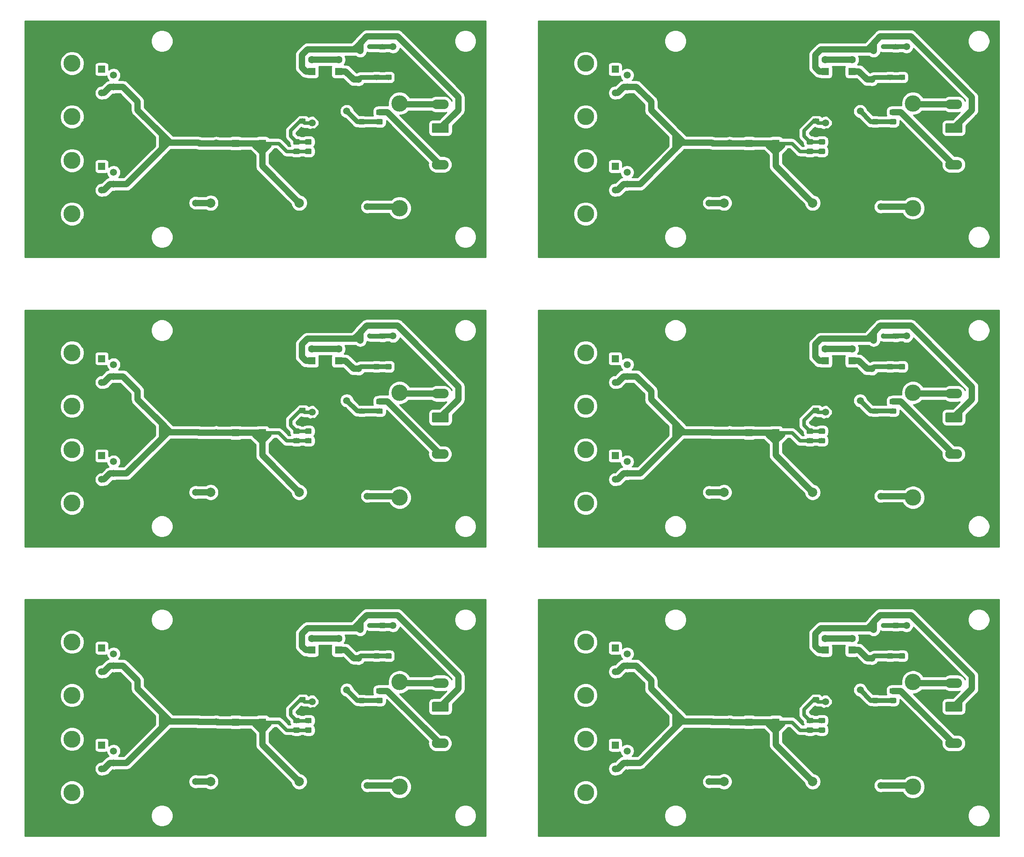
<source format=gbr>
G04 #@! TF.GenerationSoftware,KiCad,Pcbnew,5.1.4-e60b266~84~ubuntu18.04.1*
G04 #@! TF.CreationDate,2019-10-29T18:36:45-03:00*
G04 #@! TF.ProjectId,fonte_18V_panel,666f6e74-655f-4313-9856-5f70616e656c,rev?*
G04 #@! TF.SameCoordinates,Original*
G04 #@! TF.FileFunction,Copper,L2,Bot*
G04 #@! TF.FilePolarity,Positive*
%FSLAX46Y46*%
G04 Gerber Fmt 4.6, Leading zero omitted, Abs format (unit mm)*
G04 Created by KiCad (PCBNEW 5.1.4-e60b266~84~ubuntu18.04.1) date 2019-10-29 18:36:45*
%MOMM*%
%LPD*%
G04 APERTURE LIST*
%ADD10R,1.600000X1.600000*%
%ADD11C,1.600000*%
%ADD12C,0.100000*%
%ADD13C,1.150000*%
%ADD14C,2.080000*%
%ADD15O,3.600000X2.080000*%
%ADD16C,0.500000*%
%ADD17C,1.800000*%
%ADD18C,2.000000*%
%ADD19C,2.500000*%
%ADD20C,1.500000*%
%ADD21R,1.500000X1.500000*%
%ADD22C,3.650000*%
%ADD23R,0.900000X0.800000*%
%ADD24C,3.500000*%
%ADD25C,1.200000*%
%ADD26C,1.350000*%
%ADD27C,0.508000*%
%ADD28C,0.762000*%
%ADD29C,1.016000*%
%ADD30C,0.254000*%
G04 APERTURE END LIST*
D10*
X200512000Y-42898000D03*
D11*
X200512000Y-40398000D03*
D10*
X200512000Y-104898000D03*
D11*
X200512000Y-102398000D03*
D10*
X200512000Y-166898000D03*
D11*
X200512000Y-164398000D03*
D10*
X90512000Y-42898000D03*
D11*
X90512000Y-40398000D03*
D10*
X90512000Y-104898000D03*
D11*
X90512000Y-102398000D03*
D12*
G36*
X196841505Y-42179204D02*
G01*
X196865773Y-42182804D01*
X196889572Y-42188765D01*
X196912671Y-42197030D01*
X196934850Y-42207520D01*
X196955893Y-42220132D01*
X196975599Y-42234747D01*
X196993777Y-42251223D01*
X197010253Y-42269401D01*
X197024868Y-42289107D01*
X197037480Y-42310150D01*
X197047970Y-42332329D01*
X197056235Y-42355428D01*
X197062196Y-42379227D01*
X197065796Y-42403495D01*
X197067000Y-42427999D01*
X197067000Y-43078001D01*
X197065796Y-43102505D01*
X197062196Y-43126773D01*
X197056235Y-43150572D01*
X197047970Y-43173671D01*
X197037480Y-43195850D01*
X197024868Y-43216893D01*
X197010253Y-43236599D01*
X196993777Y-43254777D01*
X196975599Y-43271253D01*
X196955893Y-43285868D01*
X196934850Y-43298480D01*
X196912671Y-43308970D01*
X196889572Y-43317235D01*
X196865773Y-43323196D01*
X196841505Y-43326796D01*
X196817001Y-43328000D01*
X195916999Y-43328000D01*
X195892495Y-43326796D01*
X195868227Y-43323196D01*
X195844428Y-43317235D01*
X195821329Y-43308970D01*
X195799150Y-43298480D01*
X195778107Y-43285868D01*
X195758401Y-43271253D01*
X195740223Y-43254777D01*
X195723747Y-43236599D01*
X195709132Y-43216893D01*
X195696520Y-43195850D01*
X195686030Y-43173671D01*
X195677765Y-43150572D01*
X195671804Y-43126773D01*
X195668204Y-43102505D01*
X195667000Y-43078001D01*
X195667000Y-42427999D01*
X195668204Y-42403495D01*
X195671804Y-42379227D01*
X195677765Y-42355428D01*
X195686030Y-42332329D01*
X195696520Y-42310150D01*
X195709132Y-42289107D01*
X195723747Y-42269401D01*
X195740223Y-42251223D01*
X195758401Y-42234747D01*
X195778107Y-42220132D01*
X195799150Y-42207520D01*
X195821329Y-42197030D01*
X195844428Y-42188765D01*
X195868227Y-42182804D01*
X195892495Y-42179204D01*
X195916999Y-42178000D01*
X196817001Y-42178000D01*
X196841505Y-42179204D01*
X196841505Y-42179204D01*
G37*
D13*
X196367000Y-42753000D03*
D12*
G36*
X196841505Y-40129204D02*
G01*
X196865773Y-40132804D01*
X196889572Y-40138765D01*
X196912671Y-40147030D01*
X196934850Y-40157520D01*
X196955893Y-40170132D01*
X196975599Y-40184747D01*
X196993777Y-40201223D01*
X197010253Y-40219401D01*
X197024868Y-40239107D01*
X197037480Y-40260150D01*
X197047970Y-40282329D01*
X197056235Y-40305428D01*
X197062196Y-40329227D01*
X197065796Y-40353495D01*
X197067000Y-40377999D01*
X197067000Y-41028001D01*
X197065796Y-41052505D01*
X197062196Y-41076773D01*
X197056235Y-41100572D01*
X197047970Y-41123671D01*
X197037480Y-41145850D01*
X197024868Y-41166893D01*
X197010253Y-41186599D01*
X196993777Y-41204777D01*
X196975599Y-41221253D01*
X196955893Y-41235868D01*
X196934850Y-41248480D01*
X196912671Y-41258970D01*
X196889572Y-41267235D01*
X196865773Y-41273196D01*
X196841505Y-41276796D01*
X196817001Y-41278000D01*
X195916999Y-41278000D01*
X195892495Y-41276796D01*
X195868227Y-41273196D01*
X195844428Y-41267235D01*
X195821329Y-41258970D01*
X195799150Y-41248480D01*
X195778107Y-41235868D01*
X195758401Y-41221253D01*
X195740223Y-41204777D01*
X195723747Y-41186599D01*
X195709132Y-41166893D01*
X195696520Y-41145850D01*
X195686030Y-41123671D01*
X195677765Y-41100572D01*
X195671804Y-41076773D01*
X195668204Y-41052505D01*
X195667000Y-41028001D01*
X195667000Y-40377999D01*
X195668204Y-40353495D01*
X195671804Y-40329227D01*
X195677765Y-40305428D01*
X195686030Y-40282329D01*
X195696520Y-40260150D01*
X195709132Y-40239107D01*
X195723747Y-40219401D01*
X195740223Y-40201223D01*
X195758401Y-40184747D01*
X195778107Y-40170132D01*
X195799150Y-40157520D01*
X195821329Y-40147030D01*
X195844428Y-40138765D01*
X195868227Y-40132804D01*
X195892495Y-40129204D01*
X195916999Y-40128000D01*
X196817001Y-40128000D01*
X196841505Y-40129204D01*
X196841505Y-40129204D01*
G37*
D13*
X196367000Y-40703000D03*
D12*
G36*
X196841505Y-104179204D02*
G01*
X196865773Y-104182804D01*
X196889572Y-104188765D01*
X196912671Y-104197030D01*
X196934850Y-104207520D01*
X196955893Y-104220132D01*
X196975599Y-104234747D01*
X196993777Y-104251223D01*
X197010253Y-104269401D01*
X197024868Y-104289107D01*
X197037480Y-104310150D01*
X197047970Y-104332329D01*
X197056235Y-104355428D01*
X197062196Y-104379227D01*
X197065796Y-104403495D01*
X197067000Y-104427999D01*
X197067000Y-105078001D01*
X197065796Y-105102505D01*
X197062196Y-105126773D01*
X197056235Y-105150572D01*
X197047970Y-105173671D01*
X197037480Y-105195850D01*
X197024868Y-105216893D01*
X197010253Y-105236599D01*
X196993777Y-105254777D01*
X196975599Y-105271253D01*
X196955893Y-105285868D01*
X196934850Y-105298480D01*
X196912671Y-105308970D01*
X196889572Y-105317235D01*
X196865773Y-105323196D01*
X196841505Y-105326796D01*
X196817001Y-105328000D01*
X195916999Y-105328000D01*
X195892495Y-105326796D01*
X195868227Y-105323196D01*
X195844428Y-105317235D01*
X195821329Y-105308970D01*
X195799150Y-105298480D01*
X195778107Y-105285868D01*
X195758401Y-105271253D01*
X195740223Y-105254777D01*
X195723747Y-105236599D01*
X195709132Y-105216893D01*
X195696520Y-105195850D01*
X195686030Y-105173671D01*
X195677765Y-105150572D01*
X195671804Y-105126773D01*
X195668204Y-105102505D01*
X195667000Y-105078001D01*
X195667000Y-104427999D01*
X195668204Y-104403495D01*
X195671804Y-104379227D01*
X195677765Y-104355428D01*
X195686030Y-104332329D01*
X195696520Y-104310150D01*
X195709132Y-104289107D01*
X195723747Y-104269401D01*
X195740223Y-104251223D01*
X195758401Y-104234747D01*
X195778107Y-104220132D01*
X195799150Y-104207520D01*
X195821329Y-104197030D01*
X195844428Y-104188765D01*
X195868227Y-104182804D01*
X195892495Y-104179204D01*
X195916999Y-104178000D01*
X196817001Y-104178000D01*
X196841505Y-104179204D01*
X196841505Y-104179204D01*
G37*
D13*
X196367000Y-104753000D03*
D12*
G36*
X196841505Y-102129204D02*
G01*
X196865773Y-102132804D01*
X196889572Y-102138765D01*
X196912671Y-102147030D01*
X196934850Y-102157520D01*
X196955893Y-102170132D01*
X196975599Y-102184747D01*
X196993777Y-102201223D01*
X197010253Y-102219401D01*
X197024868Y-102239107D01*
X197037480Y-102260150D01*
X197047970Y-102282329D01*
X197056235Y-102305428D01*
X197062196Y-102329227D01*
X197065796Y-102353495D01*
X197067000Y-102377999D01*
X197067000Y-103028001D01*
X197065796Y-103052505D01*
X197062196Y-103076773D01*
X197056235Y-103100572D01*
X197047970Y-103123671D01*
X197037480Y-103145850D01*
X197024868Y-103166893D01*
X197010253Y-103186599D01*
X196993777Y-103204777D01*
X196975599Y-103221253D01*
X196955893Y-103235868D01*
X196934850Y-103248480D01*
X196912671Y-103258970D01*
X196889572Y-103267235D01*
X196865773Y-103273196D01*
X196841505Y-103276796D01*
X196817001Y-103278000D01*
X195916999Y-103278000D01*
X195892495Y-103276796D01*
X195868227Y-103273196D01*
X195844428Y-103267235D01*
X195821329Y-103258970D01*
X195799150Y-103248480D01*
X195778107Y-103235868D01*
X195758401Y-103221253D01*
X195740223Y-103204777D01*
X195723747Y-103186599D01*
X195709132Y-103166893D01*
X195696520Y-103145850D01*
X195686030Y-103123671D01*
X195677765Y-103100572D01*
X195671804Y-103076773D01*
X195668204Y-103052505D01*
X195667000Y-103028001D01*
X195667000Y-102377999D01*
X195668204Y-102353495D01*
X195671804Y-102329227D01*
X195677765Y-102305428D01*
X195686030Y-102282329D01*
X195696520Y-102260150D01*
X195709132Y-102239107D01*
X195723747Y-102219401D01*
X195740223Y-102201223D01*
X195758401Y-102184747D01*
X195778107Y-102170132D01*
X195799150Y-102157520D01*
X195821329Y-102147030D01*
X195844428Y-102138765D01*
X195868227Y-102132804D01*
X195892495Y-102129204D01*
X195916999Y-102128000D01*
X196817001Y-102128000D01*
X196841505Y-102129204D01*
X196841505Y-102129204D01*
G37*
D13*
X196367000Y-102703000D03*
D12*
G36*
X196841505Y-166179204D02*
G01*
X196865773Y-166182804D01*
X196889572Y-166188765D01*
X196912671Y-166197030D01*
X196934850Y-166207520D01*
X196955893Y-166220132D01*
X196975599Y-166234747D01*
X196993777Y-166251223D01*
X197010253Y-166269401D01*
X197024868Y-166289107D01*
X197037480Y-166310150D01*
X197047970Y-166332329D01*
X197056235Y-166355428D01*
X197062196Y-166379227D01*
X197065796Y-166403495D01*
X197067000Y-166427999D01*
X197067000Y-167078001D01*
X197065796Y-167102505D01*
X197062196Y-167126773D01*
X197056235Y-167150572D01*
X197047970Y-167173671D01*
X197037480Y-167195850D01*
X197024868Y-167216893D01*
X197010253Y-167236599D01*
X196993777Y-167254777D01*
X196975599Y-167271253D01*
X196955893Y-167285868D01*
X196934850Y-167298480D01*
X196912671Y-167308970D01*
X196889572Y-167317235D01*
X196865773Y-167323196D01*
X196841505Y-167326796D01*
X196817001Y-167328000D01*
X195916999Y-167328000D01*
X195892495Y-167326796D01*
X195868227Y-167323196D01*
X195844428Y-167317235D01*
X195821329Y-167308970D01*
X195799150Y-167298480D01*
X195778107Y-167285868D01*
X195758401Y-167271253D01*
X195740223Y-167254777D01*
X195723747Y-167236599D01*
X195709132Y-167216893D01*
X195696520Y-167195850D01*
X195686030Y-167173671D01*
X195677765Y-167150572D01*
X195671804Y-167126773D01*
X195668204Y-167102505D01*
X195667000Y-167078001D01*
X195667000Y-166427999D01*
X195668204Y-166403495D01*
X195671804Y-166379227D01*
X195677765Y-166355428D01*
X195686030Y-166332329D01*
X195696520Y-166310150D01*
X195709132Y-166289107D01*
X195723747Y-166269401D01*
X195740223Y-166251223D01*
X195758401Y-166234747D01*
X195778107Y-166220132D01*
X195799150Y-166207520D01*
X195821329Y-166197030D01*
X195844428Y-166188765D01*
X195868227Y-166182804D01*
X195892495Y-166179204D01*
X195916999Y-166178000D01*
X196817001Y-166178000D01*
X196841505Y-166179204D01*
X196841505Y-166179204D01*
G37*
D13*
X196367000Y-166753000D03*
D12*
G36*
X196841505Y-164129204D02*
G01*
X196865773Y-164132804D01*
X196889572Y-164138765D01*
X196912671Y-164147030D01*
X196934850Y-164157520D01*
X196955893Y-164170132D01*
X196975599Y-164184747D01*
X196993777Y-164201223D01*
X197010253Y-164219401D01*
X197024868Y-164239107D01*
X197037480Y-164260150D01*
X197047970Y-164282329D01*
X197056235Y-164305428D01*
X197062196Y-164329227D01*
X197065796Y-164353495D01*
X197067000Y-164377999D01*
X197067000Y-165028001D01*
X197065796Y-165052505D01*
X197062196Y-165076773D01*
X197056235Y-165100572D01*
X197047970Y-165123671D01*
X197037480Y-165145850D01*
X197024868Y-165166893D01*
X197010253Y-165186599D01*
X196993777Y-165204777D01*
X196975599Y-165221253D01*
X196955893Y-165235868D01*
X196934850Y-165248480D01*
X196912671Y-165258970D01*
X196889572Y-165267235D01*
X196865773Y-165273196D01*
X196841505Y-165276796D01*
X196817001Y-165278000D01*
X195916999Y-165278000D01*
X195892495Y-165276796D01*
X195868227Y-165273196D01*
X195844428Y-165267235D01*
X195821329Y-165258970D01*
X195799150Y-165248480D01*
X195778107Y-165235868D01*
X195758401Y-165221253D01*
X195740223Y-165204777D01*
X195723747Y-165186599D01*
X195709132Y-165166893D01*
X195696520Y-165145850D01*
X195686030Y-165123671D01*
X195677765Y-165100572D01*
X195671804Y-165076773D01*
X195668204Y-165052505D01*
X195667000Y-165028001D01*
X195667000Y-164377999D01*
X195668204Y-164353495D01*
X195671804Y-164329227D01*
X195677765Y-164305428D01*
X195686030Y-164282329D01*
X195696520Y-164260150D01*
X195709132Y-164239107D01*
X195723747Y-164219401D01*
X195740223Y-164201223D01*
X195758401Y-164184747D01*
X195778107Y-164170132D01*
X195799150Y-164157520D01*
X195821329Y-164147030D01*
X195844428Y-164138765D01*
X195868227Y-164132804D01*
X195892495Y-164129204D01*
X195916999Y-164128000D01*
X196817001Y-164128000D01*
X196841505Y-164129204D01*
X196841505Y-164129204D01*
G37*
D13*
X196367000Y-164703000D03*
D12*
G36*
X86841505Y-42179204D02*
G01*
X86865773Y-42182804D01*
X86889572Y-42188765D01*
X86912671Y-42197030D01*
X86934850Y-42207520D01*
X86955893Y-42220132D01*
X86975599Y-42234747D01*
X86993777Y-42251223D01*
X87010253Y-42269401D01*
X87024868Y-42289107D01*
X87037480Y-42310150D01*
X87047970Y-42332329D01*
X87056235Y-42355428D01*
X87062196Y-42379227D01*
X87065796Y-42403495D01*
X87067000Y-42427999D01*
X87067000Y-43078001D01*
X87065796Y-43102505D01*
X87062196Y-43126773D01*
X87056235Y-43150572D01*
X87047970Y-43173671D01*
X87037480Y-43195850D01*
X87024868Y-43216893D01*
X87010253Y-43236599D01*
X86993777Y-43254777D01*
X86975599Y-43271253D01*
X86955893Y-43285868D01*
X86934850Y-43298480D01*
X86912671Y-43308970D01*
X86889572Y-43317235D01*
X86865773Y-43323196D01*
X86841505Y-43326796D01*
X86817001Y-43328000D01*
X85916999Y-43328000D01*
X85892495Y-43326796D01*
X85868227Y-43323196D01*
X85844428Y-43317235D01*
X85821329Y-43308970D01*
X85799150Y-43298480D01*
X85778107Y-43285868D01*
X85758401Y-43271253D01*
X85740223Y-43254777D01*
X85723747Y-43236599D01*
X85709132Y-43216893D01*
X85696520Y-43195850D01*
X85686030Y-43173671D01*
X85677765Y-43150572D01*
X85671804Y-43126773D01*
X85668204Y-43102505D01*
X85667000Y-43078001D01*
X85667000Y-42427999D01*
X85668204Y-42403495D01*
X85671804Y-42379227D01*
X85677765Y-42355428D01*
X85686030Y-42332329D01*
X85696520Y-42310150D01*
X85709132Y-42289107D01*
X85723747Y-42269401D01*
X85740223Y-42251223D01*
X85758401Y-42234747D01*
X85778107Y-42220132D01*
X85799150Y-42207520D01*
X85821329Y-42197030D01*
X85844428Y-42188765D01*
X85868227Y-42182804D01*
X85892495Y-42179204D01*
X85916999Y-42178000D01*
X86817001Y-42178000D01*
X86841505Y-42179204D01*
X86841505Y-42179204D01*
G37*
D13*
X86367000Y-42753000D03*
D12*
G36*
X86841505Y-40129204D02*
G01*
X86865773Y-40132804D01*
X86889572Y-40138765D01*
X86912671Y-40147030D01*
X86934850Y-40157520D01*
X86955893Y-40170132D01*
X86975599Y-40184747D01*
X86993777Y-40201223D01*
X87010253Y-40219401D01*
X87024868Y-40239107D01*
X87037480Y-40260150D01*
X87047970Y-40282329D01*
X87056235Y-40305428D01*
X87062196Y-40329227D01*
X87065796Y-40353495D01*
X87067000Y-40377999D01*
X87067000Y-41028001D01*
X87065796Y-41052505D01*
X87062196Y-41076773D01*
X87056235Y-41100572D01*
X87047970Y-41123671D01*
X87037480Y-41145850D01*
X87024868Y-41166893D01*
X87010253Y-41186599D01*
X86993777Y-41204777D01*
X86975599Y-41221253D01*
X86955893Y-41235868D01*
X86934850Y-41248480D01*
X86912671Y-41258970D01*
X86889572Y-41267235D01*
X86865773Y-41273196D01*
X86841505Y-41276796D01*
X86817001Y-41278000D01*
X85916999Y-41278000D01*
X85892495Y-41276796D01*
X85868227Y-41273196D01*
X85844428Y-41267235D01*
X85821329Y-41258970D01*
X85799150Y-41248480D01*
X85778107Y-41235868D01*
X85758401Y-41221253D01*
X85740223Y-41204777D01*
X85723747Y-41186599D01*
X85709132Y-41166893D01*
X85696520Y-41145850D01*
X85686030Y-41123671D01*
X85677765Y-41100572D01*
X85671804Y-41076773D01*
X85668204Y-41052505D01*
X85667000Y-41028001D01*
X85667000Y-40377999D01*
X85668204Y-40353495D01*
X85671804Y-40329227D01*
X85677765Y-40305428D01*
X85686030Y-40282329D01*
X85696520Y-40260150D01*
X85709132Y-40239107D01*
X85723747Y-40219401D01*
X85740223Y-40201223D01*
X85758401Y-40184747D01*
X85778107Y-40170132D01*
X85799150Y-40157520D01*
X85821329Y-40147030D01*
X85844428Y-40138765D01*
X85868227Y-40132804D01*
X85892495Y-40129204D01*
X85916999Y-40128000D01*
X86817001Y-40128000D01*
X86841505Y-40129204D01*
X86841505Y-40129204D01*
G37*
D13*
X86367000Y-40703000D03*
D12*
G36*
X86841505Y-104179204D02*
G01*
X86865773Y-104182804D01*
X86889572Y-104188765D01*
X86912671Y-104197030D01*
X86934850Y-104207520D01*
X86955893Y-104220132D01*
X86975599Y-104234747D01*
X86993777Y-104251223D01*
X87010253Y-104269401D01*
X87024868Y-104289107D01*
X87037480Y-104310150D01*
X87047970Y-104332329D01*
X87056235Y-104355428D01*
X87062196Y-104379227D01*
X87065796Y-104403495D01*
X87067000Y-104427999D01*
X87067000Y-105078001D01*
X87065796Y-105102505D01*
X87062196Y-105126773D01*
X87056235Y-105150572D01*
X87047970Y-105173671D01*
X87037480Y-105195850D01*
X87024868Y-105216893D01*
X87010253Y-105236599D01*
X86993777Y-105254777D01*
X86975599Y-105271253D01*
X86955893Y-105285868D01*
X86934850Y-105298480D01*
X86912671Y-105308970D01*
X86889572Y-105317235D01*
X86865773Y-105323196D01*
X86841505Y-105326796D01*
X86817001Y-105328000D01*
X85916999Y-105328000D01*
X85892495Y-105326796D01*
X85868227Y-105323196D01*
X85844428Y-105317235D01*
X85821329Y-105308970D01*
X85799150Y-105298480D01*
X85778107Y-105285868D01*
X85758401Y-105271253D01*
X85740223Y-105254777D01*
X85723747Y-105236599D01*
X85709132Y-105216893D01*
X85696520Y-105195850D01*
X85686030Y-105173671D01*
X85677765Y-105150572D01*
X85671804Y-105126773D01*
X85668204Y-105102505D01*
X85667000Y-105078001D01*
X85667000Y-104427999D01*
X85668204Y-104403495D01*
X85671804Y-104379227D01*
X85677765Y-104355428D01*
X85686030Y-104332329D01*
X85696520Y-104310150D01*
X85709132Y-104289107D01*
X85723747Y-104269401D01*
X85740223Y-104251223D01*
X85758401Y-104234747D01*
X85778107Y-104220132D01*
X85799150Y-104207520D01*
X85821329Y-104197030D01*
X85844428Y-104188765D01*
X85868227Y-104182804D01*
X85892495Y-104179204D01*
X85916999Y-104178000D01*
X86817001Y-104178000D01*
X86841505Y-104179204D01*
X86841505Y-104179204D01*
G37*
D13*
X86367000Y-104753000D03*
D12*
G36*
X86841505Y-102129204D02*
G01*
X86865773Y-102132804D01*
X86889572Y-102138765D01*
X86912671Y-102147030D01*
X86934850Y-102157520D01*
X86955893Y-102170132D01*
X86975599Y-102184747D01*
X86993777Y-102201223D01*
X87010253Y-102219401D01*
X87024868Y-102239107D01*
X87037480Y-102260150D01*
X87047970Y-102282329D01*
X87056235Y-102305428D01*
X87062196Y-102329227D01*
X87065796Y-102353495D01*
X87067000Y-102377999D01*
X87067000Y-103028001D01*
X87065796Y-103052505D01*
X87062196Y-103076773D01*
X87056235Y-103100572D01*
X87047970Y-103123671D01*
X87037480Y-103145850D01*
X87024868Y-103166893D01*
X87010253Y-103186599D01*
X86993777Y-103204777D01*
X86975599Y-103221253D01*
X86955893Y-103235868D01*
X86934850Y-103248480D01*
X86912671Y-103258970D01*
X86889572Y-103267235D01*
X86865773Y-103273196D01*
X86841505Y-103276796D01*
X86817001Y-103278000D01*
X85916999Y-103278000D01*
X85892495Y-103276796D01*
X85868227Y-103273196D01*
X85844428Y-103267235D01*
X85821329Y-103258970D01*
X85799150Y-103248480D01*
X85778107Y-103235868D01*
X85758401Y-103221253D01*
X85740223Y-103204777D01*
X85723747Y-103186599D01*
X85709132Y-103166893D01*
X85696520Y-103145850D01*
X85686030Y-103123671D01*
X85677765Y-103100572D01*
X85671804Y-103076773D01*
X85668204Y-103052505D01*
X85667000Y-103028001D01*
X85667000Y-102377999D01*
X85668204Y-102353495D01*
X85671804Y-102329227D01*
X85677765Y-102305428D01*
X85686030Y-102282329D01*
X85696520Y-102260150D01*
X85709132Y-102239107D01*
X85723747Y-102219401D01*
X85740223Y-102201223D01*
X85758401Y-102184747D01*
X85778107Y-102170132D01*
X85799150Y-102157520D01*
X85821329Y-102147030D01*
X85844428Y-102138765D01*
X85868227Y-102132804D01*
X85892495Y-102129204D01*
X85916999Y-102128000D01*
X86817001Y-102128000D01*
X86841505Y-102129204D01*
X86841505Y-102129204D01*
G37*
D13*
X86367000Y-102703000D03*
D12*
G36*
X215301505Y-37539204D02*
G01*
X215325773Y-37542804D01*
X215349572Y-37548765D01*
X215372671Y-37557030D01*
X215394850Y-37567520D01*
X215415893Y-37580132D01*
X215435599Y-37594747D01*
X215453777Y-37611223D01*
X215470253Y-37629401D01*
X215484868Y-37649107D01*
X215497480Y-37670150D01*
X215507970Y-37692329D01*
X215516235Y-37715428D01*
X215522196Y-37739227D01*
X215525796Y-37763495D01*
X215527000Y-37787999D01*
X215527000Y-38438001D01*
X215525796Y-38462505D01*
X215522196Y-38486773D01*
X215516235Y-38510572D01*
X215507970Y-38533671D01*
X215497480Y-38555850D01*
X215484868Y-38576893D01*
X215470253Y-38596599D01*
X215453777Y-38614777D01*
X215435599Y-38631253D01*
X215415893Y-38645868D01*
X215394850Y-38658480D01*
X215372671Y-38668970D01*
X215349572Y-38677235D01*
X215325773Y-38683196D01*
X215301505Y-38686796D01*
X215277001Y-38688000D01*
X214376999Y-38688000D01*
X214352495Y-38686796D01*
X214328227Y-38683196D01*
X214304428Y-38677235D01*
X214281329Y-38668970D01*
X214259150Y-38658480D01*
X214238107Y-38645868D01*
X214218401Y-38631253D01*
X214200223Y-38614777D01*
X214183747Y-38596599D01*
X214169132Y-38576893D01*
X214156520Y-38555850D01*
X214146030Y-38533671D01*
X214137765Y-38510572D01*
X214131804Y-38486773D01*
X214128204Y-38462505D01*
X214127000Y-38438001D01*
X214127000Y-37787999D01*
X214128204Y-37763495D01*
X214131804Y-37739227D01*
X214137765Y-37715428D01*
X214146030Y-37692329D01*
X214156520Y-37670150D01*
X214169132Y-37649107D01*
X214183747Y-37629401D01*
X214200223Y-37611223D01*
X214218401Y-37594747D01*
X214238107Y-37580132D01*
X214259150Y-37567520D01*
X214281329Y-37557030D01*
X214304428Y-37548765D01*
X214328227Y-37542804D01*
X214352495Y-37539204D01*
X214376999Y-37538000D01*
X215277001Y-37538000D01*
X215301505Y-37539204D01*
X215301505Y-37539204D01*
G37*
D13*
X214827000Y-38113000D03*
D12*
G36*
X215301505Y-39589204D02*
G01*
X215325773Y-39592804D01*
X215349572Y-39598765D01*
X215372671Y-39607030D01*
X215394850Y-39617520D01*
X215415893Y-39630132D01*
X215435599Y-39644747D01*
X215453777Y-39661223D01*
X215470253Y-39679401D01*
X215484868Y-39699107D01*
X215497480Y-39720150D01*
X215507970Y-39742329D01*
X215516235Y-39765428D01*
X215522196Y-39789227D01*
X215525796Y-39813495D01*
X215527000Y-39837999D01*
X215527000Y-40488001D01*
X215525796Y-40512505D01*
X215522196Y-40536773D01*
X215516235Y-40560572D01*
X215507970Y-40583671D01*
X215497480Y-40605850D01*
X215484868Y-40626893D01*
X215470253Y-40646599D01*
X215453777Y-40664777D01*
X215435599Y-40681253D01*
X215415893Y-40695868D01*
X215394850Y-40708480D01*
X215372671Y-40718970D01*
X215349572Y-40727235D01*
X215325773Y-40733196D01*
X215301505Y-40736796D01*
X215277001Y-40738000D01*
X214376999Y-40738000D01*
X214352495Y-40736796D01*
X214328227Y-40733196D01*
X214304428Y-40727235D01*
X214281329Y-40718970D01*
X214259150Y-40708480D01*
X214238107Y-40695868D01*
X214218401Y-40681253D01*
X214200223Y-40664777D01*
X214183747Y-40646599D01*
X214169132Y-40626893D01*
X214156520Y-40605850D01*
X214146030Y-40583671D01*
X214137765Y-40560572D01*
X214131804Y-40536773D01*
X214128204Y-40512505D01*
X214127000Y-40488001D01*
X214127000Y-39837999D01*
X214128204Y-39813495D01*
X214131804Y-39789227D01*
X214137765Y-39765428D01*
X214146030Y-39742329D01*
X214156520Y-39720150D01*
X214169132Y-39699107D01*
X214183747Y-39679401D01*
X214200223Y-39661223D01*
X214218401Y-39644747D01*
X214238107Y-39630132D01*
X214259150Y-39617520D01*
X214281329Y-39607030D01*
X214304428Y-39598765D01*
X214328227Y-39592804D01*
X214352495Y-39589204D01*
X214376999Y-39588000D01*
X215277001Y-39588000D01*
X215301505Y-39589204D01*
X215301505Y-39589204D01*
G37*
D13*
X214827000Y-40163000D03*
D12*
G36*
X215301505Y-99539204D02*
G01*
X215325773Y-99542804D01*
X215349572Y-99548765D01*
X215372671Y-99557030D01*
X215394850Y-99567520D01*
X215415893Y-99580132D01*
X215435599Y-99594747D01*
X215453777Y-99611223D01*
X215470253Y-99629401D01*
X215484868Y-99649107D01*
X215497480Y-99670150D01*
X215507970Y-99692329D01*
X215516235Y-99715428D01*
X215522196Y-99739227D01*
X215525796Y-99763495D01*
X215527000Y-99787999D01*
X215527000Y-100438001D01*
X215525796Y-100462505D01*
X215522196Y-100486773D01*
X215516235Y-100510572D01*
X215507970Y-100533671D01*
X215497480Y-100555850D01*
X215484868Y-100576893D01*
X215470253Y-100596599D01*
X215453777Y-100614777D01*
X215435599Y-100631253D01*
X215415893Y-100645868D01*
X215394850Y-100658480D01*
X215372671Y-100668970D01*
X215349572Y-100677235D01*
X215325773Y-100683196D01*
X215301505Y-100686796D01*
X215277001Y-100688000D01*
X214376999Y-100688000D01*
X214352495Y-100686796D01*
X214328227Y-100683196D01*
X214304428Y-100677235D01*
X214281329Y-100668970D01*
X214259150Y-100658480D01*
X214238107Y-100645868D01*
X214218401Y-100631253D01*
X214200223Y-100614777D01*
X214183747Y-100596599D01*
X214169132Y-100576893D01*
X214156520Y-100555850D01*
X214146030Y-100533671D01*
X214137765Y-100510572D01*
X214131804Y-100486773D01*
X214128204Y-100462505D01*
X214127000Y-100438001D01*
X214127000Y-99787999D01*
X214128204Y-99763495D01*
X214131804Y-99739227D01*
X214137765Y-99715428D01*
X214146030Y-99692329D01*
X214156520Y-99670150D01*
X214169132Y-99649107D01*
X214183747Y-99629401D01*
X214200223Y-99611223D01*
X214218401Y-99594747D01*
X214238107Y-99580132D01*
X214259150Y-99567520D01*
X214281329Y-99557030D01*
X214304428Y-99548765D01*
X214328227Y-99542804D01*
X214352495Y-99539204D01*
X214376999Y-99538000D01*
X215277001Y-99538000D01*
X215301505Y-99539204D01*
X215301505Y-99539204D01*
G37*
D13*
X214827000Y-100113000D03*
D12*
G36*
X215301505Y-101589204D02*
G01*
X215325773Y-101592804D01*
X215349572Y-101598765D01*
X215372671Y-101607030D01*
X215394850Y-101617520D01*
X215415893Y-101630132D01*
X215435599Y-101644747D01*
X215453777Y-101661223D01*
X215470253Y-101679401D01*
X215484868Y-101699107D01*
X215497480Y-101720150D01*
X215507970Y-101742329D01*
X215516235Y-101765428D01*
X215522196Y-101789227D01*
X215525796Y-101813495D01*
X215527000Y-101837999D01*
X215527000Y-102488001D01*
X215525796Y-102512505D01*
X215522196Y-102536773D01*
X215516235Y-102560572D01*
X215507970Y-102583671D01*
X215497480Y-102605850D01*
X215484868Y-102626893D01*
X215470253Y-102646599D01*
X215453777Y-102664777D01*
X215435599Y-102681253D01*
X215415893Y-102695868D01*
X215394850Y-102708480D01*
X215372671Y-102718970D01*
X215349572Y-102727235D01*
X215325773Y-102733196D01*
X215301505Y-102736796D01*
X215277001Y-102738000D01*
X214376999Y-102738000D01*
X214352495Y-102736796D01*
X214328227Y-102733196D01*
X214304428Y-102727235D01*
X214281329Y-102718970D01*
X214259150Y-102708480D01*
X214238107Y-102695868D01*
X214218401Y-102681253D01*
X214200223Y-102664777D01*
X214183747Y-102646599D01*
X214169132Y-102626893D01*
X214156520Y-102605850D01*
X214146030Y-102583671D01*
X214137765Y-102560572D01*
X214131804Y-102536773D01*
X214128204Y-102512505D01*
X214127000Y-102488001D01*
X214127000Y-101837999D01*
X214128204Y-101813495D01*
X214131804Y-101789227D01*
X214137765Y-101765428D01*
X214146030Y-101742329D01*
X214156520Y-101720150D01*
X214169132Y-101699107D01*
X214183747Y-101679401D01*
X214200223Y-101661223D01*
X214218401Y-101644747D01*
X214238107Y-101630132D01*
X214259150Y-101617520D01*
X214281329Y-101607030D01*
X214304428Y-101598765D01*
X214328227Y-101592804D01*
X214352495Y-101589204D01*
X214376999Y-101588000D01*
X215277001Y-101588000D01*
X215301505Y-101589204D01*
X215301505Y-101589204D01*
G37*
D13*
X214827000Y-102163000D03*
D12*
G36*
X215301505Y-161539204D02*
G01*
X215325773Y-161542804D01*
X215349572Y-161548765D01*
X215372671Y-161557030D01*
X215394850Y-161567520D01*
X215415893Y-161580132D01*
X215435599Y-161594747D01*
X215453777Y-161611223D01*
X215470253Y-161629401D01*
X215484868Y-161649107D01*
X215497480Y-161670150D01*
X215507970Y-161692329D01*
X215516235Y-161715428D01*
X215522196Y-161739227D01*
X215525796Y-161763495D01*
X215527000Y-161787999D01*
X215527000Y-162438001D01*
X215525796Y-162462505D01*
X215522196Y-162486773D01*
X215516235Y-162510572D01*
X215507970Y-162533671D01*
X215497480Y-162555850D01*
X215484868Y-162576893D01*
X215470253Y-162596599D01*
X215453777Y-162614777D01*
X215435599Y-162631253D01*
X215415893Y-162645868D01*
X215394850Y-162658480D01*
X215372671Y-162668970D01*
X215349572Y-162677235D01*
X215325773Y-162683196D01*
X215301505Y-162686796D01*
X215277001Y-162688000D01*
X214376999Y-162688000D01*
X214352495Y-162686796D01*
X214328227Y-162683196D01*
X214304428Y-162677235D01*
X214281329Y-162668970D01*
X214259150Y-162658480D01*
X214238107Y-162645868D01*
X214218401Y-162631253D01*
X214200223Y-162614777D01*
X214183747Y-162596599D01*
X214169132Y-162576893D01*
X214156520Y-162555850D01*
X214146030Y-162533671D01*
X214137765Y-162510572D01*
X214131804Y-162486773D01*
X214128204Y-162462505D01*
X214127000Y-162438001D01*
X214127000Y-161787999D01*
X214128204Y-161763495D01*
X214131804Y-161739227D01*
X214137765Y-161715428D01*
X214146030Y-161692329D01*
X214156520Y-161670150D01*
X214169132Y-161649107D01*
X214183747Y-161629401D01*
X214200223Y-161611223D01*
X214218401Y-161594747D01*
X214238107Y-161580132D01*
X214259150Y-161567520D01*
X214281329Y-161557030D01*
X214304428Y-161548765D01*
X214328227Y-161542804D01*
X214352495Y-161539204D01*
X214376999Y-161538000D01*
X215277001Y-161538000D01*
X215301505Y-161539204D01*
X215301505Y-161539204D01*
G37*
D13*
X214827000Y-162113000D03*
D12*
G36*
X215301505Y-163589204D02*
G01*
X215325773Y-163592804D01*
X215349572Y-163598765D01*
X215372671Y-163607030D01*
X215394850Y-163617520D01*
X215415893Y-163630132D01*
X215435599Y-163644747D01*
X215453777Y-163661223D01*
X215470253Y-163679401D01*
X215484868Y-163699107D01*
X215497480Y-163720150D01*
X215507970Y-163742329D01*
X215516235Y-163765428D01*
X215522196Y-163789227D01*
X215525796Y-163813495D01*
X215527000Y-163837999D01*
X215527000Y-164488001D01*
X215525796Y-164512505D01*
X215522196Y-164536773D01*
X215516235Y-164560572D01*
X215507970Y-164583671D01*
X215497480Y-164605850D01*
X215484868Y-164626893D01*
X215470253Y-164646599D01*
X215453777Y-164664777D01*
X215435599Y-164681253D01*
X215415893Y-164695868D01*
X215394850Y-164708480D01*
X215372671Y-164718970D01*
X215349572Y-164727235D01*
X215325773Y-164733196D01*
X215301505Y-164736796D01*
X215277001Y-164738000D01*
X214376999Y-164738000D01*
X214352495Y-164736796D01*
X214328227Y-164733196D01*
X214304428Y-164727235D01*
X214281329Y-164718970D01*
X214259150Y-164708480D01*
X214238107Y-164695868D01*
X214218401Y-164681253D01*
X214200223Y-164664777D01*
X214183747Y-164646599D01*
X214169132Y-164626893D01*
X214156520Y-164605850D01*
X214146030Y-164583671D01*
X214137765Y-164560572D01*
X214131804Y-164536773D01*
X214128204Y-164512505D01*
X214127000Y-164488001D01*
X214127000Y-163837999D01*
X214128204Y-163813495D01*
X214131804Y-163789227D01*
X214137765Y-163765428D01*
X214146030Y-163742329D01*
X214156520Y-163720150D01*
X214169132Y-163699107D01*
X214183747Y-163679401D01*
X214200223Y-163661223D01*
X214218401Y-163644747D01*
X214238107Y-163630132D01*
X214259150Y-163617520D01*
X214281329Y-163607030D01*
X214304428Y-163598765D01*
X214328227Y-163592804D01*
X214352495Y-163589204D01*
X214376999Y-163588000D01*
X215277001Y-163588000D01*
X215301505Y-163589204D01*
X215301505Y-163589204D01*
G37*
D13*
X214827000Y-164163000D03*
D12*
G36*
X105301505Y-37539204D02*
G01*
X105325773Y-37542804D01*
X105349572Y-37548765D01*
X105372671Y-37557030D01*
X105394850Y-37567520D01*
X105415893Y-37580132D01*
X105435599Y-37594747D01*
X105453777Y-37611223D01*
X105470253Y-37629401D01*
X105484868Y-37649107D01*
X105497480Y-37670150D01*
X105507970Y-37692329D01*
X105516235Y-37715428D01*
X105522196Y-37739227D01*
X105525796Y-37763495D01*
X105527000Y-37787999D01*
X105527000Y-38438001D01*
X105525796Y-38462505D01*
X105522196Y-38486773D01*
X105516235Y-38510572D01*
X105507970Y-38533671D01*
X105497480Y-38555850D01*
X105484868Y-38576893D01*
X105470253Y-38596599D01*
X105453777Y-38614777D01*
X105435599Y-38631253D01*
X105415893Y-38645868D01*
X105394850Y-38658480D01*
X105372671Y-38668970D01*
X105349572Y-38677235D01*
X105325773Y-38683196D01*
X105301505Y-38686796D01*
X105277001Y-38688000D01*
X104376999Y-38688000D01*
X104352495Y-38686796D01*
X104328227Y-38683196D01*
X104304428Y-38677235D01*
X104281329Y-38668970D01*
X104259150Y-38658480D01*
X104238107Y-38645868D01*
X104218401Y-38631253D01*
X104200223Y-38614777D01*
X104183747Y-38596599D01*
X104169132Y-38576893D01*
X104156520Y-38555850D01*
X104146030Y-38533671D01*
X104137765Y-38510572D01*
X104131804Y-38486773D01*
X104128204Y-38462505D01*
X104127000Y-38438001D01*
X104127000Y-37787999D01*
X104128204Y-37763495D01*
X104131804Y-37739227D01*
X104137765Y-37715428D01*
X104146030Y-37692329D01*
X104156520Y-37670150D01*
X104169132Y-37649107D01*
X104183747Y-37629401D01*
X104200223Y-37611223D01*
X104218401Y-37594747D01*
X104238107Y-37580132D01*
X104259150Y-37567520D01*
X104281329Y-37557030D01*
X104304428Y-37548765D01*
X104328227Y-37542804D01*
X104352495Y-37539204D01*
X104376999Y-37538000D01*
X105277001Y-37538000D01*
X105301505Y-37539204D01*
X105301505Y-37539204D01*
G37*
D13*
X104827000Y-38113000D03*
D12*
G36*
X105301505Y-39589204D02*
G01*
X105325773Y-39592804D01*
X105349572Y-39598765D01*
X105372671Y-39607030D01*
X105394850Y-39617520D01*
X105415893Y-39630132D01*
X105435599Y-39644747D01*
X105453777Y-39661223D01*
X105470253Y-39679401D01*
X105484868Y-39699107D01*
X105497480Y-39720150D01*
X105507970Y-39742329D01*
X105516235Y-39765428D01*
X105522196Y-39789227D01*
X105525796Y-39813495D01*
X105527000Y-39837999D01*
X105527000Y-40488001D01*
X105525796Y-40512505D01*
X105522196Y-40536773D01*
X105516235Y-40560572D01*
X105507970Y-40583671D01*
X105497480Y-40605850D01*
X105484868Y-40626893D01*
X105470253Y-40646599D01*
X105453777Y-40664777D01*
X105435599Y-40681253D01*
X105415893Y-40695868D01*
X105394850Y-40708480D01*
X105372671Y-40718970D01*
X105349572Y-40727235D01*
X105325773Y-40733196D01*
X105301505Y-40736796D01*
X105277001Y-40738000D01*
X104376999Y-40738000D01*
X104352495Y-40736796D01*
X104328227Y-40733196D01*
X104304428Y-40727235D01*
X104281329Y-40718970D01*
X104259150Y-40708480D01*
X104238107Y-40695868D01*
X104218401Y-40681253D01*
X104200223Y-40664777D01*
X104183747Y-40646599D01*
X104169132Y-40626893D01*
X104156520Y-40605850D01*
X104146030Y-40583671D01*
X104137765Y-40560572D01*
X104131804Y-40536773D01*
X104128204Y-40512505D01*
X104127000Y-40488001D01*
X104127000Y-39837999D01*
X104128204Y-39813495D01*
X104131804Y-39789227D01*
X104137765Y-39765428D01*
X104146030Y-39742329D01*
X104156520Y-39720150D01*
X104169132Y-39699107D01*
X104183747Y-39679401D01*
X104200223Y-39661223D01*
X104218401Y-39644747D01*
X104238107Y-39630132D01*
X104259150Y-39617520D01*
X104281329Y-39607030D01*
X104304428Y-39598765D01*
X104328227Y-39592804D01*
X104352495Y-39589204D01*
X104376999Y-39588000D01*
X105277001Y-39588000D01*
X105301505Y-39589204D01*
X105301505Y-39589204D01*
G37*
D13*
X104827000Y-40163000D03*
D12*
G36*
X105301505Y-99539204D02*
G01*
X105325773Y-99542804D01*
X105349572Y-99548765D01*
X105372671Y-99557030D01*
X105394850Y-99567520D01*
X105415893Y-99580132D01*
X105435599Y-99594747D01*
X105453777Y-99611223D01*
X105470253Y-99629401D01*
X105484868Y-99649107D01*
X105497480Y-99670150D01*
X105507970Y-99692329D01*
X105516235Y-99715428D01*
X105522196Y-99739227D01*
X105525796Y-99763495D01*
X105527000Y-99787999D01*
X105527000Y-100438001D01*
X105525796Y-100462505D01*
X105522196Y-100486773D01*
X105516235Y-100510572D01*
X105507970Y-100533671D01*
X105497480Y-100555850D01*
X105484868Y-100576893D01*
X105470253Y-100596599D01*
X105453777Y-100614777D01*
X105435599Y-100631253D01*
X105415893Y-100645868D01*
X105394850Y-100658480D01*
X105372671Y-100668970D01*
X105349572Y-100677235D01*
X105325773Y-100683196D01*
X105301505Y-100686796D01*
X105277001Y-100688000D01*
X104376999Y-100688000D01*
X104352495Y-100686796D01*
X104328227Y-100683196D01*
X104304428Y-100677235D01*
X104281329Y-100668970D01*
X104259150Y-100658480D01*
X104238107Y-100645868D01*
X104218401Y-100631253D01*
X104200223Y-100614777D01*
X104183747Y-100596599D01*
X104169132Y-100576893D01*
X104156520Y-100555850D01*
X104146030Y-100533671D01*
X104137765Y-100510572D01*
X104131804Y-100486773D01*
X104128204Y-100462505D01*
X104127000Y-100438001D01*
X104127000Y-99787999D01*
X104128204Y-99763495D01*
X104131804Y-99739227D01*
X104137765Y-99715428D01*
X104146030Y-99692329D01*
X104156520Y-99670150D01*
X104169132Y-99649107D01*
X104183747Y-99629401D01*
X104200223Y-99611223D01*
X104218401Y-99594747D01*
X104238107Y-99580132D01*
X104259150Y-99567520D01*
X104281329Y-99557030D01*
X104304428Y-99548765D01*
X104328227Y-99542804D01*
X104352495Y-99539204D01*
X104376999Y-99538000D01*
X105277001Y-99538000D01*
X105301505Y-99539204D01*
X105301505Y-99539204D01*
G37*
D13*
X104827000Y-100113000D03*
D12*
G36*
X105301505Y-101589204D02*
G01*
X105325773Y-101592804D01*
X105349572Y-101598765D01*
X105372671Y-101607030D01*
X105394850Y-101617520D01*
X105415893Y-101630132D01*
X105435599Y-101644747D01*
X105453777Y-101661223D01*
X105470253Y-101679401D01*
X105484868Y-101699107D01*
X105497480Y-101720150D01*
X105507970Y-101742329D01*
X105516235Y-101765428D01*
X105522196Y-101789227D01*
X105525796Y-101813495D01*
X105527000Y-101837999D01*
X105527000Y-102488001D01*
X105525796Y-102512505D01*
X105522196Y-102536773D01*
X105516235Y-102560572D01*
X105507970Y-102583671D01*
X105497480Y-102605850D01*
X105484868Y-102626893D01*
X105470253Y-102646599D01*
X105453777Y-102664777D01*
X105435599Y-102681253D01*
X105415893Y-102695868D01*
X105394850Y-102708480D01*
X105372671Y-102718970D01*
X105349572Y-102727235D01*
X105325773Y-102733196D01*
X105301505Y-102736796D01*
X105277001Y-102738000D01*
X104376999Y-102738000D01*
X104352495Y-102736796D01*
X104328227Y-102733196D01*
X104304428Y-102727235D01*
X104281329Y-102718970D01*
X104259150Y-102708480D01*
X104238107Y-102695868D01*
X104218401Y-102681253D01*
X104200223Y-102664777D01*
X104183747Y-102646599D01*
X104169132Y-102626893D01*
X104156520Y-102605850D01*
X104146030Y-102583671D01*
X104137765Y-102560572D01*
X104131804Y-102536773D01*
X104128204Y-102512505D01*
X104127000Y-102488001D01*
X104127000Y-101837999D01*
X104128204Y-101813495D01*
X104131804Y-101789227D01*
X104137765Y-101765428D01*
X104146030Y-101742329D01*
X104156520Y-101720150D01*
X104169132Y-101699107D01*
X104183747Y-101679401D01*
X104200223Y-101661223D01*
X104218401Y-101644747D01*
X104238107Y-101630132D01*
X104259150Y-101617520D01*
X104281329Y-101607030D01*
X104304428Y-101598765D01*
X104328227Y-101592804D01*
X104352495Y-101589204D01*
X104376999Y-101588000D01*
X105277001Y-101588000D01*
X105301505Y-101589204D01*
X105301505Y-101589204D01*
G37*
D13*
X104827000Y-102163000D03*
D12*
G36*
X245951505Y-38574204D02*
G01*
X245975773Y-38577804D01*
X245999572Y-38583765D01*
X246022671Y-38592030D01*
X246044850Y-38602520D01*
X246065893Y-38615132D01*
X246085599Y-38629747D01*
X246103777Y-38646223D01*
X246120253Y-38664401D01*
X246134868Y-38684107D01*
X246147480Y-38705150D01*
X246157970Y-38727329D01*
X246166235Y-38750428D01*
X246172196Y-38774227D01*
X246175796Y-38798495D01*
X246177000Y-38822999D01*
X246177000Y-40403001D01*
X246175796Y-40427505D01*
X246172196Y-40451773D01*
X246166235Y-40475572D01*
X246157970Y-40498671D01*
X246147480Y-40520850D01*
X246134868Y-40541893D01*
X246120253Y-40561599D01*
X246103777Y-40579777D01*
X246085599Y-40596253D01*
X246065893Y-40610868D01*
X246044850Y-40623480D01*
X246022671Y-40633970D01*
X245999572Y-40642235D01*
X245975773Y-40648196D01*
X245951505Y-40651796D01*
X245927001Y-40653000D01*
X242826999Y-40653000D01*
X242802495Y-40651796D01*
X242778227Y-40648196D01*
X242754428Y-40642235D01*
X242731329Y-40633970D01*
X242709150Y-40623480D01*
X242688107Y-40610868D01*
X242668401Y-40596253D01*
X242650223Y-40579777D01*
X242633747Y-40561599D01*
X242619132Y-40541893D01*
X242606520Y-40520850D01*
X242596030Y-40498671D01*
X242587765Y-40475572D01*
X242581804Y-40451773D01*
X242578204Y-40427505D01*
X242577000Y-40403001D01*
X242577000Y-38822999D01*
X242578204Y-38798495D01*
X242581804Y-38774227D01*
X242587765Y-38750428D01*
X242596030Y-38727329D01*
X242606520Y-38705150D01*
X242619132Y-38684107D01*
X242633747Y-38664401D01*
X242650223Y-38646223D01*
X242668401Y-38629747D01*
X242688107Y-38615132D01*
X242709150Y-38602520D01*
X242731329Y-38592030D01*
X242754428Y-38583765D01*
X242778227Y-38577804D01*
X242802495Y-38574204D01*
X242826999Y-38573000D01*
X245927001Y-38573000D01*
X245951505Y-38574204D01*
X245951505Y-38574204D01*
G37*
D14*
X244377000Y-39613000D03*
D15*
X244377000Y-34533000D03*
D12*
G36*
X245951505Y-100574204D02*
G01*
X245975773Y-100577804D01*
X245999572Y-100583765D01*
X246022671Y-100592030D01*
X246044850Y-100602520D01*
X246065893Y-100615132D01*
X246085599Y-100629747D01*
X246103777Y-100646223D01*
X246120253Y-100664401D01*
X246134868Y-100684107D01*
X246147480Y-100705150D01*
X246157970Y-100727329D01*
X246166235Y-100750428D01*
X246172196Y-100774227D01*
X246175796Y-100798495D01*
X246177000Y-100822999D01*
X246177000Y-102403001D01*
X246175796Y-102427505D01*
X246172196Y-102451773D01*
X246166235Y-102475572D01*
X246157970Y-102498671D01*
X246147480Y-102520850D01*
X246134868Y-102541893D01*
X246120253Y-102561599D01*
X246103777Y-102579777D01*
X246085599Y-102596253D01*
X246065893Y-102610868D01*
X246044850Y-102623480D01*
X246022671Y-102633970D01*
X245999572Y-102642235D01*
X245975773Y-102648196D01*
X245951505Y-102651796D01*
X245927001Y-102653000D01*
X242826999Y-102653000D01*
X242802495Y-102651796D01*
X242778227Y-102648196D01*
X242754428Y-102642235D01*
X242731329Y-102633970D01*
X242709150Y-102623480D01*
X242688107Y-102610868D01*
X242668401Y-102596253D01*
X242650223Y-102579777D01*
X242633747Y-102561599D01*
X242619132Y-102541893D01*
X242606520Y-102520850D01*
X242596030Y-102498671D01*
X242587765Y-102475572D01*
X242581804Y-102451773D01*
X242578204Y-102427505D01*
X242577000Y-102403001D01*
X242577000Y-100822999D01*
X242578204Y-100798495D01*
X242581804Y-100774227D01*
X242587765Y-100750428D01*
X242596030Y-100727329D01*
X242606520Y-100705150D01*
X242619132Y-100684107D01*
X242633747Y-100664401D01*
X242650223Y-100646223D01*
X242668401Y-100629747D01*
X242688107Y-100615132D01*
X242709150Y-100602520D01*
X242731329Y-100592030D01*
X242754428Y-100583765D01*
X242778227Y-100577804D01*
X242802495Y-100574204D01*
X242826999Y-100573000D01*
X245927001Y-100573000D01*
X245951505Y-100574204D01*
X245951505Y-100574204D01*
G37*
D14*
X244377000Y-101613000D03*
D15*
X244377000Y-96533000D03*
D12*
G36*
X245951505Y-162574204D02*
G01*
X245975773Y-162577804D01*
X245999572Y-162583765D01*
X246022671Y-162592030D01*
X246044850Y-162602520D01*
X246065893Y-162615132D01*
X246085599Y-162629747D01*
X246103777Y-162646223D01*
X246120253Y-162664401D01*
X246134868Y-162684107D01*
X246147480Y-162705150D01*
X246157970Y-162727329D01*
X246166235Y-162750428D01*
X246172196Y-162774227D01*
X246175796Y-162798495D01*
X246177000Y-162822999D01*
X246177000Y-164403001D01*
X246175796Y-164427505D01*
X246172196Y-164451773D01*
X246166235Y-164475572D01*
X246157970Y-164498671D01*
X246147480Y-164520850D01*
X246134868Y-164541893D01*
X246120253Y-164561599D01*
X246103777Y-164579777D01*
X246085599Y-164596253D01*
X246065893Y-164610868D01*
X246044850Y-164623480D01*
X246022671Y-164633970D01*
X245999572Y-164642235D01*
X245975773Y-164648196D01*
X245951505Y-164651796D01*
X245927001Y-164653000D01*
X242826999Y-164653000D01*
X242802495Y-164651796D01*
X242778227Y-164648196D01*
X242754428Y-164642235D01*
X242731329Y-164633970D01*
X242709150Y-164623480D01*
X242688107Y-164610868D01*
X242668401Y-164596253D01*
X242650223Y-164579777D01*
X242633747Y-164561599D01*
X242619132Y-164541893D01*
X242606520Y-164520850D01*
X242596030Y-164498671D01*
X242587765Y-164475572D01*
X242581804Y-164451773D01*
X242578204Y-164427505D01*
X242577000Y-164403001D01*
X242577000Y-162822999D01*
X242578204Y-162798495D01*
X242581804Y-162774227D01*
X242587765Y-162750428D01*
X242596030Y-162727329D01*
X242606520Y-162705150D01*
X242619132Y-162684107D01*
X242633747Y-162664401D01*
X242650223Y-162646223D01*
X242668401Y-162629747D01*
X242688107Y-162615132D01*
X242709150Y-162602520D01*
X242731329Y-162592030D01*
X242754428Y-162583765D01*
X242778227Y-162577804D01*
X242802495Y-162574204D01*
X242826999Y-162573000D01*
X245927001Y-162573000D01*
X245951505Y-162574204D01*
X245951505Y-162574204D01*
G37*
D14*
X244377000Y-163613000D03*
D15*
X244377000Y-158533000D03*
D12*
G36*
X135951505Y-38574204D02*
G01*
X135975773Y-38577804D01*
X135999572Y-38583765D01*
X136022671Y-38592030D01*
X136044850Y-38602520D01*
X136065893Y-38615132D01*
X136085599Y-38629747D01*
X136103777Y-38646223D01*
X136120253Y-38664401D01*
X136134868Y-38684107D01*
X136147480Y-38705150D01*
X136157970Y-38727329D01*
X136166235Y-38750428D01*
X136172196Y-38774227D01*
X136175796Y-38798495D01*
X136177000Y-38822999D01*
X136177000Y-40403001D01*
X136175796Y-40427505D01*
X136172196Y-40451773D01*
X136166235Y-40475572D01*
X136157970Y-40498671D01*
X136147480Y-40520850D01*
X136134868Y-40541893D01*
X136120253Y-40561599D01*
X136103777Y-40579777D01*
X136085599Y-40596253D01*
X136065893Y-40610868D01*
X136044850Y-40623480D01*
X136022671Y-40633970D01*
X135999572Y-40642235D01*
X135975773Y-40648196D01*
X135951505Y-40651796D01*
X135927001Y-40653000D01*
X132826999Y-40653000D01*
X132802495Y-40651796D01*
X132778227Y-40648196D01*
X132754428Y-40642235D01*
X132731329Y-40633970D01*
X132709150Y-40623480D01*
X132688107Y-40610868D01*
X132668401Y-40596253D01*
X132650223Y-40579777D01*
X132633747Y-40561599D01*
X132619132Y-40541893D01*
X132606520Y-40520850D01*
X132596030Y-40498671D01*
X132587765Y-40475572D01*
X132581804Y-40451773D01*
X132578204Y-40427505D01*
X132577000Y-40403001D01*
X132577000Y-38822999D01*
X132578204Y-38798495D01*
X132581804Y-38774227D01*
X132587765Y-38750428D01*
X132596030Y-38727329D01*
X132606520Y-38705150D01*
X132619132Y-38684107D01*
X132633747Y-38664401D01*
X132650223Y-38646223D01*
X132668401Y-38629747D01*
X132688107Y-38615132D01*
X132709150Y-38602520D01*
X132731329Y-38592030D01*
X132754428Y-38583765D01*
X132778227Y-38577804D01*
X132802495Y-38574204D01*
X132826999Y-38573000D01*
X135927001Y-38573000D01*
X135951505Y-38574204D01*
X135951505Y-38574204D01*
G37*
D14*
X134377000Y-39613000D03*
D15*
X134377000Y-34533000D03*
D12*
G36*
X135951505Y-100574204D02*
G01*
X135975773Y-100577804D01*
X135999572Y-100583765D01*
X136022671Y-100592030D01*
X136044850Y-100602520D01*
X136065893Y-100615132D01*
X136085599Y-100629747D01*
X136103777Y-100646223D01*
X136120253Y-100664401D01*
X136134868Y-100684107D01*
X136147480Y-100705150D01*
X136157970Y-100727329D01*
X136166235Y-100750428D01*
X136172196Y-100774227D01*
X136175796Y-100798495D01*
X136177000Y-100822999D01*
X136177000Y-102403001D01*
X136175796Y-102427505D01*
X136172196Y-102451773D01*
X136166235Y-102475572D01*
X136157970Y-102498671D01*
X136147480Y-102520850D01*
X136134868Y-102541893D01*
X136120253Y-102561599D01*
X136103777Y-102579777D01*
X136085599Y-102596253D01*
X136065893Y-102610868D01*
X136044850Y-102623480D01*
X136022671Y-102633970D01*
X135999572Y-102642235D01*
X135975773Y-102648196D01*
X135951505Y-102651796D01*
X135927001Y-102653000D01*
X132826999Y-102653000D01*
X132802495Y-102651796D01*
X132778227Y-102648196D01*
X132754428Y-102642235D01*
X132731329Y-102633970D01*
X132709150Y-102623480D01*
X132688107Y-102610868D01*
X132668401Y-102596253D01*
X132650223Y-102579777D01*
X132633747Y-102561599D01*
X132619132Y-102541893D01*
X132606520Y-102520850D01*
X132596030Y-102498671D01*
X132587765Y-102475572D01*
X132581804Y-102451773D01*
X132578204Y-102427505D01*
X132577000Y-102403001D01*
X132577000Y-100822999D01*
X132578204Y-100798495D01*
X132581804Y-100774227D01*
X132587765Y-100750428D01*
X132596030Y-100727329D01*
X132606520Y-100705150D01*
X132619132Y-100684107D01*
X132633747Y-100664401D01*
X132650223Y-100646223D01*
X132668401Y-100629747D01*
X132688107Y-100615132D01*
X132709150Y-100602520D01*
X132731329Y-100592030D01*
X132754428Y-100583765D01*
X132778227Y-100577804D01*
X132802495Y-100574204D01*
X132826999Y-100573000D01*
X135927001Y-100573000D01*
X135951505Y-100574204D01*
X135951505Y-100574204D01*
G37*
D14*
X134377000Y-101613000D03*
D15*
X134377000Y-96533000D03*
D16*
X222462000Y-42978000D03*
X221162000Y-42978000D03*
X222462000Y-41678000D03*
X221162000Y-41678000D03*
X222462000Y-40378000D03*
X221162000Y-40378000D03*
D12*
G36*
X222486504Y-40129204D02*
G01*
X222510773Y-40132804D01*
X222534571Y-40138765D01*
X222557671Y-40147030D01*
X222579849Y-40157520D01*
X222600893Y-40170133D01*
X222620598Y-40184747D01*
X222638777Y-40201223D01*
X222655253Y-40219402D01*
X222669867Y-40239107D01*
X222682480Y-40260151D01*
X222692970Y-40282329D01*
X222701235Y-40305429D01*
X222707196Y-40329227D01*
X222710796Y-40353496D01*
X222712000Y-40378000D01*
X222712000Y-42978000D01*
X222710796Y-43002504D01*
X222707196Y-43026773D01*
X222701235Y-43050571D01*
X222692970Y-43073671D01*
X222682480Y-43095849D01*
X222669867Y-43116893D01*
X222655253Y-43136598D01*
X222638777Y-43154777D01*
X222620598Y-43171253D01*
X222600893Y-43185867D01*
X222579849Y-43198480D01*
X222557671Y-43208970D01*
X222534571Y-43217235D01*
X222510773Y-43223196D01*
X222486504Y-43226796D01*
X222462000Y-43228000D01*
X221162000Y-43228000D01*
X221137496Y-43226796D01*
X221113227Y-43223196D01*
X221089429Y-43217235D01*
X221066329Y-43208970D01*
X221044151Y-43198480D01*
X221023107Y-43185867D01*
X221003402Y-43171253D01*
X220985223Y-43154777D01*
X220968747Y-43136598D01*
X220954133Y-43116893D01*
X220941520Y-43095849D01*
X220931030Y-43073671D01*
X220922765Y-43050571D01*
X220916804Y-43026773D01*
X220913204Y-43002504D01*
X220912000Y-42978000D01*
X220912000Y-40378000D01*
X220913204Y-40353496D01*
X220916804Y-40329227D01*
X220922765Y-40305429D01*
X220931030Y-40282329D01*
X220941520Y-40260151D01*
X220954133Y-40239107D01*
X220968747Y-40219402D01*
X220985223Y-40201223D01*
X221003402Y-40184747D01*
X221023107Y-40170133D01*
X221044151Y-40157520D01*
X221066329Y-40147030D01*
X221089429Y-40138765D01*
X221113227Y-40132804D01*
X221137496Y-40129204D01*
X221162000Y-40128000D01*
X222462000Y-40128000D01*
X222486504Y-40129204D01*
X222486504Y-40129204D01*
G37*
D17*
X221812000Y-41678000D03*
D16*
X222462000Y-104978000D03*
X221162000Y-104978000D03*
X222462000Y-103678000D03*
X221162000Y-103678000D03*
X222462000Y-102378000D03*
X221162000Y-102378000D03*
D12*
G36*
X222486504Y-102129204D02*
G01*
X222510773Y-102132804D01*
X222534571Y-102138765D01*
X222557671Y-102147030D01*
X222579849Y-102157520D01*
X222600893Y-102170133D01*
X222620598Y-102184747D01*
X222638777Y-102201223D01*
X222655253Y-102219402D01*
X222669867Y-102239107D01*
X222682480Y-102260151D01*
X222692970Y-102282329D01*
X222701235Y-102305429D01*
X222707196Y-102329227D01*
X222710796Y-102353496D01*
X222712000Y-102378000D01*
X222712000Y-104978000D01*
X222710796Y-105002504D01*
X222707196Y-105026773D01*
X222701235Y-105050571D01*
X222692970Y-105073671D01*
X222682480Y-105095849D01*
X222669867Y-105116893D01*
X222655253Y-105136598D01*
X222638777Y-105154777D01*
X222620598Y-105171253D01*
X222600893Y-105185867D01*
X222579849Y-105198480D01*
X222557671Y-105208970D01*
X222534571Y-105217235D01*
X222510773Y-105223196D01*
X222486504Y-105226796D01*
X222462000Y-105228000D01*
X221162000Y-105228000D01*
X221137496Y-105226796D01*
X221113227Y-105223196D01*
X221089429Y-105217235D01*
X221066329Y-105208970D01*
X221044151Y-105198480D01*
X221023107Y-105185867D01*
X221003402Y-105171253D01*
X220985223Y-105154777D01*
X220968747Y-105136598D01*
X220954133Y-105116893D01*
X220941520Y-105095849D01*
X220931030Y-105073671D01*
X220922765Y-105050571D01*
X220916804Y-105026773D01*
X220913204Y-105002504D01*
X220912000Y-104978000D01*
X220912000Y-102378000D01*
X220913204Y-102353496D01*
X220916804Y-102329227D01*
X220922765Y-102305429D01*
X220931030Y-102282329D01*
X220941520Y-102260151D01*
X220954133Y-102239107D01*
X220968747Y-102219402D01*
X220985223Y-102201223D01*
X221003402Y-102184747D01*
X221023107Y-102170133D01*
X221044151Y-102157520D01*
X221066329Y-102147030D01*
X221089429Y-102138765D01*
X221113227Y-102132804D01*
X221137496Y-102129204D01*
X221162000Y-102128000D01*
X222462000Y-102128000D01*
X222486504Y-102129204D01*
X222486504Y-102129204D01*
G37*
D17*
X221812000Y-103678000D03*
D16*
X222462000Y-166978000D03*
X221162000Y-166978000D03*
X222462000Y-165678000D03*
X221162000Y-165678000D03*
X222462000Y-164378000D03*
X221162000Y-164378000D03*
D12*
G36*
X222486504Y-164129204D02*
G01*
X222510773Y-164132804D01*
X222534571Y-164138765D01*
X222557671Y-164147030D01*
X222579849Y-164157520D01*
X222600893Y-164170133D01*
X222620598Y-164184747D01*
X222638777Y-164201223D01*
X222655253Y-164219402D01*
X222669867Y-164239107D01*
X222682480Y-164260151D01*
X222692970Y-164282329D01*
X222701235Y-164305429D01*
X222707196Y-164329227D01*
X222710796Y-164353496D01*
X222712000Y-164378000D01*
X222712000Y-166978000D01*
X222710796Y-167002504D01*
X222707196Y-167026773D01*
X222701235Y-167050571D01*
X222692970Y-167073671D01*
X222682480Y-167095849D01*
X222669867Y-167116893D01*
X222655253Y-167136598D01*
X222638777Y-167154777D01*
X222620598Y-167171253D01*
X222600893Y-167185867D01*
X222579849Y-167198480D01*
X222557671Y-167208970D01*
X222534571Y-167217235D01*
X222510773Y-167223196D01*
X222486504Y-167226796D01*
X222462000Y-167228000D01*
X221162000Y-167228000D01*
X221137496Y-167226796D01*
X221113227Y-167223196D01*
X221089429Y-167217235D01*
X221066329Y-167208970D01*
X221044151Y-167198480D01*
X221023107Y-167185867D01*
X221003402Y-167171253D01*
X220985223Y-167154777D01*
X220968747Y-167136598D01*
X220954133Y-167116893D01*
X220941520Y-167095849D01*
X220931030Y-167073671D01*
X220922765Y-167050571D01*
X220916804Y-167026773D01*
X220913204Y-167002504D01*
X220912000Y-166978000D01*
X220912000Y-164378000D01*
X220913204Y-164353496D01*
X220916804Y-164329227D01*
X220922765Y-164305429D01*
X220931030Y-164282329D01*
X220941520Y-164260151D01*
X220954133Y-164239107D01*
X220968747Y-164219402D01*
X220985223Y-164201223D01*
X221003402Y-164184747D01*
X221023107Y-164170133D01*
X221044151Y-164157520D01*
X221066329Y-164147030D01*
X221089429Y-164138765D01*
X221113227Y-164132804D01*
X221137496Y-164129204D01*
X221162000Y-164128000D01*
X222462000Y-164128000D01*
X222486504Y-164129204D01*
X222486504Y-164129204D01*
G37*
D17*
X221812000Y-165678000D03*
D16*
X112462000Y-42978000D03*
X111162000Y-42978000D03*
X112462000Y-41678000D03*
X111162000Y-41678000D03*
X112462000Y-40378000D03*
X111162000Y-40378000D03*
D12*
G36*
X112486504Y-40129204D02*
G01*
X112510773Y-40132804D01*
X112534571Y-40138765D01*
X112557671Y-40147030D01*
X112579849Y-40157520D01*
X112600893Y-40170133D01*
X112620598Y-40184747D01*
X112638777Y-40201223D01*
X112655253Y-40219402D01*
X112669867Y-40239107D01*
X112682480Y-40260151D01*
X112692970Y-40282329D01*
X112701235Y-40305429D01*
X112707196Y-40329227D01*
X112710796Y-40353496D01*
X112712000Y-40378000D01*
X112712000Y-42978000D01*
X112710796Y-43002504D01*
X112707196Y-43026773D01*
X112701235Y-43050571D01*
X112692970Y-43073671D01*
X112682480Y-43095849D01*
X112669867Y-43116893D01*
X112655253Y-43136598D01*
X112638777Y-43154777D01*
X112620598Y-43171253D01*
X112600893Y-43185867D01*
X112579849Y-43198480D01*
X112557671Y-43208970D01*
X112534571Y-43217235D01*
X112510773Y-43223196D01*
X112486504Y-43226796D01*
X112462000Y-43228000D01*
X111162000Y-43228000D01*
X111137496Y-43226796D01*
X111113227Y-43223196D01*
X111089429Y-43217235D01*
X111066329Y-43208970D01*
X111044151Y-43198480D01*
X111023107Y-43185867D01*
X111003402Y-43171253D01*
X110985223Y-43154777D01*
X110968747Y-43136598D01*
X110954133Y-43116893D01*
X110941520Y-43095849D01*
X110931030Y-43073671D01*
X110922765Y-43050571D01*
X110916804Y-43026773D01*
X110913204Y-43002504D01*
X110912000Y-42978000D01*
X110912000Y-40378000D01*
X110913204Y-40353496D01*
X110916804Y-40329227D01*
X110922765Y-40305429D01*
X110931030Y-40282329D01*
X110941520Y-40260151D01*
X110954133Y-40239107D01*
X110968747Y-40219402D01*
X110985223Y-40201223D01*
X111003402Y-40184747D01*
X111023107Y-40170133D01*
X111044151Y-40157520D01*
X111066329Y-40147030D01*
X111089429Y-40138765D01*
X111113227Y-40132804D01*
X111137496Y-40129204D01*
X111162000Y-40128000D01*
X112462000Y-40128000D01*
X112486504Y-40129204D01*
X112486504Y-40129204D01*
G37*
D17*
X111812000Y-41678000D03*
D16*
X112462000Y-104978000D03*
X111162000Y-104978000D03*
X112462000Y-103678000D03*
X111162000Y-103678000D03*
X112462000Y-102378000D03*
X111162000Y-102378000D03*
D12*
G36*
X112486504Y-102129204D02*
G01*
X112510773Y-102132804D01*
X112534571Y-102138765D01*
X112557671Y-102147030D01*
X112579849Y-102157520D01*
X112600893Y-102170133D01*
X112620598Y-102184747D01*
X112638777Y-102201223D01*
X112655253Y-102219402D01*
X112669867Y-102239107D01*
X112682480Y-102260151D01*
X112692970Y-102282329D01*
X112701235Y-102305429D01*
X112707196Y-102329227D01*
X112710796Y-102353496D01*
X112712000Y-102378000D01*
X112712000Y-104978000D01*
X112710796Y-105002504D01*
X112707196Y-105026773D01*
X112701235Y-105050571D01*
X112692970Y-105073671D01*
X112682480Y-105095849D01*
X112669867Y-105116893D01*
X112655253Y-105136598D01*
X112638777Y-105154777D01*
X112620598Y-105171253D01*
X112600893Y-105185867D01*
X112579849Y-105198480D01*
X112557671Y-105208970D01*
X112534571Y-105217235D01*
X112510773Y-105223196D01*
X112486504Y-105226796D01*
X112462000Y-105228000D01*
X111162000Y-105228000D01*
X111137496Y-105226796D01*
X111113227Y-105223196D01*
X111089429Y-105217235D01*
X111066329Y-105208970D01*
X111044151Y-105198480D01*
X111023107Y-105185867D01*
X111003402Y-105171253D01*
X110985223Y-105154777D01*
X110968747Y-105136598D01*
X110954133Y-105116893D01*
X110941520Y-105095849D01*
X110931030Y-105073671D01*
X110922765Y-105050571D01*
X110916804Y-105026773D01*
X110913204Y-105002504D01*
X110912000Y-104978000D01*
X110912000Y-102378000D01*
X110913204Y-102353496D01*
X110916804Y-102329227D01*
X110922765Y-102305429D01*
X110931030Y-102282329D01*
X110941520Y-102260151D01*
X110954133Y-102239107D01*
X110968747Y-102219402D01*
X110985223Y-102201223D01*
X111003402Y-102184747D01*
X111023107Y-102170133D01*
X111044151Y-102157520D01*
X111066329Y-102147030D01*
X111089429Y-102138765D01*
X111113227Y-102132804D01*
X111137496Y-102129204D01*
X111162000Y-102128000D01*
X112462000Y-102128000D01*
X112486504Y-102129204D01*
X112486504Y-102129204D01*
G37*
D17*
X111812000Y-103678000D03*
D12*
G36*
X193031505Y-42179204D02*
G01*
X193055773Y-42182804D01*
X193079572Y-42188765D01*
X193102671Y-42197030D01*
X193124850Y-42207520D01*
X193145893Y-42220132D01*
X193165599Y-42234747D01*
X193183777Y-42251223D01*
X193200253Y-42269401D01*
X193214868Y-42289107D01*
X193227480Y-42310150D01*
X193237970Y-42332329D01*
X193246235Y-42355428D01*
X193252196Y-42379227D01*
X193255796Y-42403495D01*
X193257000Y-42427999D01*
X193257000Y-43078001D01*
X193255796Y-43102505D01*
X193252196Y-43126773D01*
X193246235Y-43150572D01*
X193237970Y-43173671D01*
X193227480Y-43195850D01*
X193214868Y-43216893D01*
X193200253Y-43236599D01*
X193183777Y-43254777D01*
X193165599Y-43271253D01*
X193145893Y-43285868D01*
X193124850Y-43298480D01*
X193102671Y-43308970D01*
X193079572Y-43317235D01*
X193055773Y-43323196D01*
X193031505Y-43326796D01*
X193007001Y-43328000D01*
X192106999Y-43328000D01*
X192082495Y-43326796D01*
X192058227Y-43323196D01*
X192034428Y-43317235D01*
X192011329Y-43308970D01*
X191989150Y-43298480D01*
X191968107Y-43285868D01*
X191948401Y-43271253D01*
X191930223Y-43254777D01*
X191913747Y-43236599D01*
X191899132Y-43216893D01*
X191886520Y-43195850D01*
X191876030Y-43173671D01*
X191867765Y-43150572D01*
X191861804Y-43126773D01*
X191858204Y-43102505D01*
X191857000Y-43078001D01*
X191857000Y-42427999D01*
X191858204Y-42403495D01*
X191861804Y-42379227D01*
X191867765Y-42355428D01*
X191876030Y-42332329D01*
X191886520Y-42310150D01*
X191899132Y-42289107D01*
X191913747Y-42269401D01*
X191930223Y-42251223D01*
X191948401Y-42234747D01*
X191968107Y-42220132D01*
X191989150Y-42207520D01*
X192011329Y-42197030D01*
X192034428Y-42188765D01*
X192058227Y-42182804D01*
X192082495Y-42179204D01*
X192106999Y-42178000D01*
X193007001Y-42178000D01*
X193031505Y-42179204D01*
X193031505Y-42179204D01*
G37*
D13*
X192557000Y-42753000D03*
D12*
G36*
X193031505Y-40129204D02*
G01*
X193055773Y-40132804D01*
X193079572Y-40138765D01*
X193102671Y-40147030D01*
X193124850Y-40157520D01*
X193145893Y-40170132D01*
X193165599Y-40184747D01*
X193183777Y-40201223D01*
X193200253Y-40219401D01*
X193214868Y-40239107D01*
X193227480Y-40260150D01*
X193237970Y-40282329D01*
X193246235Y-40305428D01*
X193252196Y-40329227D01*
X193255796Y-40353495D01*
X193257000Y-40377999D01*
X193257000Y-41028001D01*
X193255796Y-41052505D01*
X193252196Y-41076773D01*
X193246235Y-41100572D01*
X193237970Y-41123671D01*
X193227480Y-41145850D01*
X193214868Y-41166893D01*
X193200253Y-41186599D01*
X193183777Y-41204777D01*
X193165599Y-41221253D01*
X193145893Y-41235868D01*
X193124850Y-41248480D01*
X193102671Y-41258970D01*
X193079572Y-41267235D01*
X193055773Y-41273196D01*
X193031505Y-41276796D01*
X193007001Y-41278000D01*
X192106999Y-41278000D01*
X192082495Y-41276796D01*
X192058227Y-41273196D01*
X192034428Y-41267235D01*
X192011329Y-41258970D01*
X191989150Y-41248480D01*
X191968107Y-41235868D01*
X191948401Y-41221253D01*
X191930223Y-41204777D01*
X191913747Y-41186599D01*
X191899132Y-41166893D01*
X191886520Y-41145850D01*
X191876030Y-41123671D01*
X191867765Y-41100572D01*
X191861804Y-41076773D01*
X191858204Y-41052505D01*
X191857000Y-41028001D01*
X191857000Y-40377999D01*
X191858204Y-40353495D01*
X191861804Y-40329227D01*
X191867765Y-40305428D01*
X191876030Y-40282329D01*
X191886520Y-40260150D01*
X191899132Y-40239107D01*
X191913747Y-40219401D01*
X191930223Y-40201223D01*
X191948401Y-40184747D01*
X191968107Y-40170132D01*
X191989150Y-40157520D01*
X192011329Y-40147030D01*
X192034428Y-40138765D01*
X192058227Y-40132804D01*
X192082495Y-40129204D01*
X192106999Y-40128000D01*
X193007001Y-40128000D01*
X193031505Y-40129204D01*
X193031505Y-40129204D01*
G37*
D13*
X192557000Y-40703000D03*
D12*
G36*
X193031505Y-104179204D02*
G01*
X193055773Y-104182804D01*
X193079572Y-104188765D01*
X193102671Y-104197030D01*
X193124850Y-104207520D01*
X193145893Y-104220132D01*
X193165599Y-104234747D01*
X193183777Y-104251223D01*
X193200253Y-104269401D01*
X193214868Y-104289107D01*
X193227480Y-104310150D01*
X193237970Y-104332329D01*
X193246235Y-104355428D01*
X193252196Y-104379227D01*
X193255796Y-104403495D01*
X193257000Y-104427999D01*
X193257000Y-105078001D01*
X193255796Y-105102505D01*
X193252196Y-105126773D01*
X193246235Y-105150572D01*
X193237970Y-105173671D01*
X193227480Y-105195850D01*
X193214868Y-105216893D01*
X193200253Y-105236599D01*
X193183777Y-105254777D01*
X193165599Y-105271253D01*
X193145893Y-105285868D01*
X193124850Y-105298480D01*
X193102671Y-105308970D01*
X193079572Y-105317235D01*
X193055773Y-105323196D01*
X193031505Y-105326796D01*
X193007001Y-105328000D01*
X192106999Y-105328000D01*
X192082495Y-105326796D01*
X192058227Y-105323196D01*
X192034428Y-105317235D01*
X192011329Y-105308970D01*
X191989150Y-105298480D01*
X191968107Y-105285868D01*
X191948401Y-105271253D01*
X191930223Y-105254777D01*
X191913747Y-105236599D01*
X191899132Y-105216893D01*
X191886520Y-105195850D01*
X191876030Y-105173671D01*
X191867765Y-105150572D01*
X191861804Y-105126773D01*
X191858204Y-105102505D01*
X191857000Y-105078001D01*
X191857000Y-104427999D01*
X191858204Y-104403495D01*
X191861804Y-104379227D01*
X191867765Y-104355428D01*
X191876030Y-104332329D01*
X191886520Y-104310150D01*
X191899132Y-104289107D01*
X191913747Y-104269401D01*
X191930223Y-104251223D01*
X191948401Y-104234747D01*
X191968107Y-104220132D01*
X191989150Y-104207520D01*
X192011329Y-104197030D01*
X192034428Y-104188765D01*
X192058227Y-104182804D01*
X192082495Y-104179204D01*
X192106999Y-104178000D01*
X193007001Y-104178000D01*
X193031505Y-104179204D01*
X193031505Y-104179204D01*
G37*
D13*
X192557000Y-104753000D03*
D12*
G36*
X193031505Y-102129204D02*
G01*
X193055773Y-102132804D01*
X193079572Y-102138765D01*
X193102671Y-102147030D01*
X193124850Y-102157520D01*
X193145893Y-102170132D01*
X193165599Y-102184747D01*
X193183777Y-102201223D01*
X193200253Y-102219401D01*
X193214868Y-102239107D01*
X193227480Y-102260150D01*
X193237970Y-102282329D01*
X193246235Y-102305428D01*
X193252196Y-102329227D01*
X193255796Y-102353495D01*
X193257000Y-102377999D01*
X193257000Y-103028001D01*
X193255796Y-103052505D01*
X193252196Y-103076773D01*
X193246235Y-103100572D01*
X193237970Y-103123671D01*
X193227480Y-103145850D01*
X193214868Y-103166893D01*
X193200253Y-103186599D01*
X193183777Y-103204777D01*
X193165599Y-103221253D01*
X193145893Y-103235868D01*
X193124850Y-103248480D01*
X193102671Y-103258970D01*
X193079572Y-103267235D01*
X193055773Y-103273196D01*
X193031505Y-103276796D01*
X193007001Y-103278000D01*
X192106999Y-103278000D01*
X192082495Y-103276796D01*
X192058227Y-103273196D01*
X192034428Y-103267235D01*
X192011329Y-103258970D01*
X191989150Y-103248480D01*
X191968107Y-103235868D01*
X191948401Y-103221253D01*
X191930223Y-103204777D01*
X191913747Y-103186599D01*
X191899132Y-103166893D01*
X191886520Y-103145850D01*
X191876030Y-103123671D01*
X191867765Y-103100572D01*
X191861804Y-103076773D01*
X191858204Y-103052505D01*
X191857000Y-103028001D01*
X191857000Y-102377999D01*
X191858204Y-102353495D01*
X191861804Y-102329227D01*
X191867765Y-102305428D01*
X191876030Y-102282329D01*
X191886520Y-102260150D01*
X191899132Y-102239107D01*
X191913747Y-102219401D01*
X191930223Y-102201223D01*
X191948401Y-102184747D01*
X191968107Y-102170132D01*
X191989150Y-102157520D01*
X192011329Y-102147030D01*
X192034428Y-102138765D01*
X192058227Y-102132804D01*
X192082495Y-102129204D01*
X192106999Y-102128000D01*
X193007001Y-102128000D01*
X193031505Y-102129204D01*
X193031505Y-102129204D01*
G37*
D13*
X192557000Y-102703000D03*
D12*
G36*
X193031505Y-166179204D02*
G01*
X193055773Y-166182804D01*
X193079572Y-166188765D01*
X193102671Y-166197030D01*
X193124850Y-166207520D01*
X193145893Y-166220132D01*
X193165599Y-166234747D01*
X193183777Y-166251223D01*
X193200253Y-166269401D01*
X193214868Y-166289107D01*
X193227480Y-166310150D01*
X193237970Y-166332329D01*
X193246235Y-166355428D01*
X193252196Y-166379227D01*
X193255796Y-166403495D01*
X193257000Y-166427999D01*
X193257000Y-167078001D01*
X193255796Y-167102505D01*
X193252196Y-167126773D01*
X193246235Y-167150572D01*
X193237970Y-167173671D01*
X193227480Y-167195850D01*
X193214868Y-167216893D01*
X193200253Y-167236599D01*
X193183777Y-167254777D01*
X193165599Y-167271253D01*
X193145893Y-167285868D01*
X193124850Y-167298480D01*
X193102671Y-167308970D01*
X193079572Y-167317235D01*
X193055773Y-167323196D01*
X193031505Y-167326796D01*
X193007001Y-167328000D01*
X192106999Y-167328000D01*
X192082495Y-167326796D01*
X192058227Y-167323196D01*
X192034428Y-167317235D01*
X192011329Y-167308970D01*
X191989150Y-167298480D01*
X191968107Y-167285868D01*
X191948401Y-167271253D01*
X191930223Y-167254777D01*
X191913747Y-167236599D01*
X191899132Y-167216893D01*
X191886520Y-167195850D01*
X191876030Y-167173671D01*
X191867765Y-167150572D01*
X191861804Y-167126773D01*
X191858204Y-167102505D01*
X191857000Y-167078001D01*
X191857000Y-166427999D01*
X191858204Y-166403495D01*
X191861804Y-166379227D01*
X191867765Y-166355428D01*
X191876030Y-166332329D01*
X191886520Y-166310150D01*
X191899132Y-166289107D01*
X191913747Y-166269401D01*
X191930223Y-166251223D01*
X191948401Y-166234747D01*
X191968107Y-166220132D01*
X191989150Y-166207520D01*
X192011329Y-166197030D01*
X192034428Y-166188765D01*
X192058227Y-166182804D01*
X192082495Y-166179204D01*
X192106999Y-166178000D01*
X193007001Y-166178000D01*
X193031505Y-166179204D01*
X193031505Y-166179204D01*
G37*
D13*
X192557000Y-166753000D03*
D12*
G36*
X193031505Y-164129204D02*
G01*
X193055773Y-164132804D01*
X193079572Y-164138765D01*
X193102671Y-164147030D01*
X193124850Y-164157520D01*
X193145893Y-164170132D01*
X193165599Y-164184747D01*
X193183777Y-164201223D01*
X193200253Y-164219401D01*
X193214868Y-164239107D01*
X193227480Y-164260150D01*
X193237970Y-164282329D01*
X193246235Y-164305428D01*
X193252196Y-164329227D01*
X193255796Y-164353495D01*
X193257000Y-164377999D01*
X193257000Y-165028001D01*
X193255796Y-165052505D01*
X193252196Y-165076773D01*
X193246235Y-165100572D01*
X193237970Y-165123671D01*
X193227480Y-165145850D01*
X193214868Y-165166893D01*
X193200253Y-165186599D01*
X193183777Y-165204777D01*
X193165599Y-165221253D01*
X193145893Y-165235868D01*
X193124850Y-165248480D01*
X193102671Y-165258970D01*
X193079572Y-165267235D01*
X193055773Y-165273196D01*
X193031505Y-165276796D01*
X193007001Y-165278000D01*
X192106999Y-165278000D01*
X192082495Y-165276796D01*
X192058227Y-165273196D01*
X192034428Y-165267235D01*
X192011329Y-165258970D01*
X191989150Y-165248480D01*
X191968107Y-165235868D01*
X191948401Y-165221253D01*
X191930223Y-165204777D01*
X191913747Y-165186599D01*
X191899132Y-165166893D01*
X191886520Y-165145850D01*
X191876030Y-165123671D01*
X191867765Y-165100572D01*
X191861804Y-165076773D01*
X191858204Y-165052505D01*
X191857000Y-165028001D01*
X191857000Y-164377999D01*
X191858204Y-164353495D01*
X191861804Y-164329227D01*
X191867765Y-164305428D01*
X191876030Y-164282329D01*
X191886520Y-164260150D01*
X191899132Y-164239107D01*
X191913747Y-164219401D01*
X191930223Y-164201223D01*
X191948401Y-164184747D01*
X191968107Y-164170132D01*
X191989150Y-164157520D01*
X192011329Y-164147030D01*
X192034428Y-164138765D01*
X192058227Y-164132804D01*
X192082495Y-164129204D01*
X192106999Y-164128000D01*
X193007001Y-164128000D01*
X193031505Y-164129204D01*
X193031505Y-164129204D01*
G37*
D13*
X192557000Y-164703000D03*
D12*
G36*
X83031505Y-42179204D02*
G01*
X83055773Y-42182804D01*
X83079572Y-42188765D01*
X83102671Y-42197030D01*
X83124850Y-42207520D01*
X83145893Y-42220132D01*
X83165599Y-42234747D01*
X83183777Y-42251223D01*
X83200253Y-42269401D01*
X83214868Y-42289107D01*
X83227480Y-42310150D01*
X83237970Y-42332329D01*
X83246235Y-42355428D01*
X83252196Y-42379227D01*
X83255796Y-42403495D01*
X83257000Y-42427999D01*
X83257000Y-43078001D01*
X83255796Y-43102505D01*
X83252196Y-43126773D01*
X83246235Y-43150572D01*
X83237970Y-43173671D01*
X83227480Y-43195850D01*
X83214868Y-43216893D01*
X83200253Y-43236599D01*
X83183777Y-43254777D01*
X83165599Y-43271253D01*
X83145893Y-43285868D01*
X83124850Y-43298480D01*
X83102671Y-43308970D01*
X83079572Y-43317235D01*
X83055773Y-43323196D01*
X83031505Y-43326796D01*
X83007001Y-43328000D01*
X82106999Y-43328000D01*
X82082495Y-43326796D01*
X82058227Y-43323196D01*
X82034428Y-43317235D01*
X82011329Y-43308970D01*
X81989150Y-43298480D01*
X81968107Y-43285868D01*
X81948401Y-43271253D01*
X81930223Y-43254777D01*
X81913747Y-43236599D01*
X81899132Y-43216893D01*
X81886520Y-43195850D01*
X81876030Y-43173671D01*
X81867765Y-43150572D01*
X81861804Y-43126773D01*
X81858204Y-43102505D01*
X81857000Y-43078001D01*
X81857000Y-42427999D01*
X81858204Y-42403495D01*
X81861804Y-42379227D01*
X81867765Y-42355428D01*
X81876030Y-42332329D01*
X81886520Y-42310150D01*
X81899132Y-42289107D01*
X81913747Y-42269401D01*
X81930223Y-42251223D01*
X81948401Y-42234747D01*
X81968107Y-42220132D01*
X81989150Y-42207520D01*
X82011329Y-42197030D01*
X82034428Y-42188765D01*
X82058227Y-42182804D01*
X82082495Y-42179204D01*
X82106999Y-42178000D01*
X83007001Y-42178000D01*
X83031505Y-42179204D01*
X83031505Y-42179204D01*
G37*
D13*
X82557000Y-42753000D03*
D12*
G36*
X83031505Y-40129204D02*
G01*
X83055773Y-40132804D01*
X83079572Y-40138765D01*
X83102671Y-40147030D01*
X83124850Y-40157520D01*
X83145893Y-40170132D01*
X83165599Y-40184747D01*
X83183777Y-40201223D01*
X83200253Y-40219401D01*
X83214868Y-40239107D01*
X83227480Y-40260150D01*
X83237970Y-40282329D01*
X83246235Y-40305428D01*
X83252196Y-40329227D01*
X83255796Y-40353495D01*
X83257000Y-40377999D01*
X83257000Y-41028001D01*
X83255796Y-41052505D01*
X83252196Y-41076773D01*
X83246235Y-41100572D01*
X83237970Y-41123671D01*
X83227480Y-41145850D01*
X83214868Y-41166893D01*
X83200253Y-41186599D01*
X83183777Y-41204777D01*
X83165599Y-41221253D01*
X83145893Y-41235868D01*
X83124850Y-41248480D01*
X83102671Y-41258970D01*
X83079572Y-41267235D01*
X83055773Y-41273196D01*
X83031505Y-41276796D01*
X83007001Y-41278000D01*
X82106999Y-41278000D01*
X82082495Y-41276796D01*
X82058227Y-41273196D01*
X82034428Y-41267235D01*
X82011329Y-41258970D01*
X81989150Y-41248480D01*
X81968107Y-41235868D01*
X81948401Y-41221253D01*
X81930223Y-41204777D01*
X81913747Y-41186599D01*
X81899132Y-41166893D01*
X81886520Y-41145850D01*
X81876030Y-41123671D01*
X81867765Y-41100572D01*
X81861804Y-41076773D01*
X81858204Y-41052505D01*
X81857000Y-41028001D01*
X81857000Y-40377999D01*
X81858204Y-40353495D01*
X81861804Y-40329227D01*
X81867765Y-40305428D01*
X81876030Y-40282329D01*
X81886520Y-40260150D01*
X81899132Y-40239107D01*
X81913747Y-40219401D01*
X81930223Y-40201223D01*
X81948401Y-40184747D01*
X81968107Y-40170132D01*
X81989150Y-40157520D01*
X82011329Y-40147030D01*
X82034428Y-40138765D01*
X82058227Y-40132804D01*
X82082495Y-40129204D01*
X82106999Y-40128000D01*
X83007001Y-40128000D01*
X83031505Y-40129204D01*
X83031505Y-40129204D01*
G37*
D13*
X82557000Y-40703000D03*
D12*
G36*
X83031505Y-104179204D02*
G01*
X83055773Y-104182804D01*
X83079572Y-104188765D01*
X83102671Y-104197030D01*
X83124850Y-104207520D01*
X83145893Y-104220132D01*
X83165599Y-104234747D01*
X83183777Y-104251223D01*
X83200253Y-104269401D01*
X83214868Y-104289107D01*
X83227480Y-104310150D01*
X83237970Y-104332329D01*
X83246235Y-104355428D01*
X83252196Y-104379227D01*
X83255796Y-104403495D01*
X83257000Y-104427999D01*
X83257000Y-105078001D01*
X83255796Y-105102505D01*
X83252196Y-105126773D01*
X83246235Y-105150572D01*
X83237970Y-105173671D01*
X83227480Y-105195850D01*
X83214868Y-105216893D01*
X83200253Y-105236599D01*
X83183777Y-105254777D01*
X83165599Y-105271253D01*
X83145893Y-105285868D01*
X83124850Y-105298480D01*
X83102671Y-105308970D01*
X83079572Y-105317235D01*
X83055773Y-105323196D01*
X83031505Y-105326796D01*
X83007001Y-105328000D01*
X82106999Y-105328000D01*
X82082495Y-105326796D01*
X82058227Y-105323196D01*
X82034428Y-105317235D01*
X82011329Y-105308970D01*
X81989150Y-105298480D01*
X81968107Y-105285868D01*
X81948401Y-105271253D01*
X81930223Y-105254777D01*
X81913747Y-105236599D01*
X81899132Y-105216893D01*
X81886520Y-105195850D01*
X81876030Y-105173671D01*
X81867765Y-105150572D01*
X81861804Y-105126773D01*
X81858204Y-105102505D01*
X81857000Y-105078001D01*
X81857000Y-104427999D01*
X81858204Y-104403495D01*
X81861804Y-104379227D01*
X81867765Y-104355428D01*
X81876030Y-104332329D01*
X81886520Y-104310150D01*
X81899132Y-104289107D01*
X81913747Y-104269401D01*
X81930223Y-104251223D01*
X81948401Y-104234747D01*
X81968107Y-104220132D01*
X81989150Y-104207520D01*
X82011329Y-104197030D01*
X82034428Y-104188765D01*
X82058227Y-104182804D01*
X82082495Y-104179204D01*
X82106999Y-104178000D01*
X83007001Y-104178000D01*
X83031505Y-104179204D01*
X83031505Y-104179204D01*
G37*
D13*
X82557000Y-104753000D03*
D12*
G36*
X83031505Y-102129204D02*
G01*
X83055773Y-102132804D01*
X83079572Y-102138765D01*
X83102671Y-102147030D01*
X83124850Y-102157520D01*
X83145893Y-102170132D01*
X83165599Y-102184747D01*
X83183777Y-102201223D01*
X83200253Y-102219401D01*
X83214868Y-102239107D01*
X83227480Y-102260150D01*
X83237970Y-102282329D01*
X83246235Y-102305428D01*
X83252196Y-102329227D01*
X83255796Y-102353495D01*
X83257000Y-102377999D01*
X83257000Y-103028001D01*
X83255796Y-103052505D01*
X83252196Y-103076773D01*
X83246235Y-103100572D01*
X83237970Y-103123671D01*
X83227480Y-103145850D01*
X83214868Y-103166893D01*
X83200253Y-103186599D01*
X83183777Y-103204777D01*
X83165599Y-103221253D01*
X83145893Y-103235868D01*
X83124850Y-103248480D01*
X83102671Y-103258970D01*
X83079572Y-103267235D01*
X83055773Y-103273196D01*
X83031505Y-103276796D01*
X83007001Y-103278000D01*
X82106999Y-103278000D01*
X82082495Y-103276796D01*
X82058227Y-103273196D01*
X82034428Y-103267235D01*
X82011329Y-103258970D01*
X81989150Y-103248480D01*
X81968107Y-103235868D01*
X81948401Y-103221253D01*
X81930223Y-103204777D01*
X81913747Y-103186599D01*
X81899132Y-103166893D01*
X81886520Y-103145850D01*
X81876030Y-103123671D01*
X81867765Y-103100572D01*
X81861804Y-103076773D01*
X81858204Y-103052505D01*
X81857000Y-103028001D01*
X81857000Y-102377999D01*
X81858204Y-102353495D01*
X81861804Y-102329227D01*
X81867765Y-102305428D01*
X81876030Y-102282329D01*
X81886520Y-102260150D01*
X81899132Y-102239107D01*
X81913747Y-102219401D01*
X81930223Y-102201223D01*
X81948401Y-102184747D01*
X81968107Y-102170132D01*
X81989150Y-102157520D01*
X82011329Y-102147030D01*
X82034428Y-102138765D01*
X82058227Y-102132804D01*
X82082495Y-102129204D01*
X82106999Y-102128000D01*
X83007001Y-102128000D01*
X83031505Y-102129204D01*
X83031505Y-102129204D01*
G37*
D13*
X82557000Y-102703000D03*
D12*
G36*
X228001505Y-35634204D02*
G01*
X228025773Y-35637804D01*
X228049572Y-35643765D01*
X228072671Y-35652030D01*
X228094850Y-35662520D01*
X228115893Y-35675132D01*
X228135599Y-35689747D01*
X228153777Y-35706223D01*
X228170253Y-35724401D01*
X228184868Y-35744107D01*
X228197480Y-35765150D01*
X228207970Y-35787329D01*
X228216235Y-35810428D01*
X228222196Y-35834227D01*
X228225796Y-35858495D01*
X228227000Y-35882999D01*
X228227000Y-36533001D01*
X228225796Y-36557505D01*
X228222196Y-36581773D01*
X228216235Y-36605572D01*
X228207970Y-36628671D01*
X228197480Y-36650850D01*
X228184868Y-36671893D01*
X228170253Y-36691599D01*
X228153777Y-36709777D01*
X228135599Y-36726253D01*
X228115893Y-36740868D01*
X228094850Y-36753480D01*
X228072671Y-36763970D01*
X228049572Y-36772235D01*
X228025773Y-36778196D01*
X228001505Y-36781796D01*
X227977001Y-36783000D01*
X227076999Y-36783000D01*
X227052495Y-36781796D01*
X227028227Y-36778196D01*
X227004428Y-36772235D01*
X226981329Y-36763970D01*
X226959150Y-36753480D01*
X226938107Y-36740868D01*
X226918401Y-36726253D01*
X226900223Y-36709777D01*
X226883747Y-36691599D01*
X226869132Y-36671893D01*
X226856520Y-36650850D01*
X226846030Y-36628671D01*
X226837765Y-36605572D01*
X226831804Y-36581773D01*
X226828204Y-36557505D01*
X226827000Y-36533001D01*
X226827000Y-35882999D01*
X226828204Y-35858495D01*
X226831804Y-35834227D01*
X226837765Y-35810428D01*
X226846030Y-35787329D01*
X226856520Y-35765150D01*
X226869132Y-35744107D01*
X226883747Y-35724401D01*
X226900223Y-35706223D01*
X226918401Y-35689747D01*
X226938107Y-35675132D01*
X226959150Y-35662520D01*
X226981329Y-35652030D01*
X227004428Y-35643765D01*
X227028227Y-35637804D01*
X227052495Y-35634204D01*
X227076999Y-35633000D01*
X227977001Y-35633000D01*
X228001505Y-35634204D01*
X228001505Y-35634204D01*
G37*
D13*
X227527000Y-36208000D03*
D12*
G36*
X228001505Y-37684204D02*
G01*
X228025773Y-37687804D01*
X228049572Y-37693765D01*
X228072671Y-37702030D01*
X228094850Y-37712520D01*
X228115893Y-37725132D01*
X228135599Y-37739747D01*
X228153777Y-37756223D01*
X228170253Y-37774401D01*
X228184868Y-37794107D01*
X228197480Y-37815150D01*
X228207970Y-37837329D01*
X228216235Y-37860428D01*
X228222196Y-37884227D01*
X228225796Y-37908495D01*
X228227000Y-37932999D01*
X228227000Y-38583001D01*
X228225796Y-38607505D01*
X228222196Y-38631773D01*
X228216235Y-38655572D01*
X228207970Y-38678671D01*
X228197480Y-38700850D01*
X228184868Y-38721893D01*
X228170253Y-38741599D01*
X228153777Y-38759777D01*
X228135599Y-38776253D01*
X228115893Y-38790868D01*
X228094850Y-38803480D01*
X228072671Y-38813970D01*
X228049572Y-38822235D01*
X228025773Y-38828196D01*
X228001505Y-38831796D01*
X227977001Y-38833000D01*
X227076999Y-38833000D01*
X227052495Y-38831796D01*
X227028227Y-38828196D01*
X227004428Y-38822235D01*
X226981329Y-38813970D01*
X226959150Y-38803480D01*
X226938107Y-38790868D01*
X226918401Y-38776253D01*
X226900223Y-38759777D01*
X226883747Y-38741599D01*
X226869132Y-38721893D01*
X226856520Y-38700850D01*
X226846030Y-38678671D01*
X226837765Y-38655572D01*
X226831804Y-38631773D01*
X226828204Y-38607505D01*
X226827000Y-38583001D01*
X226827000Y-37932999D01*
X226828204Y-37908495D01*
X226831804Y-37884227D01*
X226837765Y-37860428D01*
X226846030Y-37837329D01*
X226856520Y-37815150D01*
X226869132Y-37794107D01*
X226883747Y-37774401D01*
X226900223Y-37756223D01*
X226918401Y-37739747D01*
X226938107Y-37725132D01*
X226959150Y-37712520D01*
X226981329Y-37702030D01*
X227004428Y-37693765D01*
X227028227Y-37687804D01*
X227052495Y-37684204D01*
X227076999Y-37683000D01*
X227977001Y-37683000D01*
X228001505Y-37684204D01*
X228001505Y-37684204D01*
G37*
D13*
X227527000Y-38258000D03*
D12*
G36*
X228001505Y-97634204D02*
G01*
X228025773Y-97637804D01*
X228049572Y-97643765D01*
X228072671Y-97652030D01*
X228094850Y-97662520D01*
X228115893Y-97675132D01*
X228135599Y-97689747D01*
X228153777Y-97706223D01*
X228170253Y-97724401D01*
X228184868Y-97744107D01*
X228197480Y-97765150D01*
X228207970Y-97787329D01*
X228216235Y-97810428D01*
X228222196Y-97834227D01*
X228225796Y-97858495D01*
X228227000Y-97882999D01*
X228227000Y-98533001D01*
X228225796Y-98557505D01*
X228222196Y-98581773D01*
X228216235Y-98605572D01*
X228207970Y-98628671D01*
X228197480Y-98650850D01*
X228184868Y-98671893D01*
X228170253Y-98691599D01*
X228153777Y-98709777D01*
X228135599Y-98726253D01*
X228115893Y-98740868D01*
X228094850Y-98753480D01*
X228072671Y-98763970D01*
X228049572Y-98772235D01*
X228025773Y-98778196D01*
X228001505Y-98781796D01*
X227977001Y-98783000D01*
X227076999Y-98783000D01*
X227052495Y-98781796D01*
X227028227Y-98778196D01*
X227004428Y-98772235D01*
X226981329Y-98763970D01*
X226959150Y-98753480D01*
X226938107Y-98740868D01*
X226918401Y-98726253D01*
X226900223Y-98709777D01*
X226883747Y-98691599D01*
X226869132Y-98671893D01*
X226856520Y-98650850D01*
X226846030Y-98628671D01*
X226837765Y-98605572D01*
X226831804Y-98581773D01*
X226828204Y-98557505D01*
X226827000Y-98533001D01*
X226827000Y-97882999D01*
X226828204Y-97858495D01*
X226831804Y-97834227D01*
X226837765Y-97810428D01*
X226846030Y-97787329D01*
X226856520Y-97765150D01*
X226869132Y-97744107D01*
X226883747Y-97724401D01*
X226900223Y-97706223D01*
X226918401Y-97689747D01*
X226938107Y-97675132D01*
X226959150Y-97662520D01*
X226981329Y-97652030D01*
X227004428Y-97643765D01*
X227028227Y-97637804D01*
X227052495Y-97634204D01*
X227076999Y-97633000D01*
X227977001Y-97633000D01*
X228001505Y-97634204D01*
X228001505Y-97634204D01*
G37*
D13*
X227527000Y-98208000D03*
D12*
G36*
X228001505Y-99684204D02*
G01*
X228025773Y-99687804D01*
X228049572Y-99693765D01*
X228072671Y-99702030D01*
X228094850Y-99712520D01*
X228115893Y-99725132D01*
X228135599Y-99739747D01*
X228153777Y-99756223D01*
X228170253Y-99774401D01*
X228184868Y-99794107D01*
X228197480Y-99815150D01*
X228207970Y-99837329D01*
X228216235Y-99860428D01*
X228222196Y-99884227D01*
X228225796Y-99908495D01*
X228227000Y-99932999D01*
X228227000Y-100583001D01*
X228225796Y-100607505D01*
X228222196Y-100631773D01*
X228216235Y-100655572D01*
X228207970Y-100678671D01*
X228197480Y-100700850D01*
X228184868Y-100721893D01*
X228170253Y-100741599D01*
X228153777Y-100759777D01*
X228135599Y-100776253D01*
X228115893Y-100790868D01*
X228094850Y-100803480D01*
X228072671Y-100813970D01*
X228049572Y-100822235D01*
X228025773Y-100828196D01*
X228001505Y-100831796D01*
X227977001Y-100833000D01*
X227076999Y-100833000D01*
X227052495Y-100831796D01*
X227028227Y-100828196D01*
X227004428Y-100822235D01*
X226981329Y-100813970D01*
X226959150Y-100803480D01*
X226938107Y-100790868D01*
X226918401Y-100776253D01*
X226900223Y-100759777D01*
X226883747Y-100741599D01*
X226869132Y-100721893D01*
X226856520Y-100700850D01*
X226846030Y-100678671D01*
X226837765Y-100655572D01*
X226831804Y-100631773D01*
X226828204Y-100607505D01*
X226827000Y-100583001D01*
X226827000Y-99932999D01*
X226828204Y-99908495D01*
X226831804Y-99884227D01*
X226837765Y-99860428D01*
X226846030Y-99837329D01*
X226856520Y-99815150D01*
X226869132Y-99794107D01*
X226883747Y-99774401D01*
X226900223Y-99756223D01*
X226918401Y-99739747D01*
X226938107Y-99725132D01*
X226959150Y-99712520D01*
X226981329Y-99702030D01*
X227004428Y-99693765D01*
X227028227Y-99687804D01*
X227052495Y-99684204D01*
X227076999Y-99683000D01*
X227977001Y-99683000D01*
X228001505Y-99684204D01*
X228001505Y-99684204D01*
G37*
D13*
X227527000Y-100258000D03*
D12*
G36*
X228001505Y-159634204D02*
G01*
X228025773Y-159637804D01*
X228049572Y-159643765D01*
X228072671Y-159652030D01*
X228094850Y-159662520D01*
X228115893Y-159675132D01*
X228135599Y-159689747D01*
X228153777Y-159706223D01*
X228170253Y-159724401D01*
X228184868Y-159744107D01*
X228197480Y-159765150D01*
X228207970Y-159787329D01*
X228216235Y-159810428D01*
X228222196Y-159834227D01*
X228225796Y-159858495D01*
X228227000Y-159882999D01*
X228227000Y-160533001D01*
X228225796Y-160557505D01*
X228222196Y-160581773D01*
X228216235Y-160605572D01*
X228207970Y-160628671D01*
X228197480Y-160650850D01*
X228184868Y-160671893D01*
X228170253Y-160691599D01*
X228153777Y-160709777D01*
X228135599Y-160726253D01*
X228115893Y-160740868D01*
X228094850Y-160753480D01*
X228072671Y-160763970D01*
X228049572Y-160772235D01*
X228025773Y-160778196D01*
X228001505Y-160781796D01*
X227977001Y-160783000D01*
X227076999Y-160783000D01*
X227052495Y-160781796D01*
X227028227Y-160778196D01*
X227004428Y-160772235D01*
X226981329Y-160763970D01*
X226959150Y-160753480D01*
X226938107Y-160740868D01*
X226918401Y-160726253D01*
X226900223Y-160709777D01*
X226883747Y-160691599D01*
X226869132Y-160671893D01*
X226856520Y-160650850D01*
X226846030Y-160628671D01*
X226837765Y-160605572D01*
X226831804Y-160581773D01*
X226828204Y-160557505D01*
X226827000Y-160533001D01*
X226827000Y-159882999D01*
X226828204Y-159858495D01*
X226831804Y-159834227D01*
X226837765Y-159810428D01*
X226846030Y-159787329D01*
X226856520Y-159765150D01*
X226869132Y-159744107D01*
X226883747Y-159724401D01*
X226900223Y-159706223D01*
X226918401Y-159689747D01*
X226938107Y-159675132D01*
X226959150Y-159662520D01*
X226981329Y-159652030D01*
X227004428Y-159643765D01*
X227028227Y-159637804D01*
X227052495Y-159634204D01*
X227076999Y-159633000D01*
X227977001Y-159633000D01*
X228001505Y-159634204D01*
X228001505Y-159634204D01*
G37*
D13*
X227527000Y-160208000D03*
D12*
G36*
X228001505Y-161684204D02*
G01*
X228025773Y-161687804D01*
X228049572Y-161693765D01*
X228072671Y-161702030D01*
X228094850Y-161712520D01*
X228115893Y-161725132D01*
X228135599Y-161739747D01*
X228153777Y-161756223D01*
X228170253Y-161774401D01*
X228184868Y-161794107D01*
X228197480Y-161815150D01*
X228207970Y-161837329D01*
X228216235Y-161860428D01*
X228222196Y-161884227D01*
X228225796Y-161908495D01*
X228227000Y-161932999D01*
X228227000Y-162583001D01*
X228225796Y-162607505D01*
X228222196Y-162631773D01*
X228216235Y-162655572D01*
X228207970Y-162678671D01*
X228197480Y-162700850D01*
X228184868Y-162721893D01*
X228170253Y-162741599D01*
X228153777Y-162759777D01*
X228135599Y-162776253D01*
X228115893Y-162790868D01*
X228094850Y-162803480D01*
X228072671Y-162813970D01*
X228049572Y-162822235D01*
X228025773Y-162828196D01*
X228001505Y-162831796D01*
X227977001Y-162833000D01*
X227076999Y-162833000D01*
X227052495Y-162831796D01*
X227028227Y-162828196D01*
X227004428Y-162822235D01*
X226981329Y-162813970D01*
X226959150Y-162803480D01*
X226938107Y-162790868D01*
X226918401Y-162776253D01*
X226900223Y-162759777D01*
X226883747Y-162741599D01*
X226869132Y-162721893D01*
X226856520Y-162700850D01*
X226846030Y-162678671D01*
X226837765Y-162655572D01*
X226831804Y-162631773D01*
X226828204Y-162607505D01*
X226827000Y-162583001D01*
X226827000Y-161932999D01*
X226828204Y-161908495D01*
X226831804Y-161884227D01*
X226837765Y-161860428D01*
X226846030Y-161837329D01*
X226856520Y-161815150D01*
X226869132Y-161794107D01*
X226883747Y-161774401D01*
X226900223Y-161756223D01*
X226918401Y-161739747D01*
X226938107Y-161725132D01*
X226959150Y-161712520D01*
X226981329Y-161702030D01*
X227004428Y-161693765D01*
X227028227Y-161687804D01*
X227052495Y-161684204D01*
X227076999Y-161683000D01*
X227977001Y-161683000D01*
X228001505Y-161684204D01*
X228001505Y-161684204D01*
G37*
D13*
X227527000Y-162258000D03*
D12*
G36*
X118001505Y-35634204D02*
G01*
X118025773Y-35637804D01*
X118049572Y-35643765D01*
X118072671Y-35652030D01*
X118094850Y-35662520D01*
X118115893Y-35675132D01*
X118135599Y-35689747D01*
X118153777Y-35706223D01*
X118170253Y-35724401D01*
X118184868Y-35744107D01*
X118197480Y-35765150D01*
X118207970Y-35787329D01*
X118216235Y-35810428D01*
X118222196Y-35834227D01*
X118225796Y-35858495D01*
X118227000Y-35882999D01*
X118227000Y-36533001D01*
X118225796Y-36557505D01*
X118222196Y-36581773D01*
X118216235Y-36605572D01*
X118207970Y-36628671D01*
X118197480Y-36650850D01*
X118184868Y-36671893D01*
X118170253Y-36691599D01*
X118153777Y-36709777D01*
X118135599Y-36726253D01*
X118115893Y-36740868D01*
X118094850Y-36753480D01*
X118072671Y-36763970D01*
X118049572Y-36772235D01*
X118025773Y-36778196D01*
X118001505Y-36781796D01*
X117977001Y-36783000D01*
X117076999Y-36783000D01*
X117052495Y-36781796D01*
X117028227Y-36778196D01*
X117004428Y-36772235D01*
X116981329Y-36763970D01*
X116959150Y-36753480D01*
X116938107Y-36740868D01*
X116918401Y-36726253D01*
X116900223Y-36709777D01*
X116883747Y-36691599D01*
X116869132Y-36671893D01*
X116856520Y-36650850D01*
X116846030Y-36628671D01*
X116837765Y-36605572D01*
X116831804Y-36581773D01*
X116828204Y-36557505D01*
X116827000Y-36533001D01*
X116827000Y-35882999D01*
X116828204Y-35858495D01*
X116831804Y-35834227D01*
X116837765Y-35810428D01*
X116846030Y-35787329D01*
X116856520Y-35765150D01*
X116869132Y-35744107D01*
X116883747Y-35724401D01*
X116900223Y-35706223D01*
X116918401Y-35689747D01*
X116938107Y-35675132D01*
X116959150Y-35662520D01*
X116981329Y-35652030D01*
X117004428Y-35643765D01*
X117028227Y-35637804D01*
X117052495Y-35634204D01*
X117076999Y-35633000D01*
X117977001Y-35633000D01*
X118001505Y-35634204D01*
X118001505Y-35634204D01*
G37*
D13*
X117527000Y-36208000D03*
D12*
G36*
X118001505Y-37684204D02*
G01*
X118025773Y-37687804D01*
X118049572Y-37693765D01*
X118072671Y-37702030D01*
X118094850Y-37712520D01*
X118115893Y-37725132D01*
X118135599Y-37739747D01*
X118153777Y-37756223D01*
X118170253Y-37774401D01*
X118184868Y-37794107D01*
X118197480Y-37815150D01*
X118207970Y-37837329D01*
X118216235Y-37860428D01*
X118222196Y-37884227D01*
X118225796Y-37908495D01*
X118227000Y-37932999D01*
X118227000Y-38583001D01*
X118225796Y-38607505D01*
X118222196Y-38631773D01*
X118216235Y-38655572D01*
X118207970Y-38678671D01*
X118197480Y-38700850D01*
X118184868Y-38721893D01*
X118170253Y-38741599D01*
X118153777Y-38759777D01*
X118135599Y-38776253D01*
X118115893Y-38790868D01*
X118094850Y-38803480D01*
X118072671Y-38813970D01*
X118049572Y-38822235D01*
X118025773Y-38828196D01*
X118001505Y-38831796D01*
X117977001Y-38833000D01*
X117076999Y-38833000D01*
X117052495Y-38831796D01*
X117028227Y-38828196D01*
X117004428Y-38822235D01*
X116981329Y-38813970D01*
X116959150Y-38803480D01*
X116938107Y-38790868D01*
X116918401Y-38776253D01*
X116900223Y-38759777D01*
X116883747Y-38741599D01*
X116869132Y-38721893D01*
X116856520Y-38700850D01*
X116846030Y-38678671D01*
X116837765Y-38655572D01*
X116831804Y-38631773D01*
X116828204Y-38607505D01*
X116827000Y-38583001D01*
X116827000Y-37932999D01*
X116828204Y-37908495D01*
X116831804Y-37884227D01*
X116837765Y-37860428D01*
X116846030Y-37837329D01*
X116856520Y-37815150D01*
X116869132Y-37794107D01*
X116883747Y-37774401D01*
X116900223Y-37756223D01*
X116918401Y-37739747D01*
X116938107Y-37725132D01*
X116959150Y-37712520D01*
X116981329Y-37702030D01*
X117004428Y-37693765D01*
X117028227Y-37687804D01*
X117052495Y-37684204D01*
X117076999Y-37683000D01*
X117977001Y-37683000D01*
X118001505Y-37684204D01*
X118001505Y-37684204D01*
G37*
D13*
X117527000Y-38258000D03*
D12*
G36*
X118001505Y-97634204D02*
G01*
X118025773Y-97637804D01*
X118049572Y-97643765D01*
X118072671Y-97652030D01*
X118094850Y-97662520D01*
X118115893Y-97675132D01*
X118135599Y-97689747D01*
X118153777Y-97706223D01*
X118170253Y-97724401D01*
X118184868Y-97744107D01*
X118197480Y-97765150D01*
X118207970Y-97787329D01*
X118216235Y-97810428D01*
X118222196Y-97834227D01*
X118225796Y-97858495D01*
X118227000Y-97882999D01*
X118227000Y-98533001D01*
X118225796Y-98557505D01*
X118222196Y-98581773D01*
X118216235Y-98605572D01*
X118207970Y-98628671D01*
X118197480Y-98650850D01*
X118184868Y-98671893D01*
X118170253Y-98691599D01*
X118153777Y-98709777D01*
X118135599Y-98726253D01*
X118115893Y-98740868D01*
X118094850Y-98753480D01*
X118072671Y-98763970D01*
X118049572Y-98772235D01*
X118025773Y-98778196D01*
X118001505Y-98781796D01*
X117977001Y-98783000D01*
X117076999Y-98783000D01*
X117052495Y-98781796D01*
X117028227Y-98778196D01*
X117004428Y-98772235D01*
X116981329Y-98763970D01*
X116959150Y-98753480D01*
X116938107Y-98740868D01*
X116918401Y-98726253D01*
X116900223Y-98709777D01*
X116883747Y-98691599D01*
X116869132Y-98671893D01*
X116856520Y-98650850D01*
X116846030Y-98628671D01*
X116837765Y-98605572D01*
X116831804Y-98581773D01*
X116828204Y-98557505D01*
X116827000Y-98533001D01*
X116827000Y-97882999D01*
X116828204Y-97858495D01*
X116831804Y-97834227D01*
X116837765Y-97810428D01*
X116846030Y-97787329D01*
X116856520Y-97765150D01*
X116869132Y-97744107D01*
X116883747Y-97724401D01*
X116900223Y-97706223D01*
X116918401Y-97689747D01*
X116938107Y-97675132D01*
X116959150Y-97662520D01*
X116981329Y-97652030D01*
X117004428Y-97643765D01*
X117028227Y-97637804D01*
X117052495Y-97634204D01*
X117076999Y-97633000D01*
X117977001Y-97633000D01*
X118001505Y-97634204D01*
X118001505Y-97634204D01*
G37*
D13*
X117527000Y-98208000D03*
D12*
G36*
X118001505Y-99684204D02*
G01*
X118025773Y-99687804D01*
X118049572Y-99693765D01*
X118072671Y-99702030D01*
X118094850Y-99712520D01*
X118115893Y-99725132D01*
X118135599Y-99739747D01*
X118153777Y-99756223D01*
X118170253Y-99774401D01*
X118184868Y-99794107D01*
X118197480Y-99815150D01*
X118207970Y-99837329D01*
X118216235Y-99860428D01*
X118222196Y-99884227D01*
X118225796Y-99908495D01*
X118227000Y-99932999D01*
X118227000Y-100583001D01*
X118225796Y-100607505D01*
X118222196Y-100631773D01*
X118216235Y-100655572D01*
X118207970Y-100678671D01*
X118197480Y-100700850D01*
X118184868Y-100721893D01*
X118170253Y-100741599D01*
X118153777Y-100759777D01*
X118135599Y-100776253D01*
X118115893Y-100790868D01*
X118094850Y-100803480D01*
X118072671Y-100813970D01*
X118049572Y-100822235D01*
X118025773Y-100828196D01*
X118001505Y-100831796D01*
X117977001Y-100833000D01*
X117076999Y-100833000D01*
X117052495Y-100831796D01*
X117028227Y-100828196D01*
X117004428Y-100822235D01*
X116981329Y-100813970D01*
X116959150Y-100803480D01*
X116938107Y-100790868D01*
X116918401Y-100776253D01*
X116900223Y-100759777D01*
X116883747Y-100741599D01*
X116869132Y-100721893D01*
X116856520Y-100700850D01*
X116846030Y-100678671D01*
X116837765Y-100655572D01*
X116831804Y-100631773D01*
X116828204Y-100607505D01*
X116827000Y-100583001D01*
X116827000Y-99932999D01*
X116828204Y-99908495D01*
X116831804Y-99884227D01*
X116837765Y-99860428D01*
X116846030Y-99837329D01*
X116856520Y-99815150D01*
X116869132Y-99794107D01*
X116883747Y-99774401D01*
X116900223Y-99756223D01*
X116918401Y-99739747D01*
X116938107Y-99725132D01*
X116959150Y-99712520D01*
X116981329Y-99702030D01*
X117004428Y-99693765D01*
X117028227Y-99687804D01*
X117052495Y-99684204D01*
X117076999Y-99683000D01*
X117977001Y-99683000D01*
X118001505Y-99684204D01*
X118001505Y-99684204D01*
G37*
D13*
X117527000Y-100258000D03*
D18*
X195142000Y-55648000D03*
X214142000Y-55648000D03*
X195142000Y-117648000D03*
X214142000Y-117648000D03*
X195142000Y-179648000D03*
X214142000Y-179648000D03*
X85142000Y-55648000D03*
X104142000Y-55648000D03*
X85142000Y-117648000D03*
X104142000Y-117648000D03*
D12*
G36*
X216571505Y-44034204D02*
G01*
X216595773Y-44037804D01*
X216619572Y-44043765D01*
X216642671Y-44052030D01*
X216664850Y-44062520D01*
X216685893Y-44075132D01*
X216705599Y-44089747D01*
X216723777Y-44106223D01*
X216740253Y-44124401D01*
X216754868Y-44144107D01*
X216767480Y-44165150D01*
X216777970Y-44187329D01*
X216786235Y-44210428D01*
X216792196Y-44234227D01*
X216795796Y-44258495D01*
X216797000Y-44282999D01*
X216797000Y-44933001D01*
X216795796Y-44957505D01*
X216792196Y-44981773D01*
X216786235Y-45005572D01*
X216777970Y-45028671D01*
X216767480Y-45050850D01*
X216754868Y-45071893D01*
X216740253Y-45091599D01*
X216723777Y-45109777D01*
X216705599Y-45126253D01*
X216685893Y-45140868D01*
X216664850Y-45153480D01*
X216642671Y-45163970D01*
X216619572Y-45172235D01*
X216595773Y-45178196D01*
X216571505Y-45181796D01*
X216547001Y-45183000D01*
X215646999Y-45183000D01*
X215622495Y-45181796D01*
X215598227Y-45178196D01*
X215574428Y-45172235D01*
X215551329Y-45163970D01*
X215529150Y-45153480D01*
X215508107Y-45140868D01*
X215488401Y-45126253D01*
X215470223Y-45109777D01*
X215453747Y-45091599D01*
X215439132Y-45071893D01*
X215426520Y-45050850D01*
X215416030Y-45028671D01*
X215407765Y-45005572D01*
X215401804Y-44981773D01*
X215398204Y-44957505D01*
X215397000Y-44933001D01*
X215397000Y-44282999D01*
X215398204Y-44258495D01*
X215401804Y-44234227D01*
X215407765Y-44210428D01*
X215416030Y-44187329D01*
X215426520Y-44165150D01*
X215439132Y-44144107D01*
X215453747Y-44124401D01*
X215470223Y-44106223D01*
X215488401Y-44089747D01*
X215508107Y-44075132D01*
X215529150Y-44062520D01*
X215551329Y-44052030D01*
X215574428Y-44043765D01*
X215598227Y-44037804D01*
X215622495Y-44034204D01*
X215646999Y-44033000D01*
X216547001Y-44033000D01*
X216571505Y-44034204D01*
X216571505Y-44034204D01*
G37*
D13*
X216097000Y-44608000D03*
D12*
G36*
X216571505Y-41984204D02*
G01*
X216595773Y-41987804D01*
X216619572Y-41993765D01*
X216642671Y-42002030D01*
X216664850Y-42012520D01*
X216685893Y-42025132D01*
X216705599Y-42039747D01*
X216723777Y-42056223D01*
X216740253Y-42074401D01*
X216754868Y-42094107D01*
X216767480Y-42115150D01*
X216777970Y-42137329D01*
X216786235Y-42160428D01*
X216792196Y-42184227D01*
X216795796Y-42208495D01*
X216797000Y-42232999D01*
X216797000Y-42883001D01*
X216795796Y-42907505D01*
X216792196Y-42931773D01*
X216786235Y-42955572D01*
X216777970Y-42978671D01*
X216767480Y-43000850D01*
X216754868Y-43021893D01*
X216740253Y-43041599D01*
X216723777Y-43059777D01*
X216705599Y-43076253D01*
X216685893Y-43090868D01*
X216664850Y-43103480D01*
X216642671Y-43113970D01*
X216619572Y-43122235D01*
X216595773Y-43128196D01*
X216571505Y-43131796D01*
X216547001Y-43133000D01*
X215646999Y-43133000D01*
X215622495Y-43131796D01*
X215598227Y-43128196D01*
X215574428Y-43122235D01*
X215551329Y-43113970D01*
X215529150Y-43103480D01*
X215508107Y-43090868D01*
X215488401Y-43076253D01*
X215470223Y-43059777D01*
X215453747Y-43041599D01*
X215439132Y-43021893D01*
X215426520Y-43000850D01*
X215416030Y-42978671D01*
X215407765Y-42955572D01*
X215401804Y-42931773D01*
X215398204Y-42907505D01*
X215397000Y-42883001D01*
X215397000Y-42232999D01*
X215398204Y-42208495D01*
X215401804Y-42184227D01*
X215407765Y-42160428D01*
X215416030Y-42137329D01*
X215426520Y-42115150D01*
X215439132Y-42094107D01*
X215453747Y-42074401D01*
X215470223Y-42056223D01*
X215488401Y-42039747D01*
X215508107Y-42025132D01*
X215529150Y-42012520D01*
X215551329Y-42002030D01*
X215574428Y-41993765D01*
X215598227Y-41987804D01*
X215622495Y-41984204D01*
X215646999Y-41983000D01*
X216547001Y-41983000D01*
X216571505Y-41984204D01*
X216571505Y-41984204D01*
G37*
D13*
X216097000Y-42558000D03*
D12*
G36*
X216571505Y-106034204D02*
G01*
X216595773Y-106037804D01*
X216619572Y-106043765D01*
X216642671Y-106052030D01*
X216664850Y-106062520D01*
X216685893Y-106075132D01*
X216705599Y-106089747D01*
X216723777Y-106106223D01*
X216740253Y-106124401D01*
X216754868Y-106144107D01*
X216767480Y-106165150D01*
X216777970Y-106187329D01*
X216786235Y-106210428D01*
X216792196Y-106234227D01*
X216795796Y-106258495D01*
X216797000Y-106282999D01*
X216797000Y-106933001D01*
X216795796Y-106957505D01*
X216792196Y-106981773D01*
X216786235Y-107005572D01*
X216777970Y-107028671D01*
X216767480Y-107050850D01*
X216754868Y-107071893D01*
X216740253Y-107091599D01*
X216723777Y-107109777D01*
X216705599Y-107126253D01*
X216685893Y-107140868D01*
X216664850Y-107153480D01*
X216642671Y-107163970D01*
X216619572Y-107172235D01*
X216595773Y-107178196D01*
X216571505Y-107181796D01*
X216547001Y-107183000D01*
X215646999Y-107183000D01*
X215622495Y-107181796D01*
X215598227Y-107178196D01*
X215574428Y-107172235D01*
X215551329Y-107163970D01*
X215529150Y-107153480D01*
X215508107Y-107140868D01*
X215488401Y-107126253D01*
X215470223Y-107109777D01*
X215453747Y-107091599D01*
X215439132Y-107071893D01*
X215426520Y-107050850D01*
X215416030Y-107028671D01*
X215407765Y-107005572D01*
X215401804Y-106981773D01*
X215398204Y-106957505D01*
X215397000Y-106933001D01*
X215397000Y-106282999D01*
X215398204Y-106258495D01*
X215401804Y-106234227D01*
X215407765Y-106210428D01*
X215416030Y-106187329D01*
X215426520Y-106165150D01*
X215439132Y-106144107D01*
X215453747Y-106124401D01*
X215470223Y-106106223D01*
X215488401Y-106089747D01*
X215508107Y-106075132D01*
X215529150Y-106062520D01*
X215551329Y-106052030D01*
X215574428Y-106043765D01*
X215598227Y-106037804D01*
X215622495Y-106034204D01*
X215646999Y-106033000D01*
X216547001Y-106033000D01*
X216571505Y-106034204D01*
X216571505Y-106034204D01*
G37*
D13*
X216097000Y-106608000D03*
D12*
G36*
X216571505Y-103984204D02*
G01*
X216595773Y-103987804D01*
X216619572Y-103993765D01*
X216642671Y-104002030D01*
X216664850Y-104012520D01*
X216685893Y-104025132D01*
X216705599Y-104039747D01*
X216723777Y-104056223D01*
X216740253Y-104074401D01*
X216754868Y-104094107D01*
X216767480Y-104115150D01*
X216777970Y-104137329D01*
X216786235Y-104160428D01*
X216792196Y-104184227D01*
X216795796Y-104208495D01*
X216797000Y-104232999D01*
X216797000Y-104883001D01*
X216795796Y-104907505D01*
X216792196Y-104931773D01*
X216786235Y-104955572D01*
X216777970Y-104978671D01*
X216767480Y-105000850D01*
X216754868Y-105021893D01*
X216740253Y-105041599D01*
X216723777Y-105059777D01*
X216705599Y-105076253D01*
X216685893Y-105090868D01*
X216664850Y-105103480D01*
X216642671Y-105113970D01*
X216619572Y-105122235D01*
X216595773Y-105128196D01*
X216571505Y-105131796D01*
X216547001Y-105133000D01*
X215646999Y-105133000D01*
X215622495Y-105131796D01*
X215598227Y-105128196D01*
X215574428Y-105122235D01*
X215551329Y-105113970D01*
X215529150Y-105103480D01*
X215508107Y-105090868D01*
X215488401Y-105076253D01*
X215470223Y-105059777D01*
X215453747Y-105041599D01*
X215439132Y-105021893D01*
X215426520Y-105000850D01*
X215416030Y-104978671D01*
X215407765Y-104955572D01*
X215401804Y-104931773D01*
X215398204Y-104907505D01*
X215397000Y-104883001D01*
X215397000Y-104232999D01*
X215398204Y-104208495D01*
X215401804Y-104184227D01*
X215407765Y-104160428D01*
X215416030Y-104137329D01*
X215426520Y-104115150D01*
X215439132Y-104094107D01*
X215453747Y-104074401D01*
X215470223Y-104056223D01*
X215488401Y-104039747D01*
X215508107Y-104025132D01*
X215529150Y-104012520D01*
X215551329Y-104002030D01*
X215574428Y-103993765D01*
X215598227Y-103987804D01*
X215622495Y-103984204D01*
X215646999Y-103983000D01*
X216547001Y-103983000D01*
X216571505Y-103984204D01*
X216571505Y-103984204D01*
G37*
D13*
X216097000Y-104558000D03*
D12*
G36*
X216571505Y-168034204D02*
G01*
X216595773Y-168037804D01*
X216619572Y-168043765D01*
X216642671Y-168052030D01*
X216664850Y-168062520D01*
X216685893Y-168075132D01*
X216705599Y-168089747D01*
X216723777Y-168106223D01*
X216740253Y-168124401D01*
X216754868Y-168144107D01*
X216767480Y-168165150D01*
X216777970Y-168187329D01*
X216786235Y-168210428D01*
X216792196Y-168234227D01*
X216795796Y-168258495D01*
X216797000Y-168282999D01*
X216797000Y-168933001D01*
X216795796Y-168957505D01*
X216792196Y-168981773D01*
X216786235Y-169005572D01*
X216777970Y-169028671D01*
X216767480Y-169050850D01*
X216754868Y-169071893D01*
X216740253Y-169091599D01*
X216723777Y-169109777D01*
X216705599Y-169126253D01*
X216685893Y-169140868D01*
X216664850Y-169153480D01*
X216642671Y-169163970D01*
X216619572Y-169172235D01*
X216595773Y-169178196D01*
X216571505Y-169181796D01*
X216547001Y-169183000D01*
X215646999Y-169183000D01*
X215622495Y-169181796D01*
X215598227Y-169178196D01*
X215574428Y-169172235D01*
X215551329Y-169163970D01*
X215529150Y-169153480D01*
X215508107Y-169140868D01*
X215488401Y-169126253D01*
X215470223Y-169109777D01*
X215453747Y-169091599D01*
X215439132Y-169071893D01*
X215426520Y-169050850D01*
X215416030Y-169028671D01*
X215407765Y-169005572D01*
X215401804Y-168981773D01*
X215398204Y-168957505D01*
X215397000Y-168933001D01*
X215397000Y-168282999D01*
X215398204Y-168258495D01*
X215401804Y-168234227D01*
X215407765Y-168210428D01*
X215416030Y-168187329D01*
X215426520Y-168165150D01*
X215439132Y-168144107D01*
X215453747Y-168124401D01*
X215470223Y-168106223D01*
X215488401Y-168089747D01*
X215508107Y-168075132D01*
X215529150Y-168062520D01*
X215551329Y-168052030D01*
X215574428Y-168043765D01*
X215598227Y-168037804D01*
X215622495Y-168034204D01*
X215646999Y-168033000D01*
X216547001Y-168033000D01*
X216571505Y-168034204D01*
X216571505Y-168034204D01*
G37*
D13*
X216097000Y-168608000D03*
D12*
G36*
X216571505Y-165984204D02*
G01*
X216595773Y-165987804D01*
X216619572Y-165993765D01*
X216642671Y-166002030D01*
X216664850Y-166012520D01*
X216685893Y-166025132D01*
X216705599Y-166039747D01*
X216723777Y-166056223D01*
X216740253Y-166074401D01*
X216754868Y-166094107D01*
X216767480Y-166115150D01*
X216777970Y-166137329D01*
X216786235Y-166160428D01*
X216792196Y-166184227D01*
X216795796Y-166208495D01*
X216797000Y-166232999D01*
X216797000Y-166883001D01*
X216795796Y-166907505D01*
X216792196Y-166931773D01*
X216786235Y-166955572D01*
X216777970Y-166978671D01*
X216767480Y-167000850D01*
X216754868Y-167021893D01*
X216740253Y-167041599D01*
X216723777Y-167059777D01*
X216705599Y-167076253D01*
X216685893Y-167090868D01*
X216664850Y-167103480D01*
X216642671Y-167113970D01*
X216619572Y-167122235D01*
X216595773Y-167128196D01*
X216571505Y-167131796D01*
X216547001Y-167133000D01*
X215646999Y-167133000D01*
X215622495Y-167131796D01*
X215598227Y-167128196D01*
X215574428Y-167122235D01*
X215551329Y-167113970D01*
X215529150Y-167103480D01*
X215508107Y-167090868D01*
X215488401Y-167076253D01*
X215470223Y-167059777D01*
X215453747Y-167041599D01*
X215439132Y-167021893D01*
X215426520Y-167000850D01*
X215416030Y-166978671D01*
X215407765Y-166955572D01*
X215401804Y-166931773D01*
X215398204Y-166907505D01*
X215397000Y-166883001D01*
X215397000Y-166232999D01*
X215398204Y-166208495D01*
X215401804Y-166184227D01*
X215407765Y-166160428D01*
X215416030Y-166137329D01*
X215426520Y-166115150D01*
X215439132Y-166094107D01*
X215453747Y-166074401D01*
X215470223Y-166056223D01*
X215488401Y-166039747D01*
X215508107Y-166025132D01*
X215529150Y-166012520D01*
X215551329Y-166002030D01*
X215574428Y-165993765D01*
X215598227Y-165987804D01*
X215622495Y-165984204D01*
X215646999Y-165983000D01*
X216547001Y-165983000D01*
X216571505Y-165984204D01*
X216571505Y-165984204D01*
G37*
D13*
X216097000Y-166558000D03*
D12*
G36*
X106571505Y-44034204D02*
G01*
X106595773Y-44037804D01*
X106619572Y-44043765D01*
X106642671Y-44052030D01*
X106664850Y-44062520D01*
X106685893Y-44075132D01*
X106705599Y-44089747D01*
X106723777Y-44106223D01*
X106740253Y-44124401D01*
X106754868Y-44144107D01*
X106767480Y-44165150D01*
X106777970Y-44187329D01*
X106786235Y-44210428D01*
X106792196Y-44234227D01*
X106795796Y-44258495D01*
X106797000Y-44282999D01*
X106797000Y-44933001D01*
X106795796Y-44957505D01*
X106792196Y-44981773D01*
X106786235Y-45005572D01*
X106777970Y-45028671D01*
X106767480Y-45050850D01*
X106754868Y-45071893D01*
X106740253Y-45091599D01*
X106723777Y-45109777D01*
X106705599Y-45126253D01*
X106685893Y-45140868D01*
X106664850Y-45153480D01*
X106642671Y-45163970D01*
X106619572Y-45172235D01*
X106595773Y-45178196D01*
X106571505Y-45181796D01*
X106547001Y-45183000D01*
X105646999Y-45183000D01*
X105622495Y-45181796D01*
X105598227Y-45178196D01*
X105574428Y-45172235D01*
X105551329Y-45163970D01*
X105529150Y-45153480D01*
X105508107Y-45140868D01*
X105488401Y-45126253D01*
X105470223Y-45109777D01*
X105453747Y-45091599D01*
X105439132Y-45071893D01*
X105426520Y-45050850D01*
X105416030Y-45028671D01*
X105407765Y-45005572D01*
X105401804Y-44981773D01*
X105398204Y-44957505D01*
X105397000Y-44933001D01*
X105397000Y-44282999D01*
X105398204Y-44258495D01*
X105401804Y-44234227D01*
X105407765Y-44210428D01*
X105416030Y-44187329D01*
X105426520Y-44165150D01*
X105439132Y-44144107D01*
X105453747Y-44124401D01*
X105470223Y-44106223D01*
X105488401Y-44089747D01*
X105508107Y-44075132D01*
X105529150Y-44062520D01*
X105551329Y-44052030D01*
X105574428Y-44043765D01*
X105598227Y-44037804D01*
X105622495Y-44034204D01*
X105646999Y-44033000D01*
X106547001Y-44033000D01*
X106571505Y-44034204D01*
X106571505Y-44034204D01*
G37*
D13*
X106097000Y-44608000D03*
D12*
G36*
X106571505Y-41984204D02*
G01*
X106595773Y-41987804D01*
X106619572Y-41993765D01*
X106642671Y-42002030D01*
X106664850Y-42012520D01*
X106685893Y-42025132D01*
X106705599Y-42039747D01*
X106723777Y-42056223D01*
X106740253Y-42074401D01*
X106754868Y-42094107D01*
X106767480Y-42115150D01*
X106777970Y-42137329D01*
X106786235Y-42160428D01*
X106792196Y-42184227D01*
X106795796Y-42208495D01*
X106797000Y-42232999D01*
X106797000Y-42883001D01*
X106795796Y-42907505D01*
X106792196Y-42931773D01*
X106786235Y-42955572D01*
X106777970Y-42978671D01*
X106767480Y-43000850D01*
X106754868Y-43021893D01*
X106740253Y-43041599D01*
X106723777Y-43059777D01*
X106705599Y-43076253D01*
X106685893Y-43090868D01*
X106664850Y-43103480D01*
X106642671Y-43113970D01*
X106619572Y-43122235D01*
X106595773Y-43128196D01*
X106571505Y-43131796D01*
X106547001Y-43133000D01*
X105646999Y-43133000D01*
X105622495Y-43131796D01*
X105598227Y-43128196D01*
X105574428Y-43122235D01*
X105551329Y-43113970D01*
X105529150Y-43103480D01*
X105508107Y-43090868D01*
X105488401Y-43076253D01*
X105470223Y-43059777D01*
X105453747Y-43041599D01*
X105439132Y-43021893D01*
X105426520Y-43000850D01*
X105416030Y-42978671D01*
X105407765Y-42955572D01*
X105401804Y-42931773D01*
X105398204Y-42907505D01*
X105397000Y-42883001D01*
X105397000Y-42232999D01*
X105398204Y-42208495D01*
X105401804Y-42184227D01*
X105407765Y-42160428D01*
X105416030Y-42137329D01*
X105426520Y-42115150D01*
X105439132Y-42094107D01*
X105453747Y-42074401D01*
X105470223Y-42056223D01*
X105488401Y-42039747D01*
X105508107Y-42025132D01*
X105529150Y-42012520D01*
X105551329Y-42002030D01*
X105574428Y-41993765D01*
X105598227Y-41987804D01*
X105622495Y-41984204D01*
X105646999Y-41983000D01*
X106547001Y-41983000D01*
X106571505Y-41984204D01*
X106571505Y-41984204D01*
G37*
D13*
X106097000Y-42558000D03*
D12*
G36*
X106571505Y-106034204D02*
G01*
X106595773Y-106037804D01*
X106619572Y-106043765D01*
X106642671Y-106052030D01*
X106664850Y-106062520D01*
X106685893Y-106075132D01*
X106705599Y-106089747D01*
X106723777Y-106106223D01*
X106740253Y-106124401D01*
X106754868Y-106144107D01*
X106767480Y-106165150D01*
X106777970Y-106187329D01*
X106786235Y-106210428D01*
X106792196Y-106234227D01*
X106795796Y-106258495D01*
X106797000Y-106282999D01*
X106797000Y-106933001D01*
X106795796Y-106957505D01*
X106792196Y-106981773D01*
X106786235Y-107005572D01*
X106777970Y-107028671D01*
X106767480Y-107050850D01*
X106754868Y-107071893D01*
X106740253Y-107091599D01*
X106723777Y-107109777D01*
X106705599Y-107126253D01*
X106685893Y-107140868D01*
X106664850Y-107153480D01*
X106642671Y-107163970D01*
X106619572Y-107172235D01*
X106595773Y-107178196D01*
X106571505Y-107181796D01*
X106547001Y-107183000D01*
X105646999Y-107183000D01*
X105622495Y-107181796D01*
X105598227Y-107178196D01*
X105574428Y-107172235D01*
X105551329Y-107163970D01*
X105529150Y-107153480D01*
X105508107Y-107140868D01*
X105488401Y-107126253D01*
X105470223Y-107109777D01*
X105453747Y-107091599D01*
X105439132Y-107071893D01*
X105426520Y-107050850D01*
X105416030Y-107028671D01*
X105407765Y-107005572D01*
X105401804Y-106981773D01*
X105398204Y-106957505D01*
X105397000Y-106933001D01*
X105397000Y-106282999D01*
X105398204Y-106258495D01*
X105401804Y-106234227D01*
X105407765Y-106210428D01*
X105416030Y-106187329D01*
X105426520Y-106165150D01*
X105439132Y-106144107D01*
X105453747Y-106124401D01*
X105470223Y-106106223D01*
X105488401Y-106089747D01*
X105508107Y-106075132D01*
X105529150Y-106062520D01*
X105551329Y-106052030D01*
X105574428Y-106043765D01*
X105598227Y-106037804D01*
X105622495Y-106034204D01*
X105646999Y-106033000D01*
X106547001Y-106033000D01*
X106571505Y-106034204D01*
X106571505Y-106034204D01*
G37*
D13*
X106097000Y-106608000D03*
D12*
G36*
X106571505Y-103984204D02*
G01*
X106595773Y-103987804D01*
X106619572Y-103993765D01*
X106642671Y-104002030D01*
X106664850Y-104012520D01*
X106685893Y-104025132D01*
X106705599Y-104039747D01*
X106723777Y-104056223D01*
X106740253Y-104074401D01*
X106754868Y-104094107D01*
X106767480Y-104115150D01*
X106777970Y-104137329D01*
X106786235Y-104160428D01*
X106792196Y-104184227D01*
X106795796Y-104208495D01*
X106797000Y-104232999D01*
X106797000Y-104883001D01*
X106795796Y-104907505D01*
X106792196Y-104931773D01*
X106786235Y-104955572D01*
X106777970Y-104978671D01*
X106767480Y-105000850D01*
X106754868Y-105021893D01*
X106740253Y-105041599D01*
X106723777Y-105059777D01*
X106705599Y-105076253D01*
X106685893Y-105090868D01*
X106664850Y-105103480D01*
X106642671Y-105113970D01*
X106619572Y-105122235D01*
X106595773Y-105128196D01*
X106571505Y-105131796D01*
X106547001Y-105133000D01*
X105646999Y-105133000D01*
X105622495Y-105131796D01*
X105598227Y-105128196D01*
X105574428Y-105122235D01*
X105551329Y-105113970D01*
X105529150Y-105103480D01*
X105508107Y-105090868D01*
X105488401Y-105076253D01*
X105470223Y-105059777D01*
X105453747Y-105041599D01*
X105439132Y-105021893D01*
X105426520Y-105000850D01*
X105416030Y-104978671D01*
X105407765Y-104955572D01*
X105401804Y-104931773D01*
X105398204Y-104907505D01*
X105397000Y-104883001D01*
X105397000Y-104232999D01*
X105398204Y-104208495D01*
X105401804Y-104184227D01*
X105407765Y-104160428D01*
X105416030Y-104137329D01*
X105426520Y-104115150D01*
X105439132Y-104094107D01*
X105453747Y-104074401D01*
X105470223Y-104056223D01*
X105488401Y-104039747D01*
X105508107Y-104025132D01*
X105529150Y-104012520D01*
X105551329Y-104002030D01*
X105574428Y-103993765D01*
X105598227Y-103987804D01*
X105622495Y-103984204D01*
X105646999Y-103983000D01*
X106547001Y-103983000D01*
X106571505Y-103984204D01*
X106571505Y-103984204D01*
G37*
D13*
X106097000Y-104558000D03*
D12*
G36*
X233716505Y-28159204D02*
G01*
X233740773Y-28162804D01*
X233764572Y-28168765D01*
X233787671Y-28177030D01*
X233809850Y-28187520D01*
X233830893Y-28200132D01*
X233850599Y-28214747D01*
X233868777Y-28231223D01*
X233885253Y-28249401D01*
X233899868Y-28269107D01*
X233912480Y-28290150D01*
X233922970Y-28312329D01*
X233931235Y-28335428D01*
X233937196Y-28359227D01*
X233940796Y-28383495D01*
X233942000Y-28407999D01*
X233942000Y-29058001D01*
X233940796Y-29082505D01*
X233937196Y-29106773D01*
X233931235Y-29130572D01*
X233922970Y-29153671D01*
X233912480Y-29175850D01*
X233899868Y-29196893D01*
X233885253Y-29216599D01*
X233868777Y-29234777D01*
X233850599Y-29251253D01*
X233830893Y-29265868D01*
X233809850Y-29278480D01*
X233787671Y-29288970D01*
X233764572Y-29297235D01*
X233740773Y-29303196D01*
X233716505Y-29306796D01*
X233692001Y-29308000D01*
X232791999Y-29308000D01*
X232767495Y-29306796D01*
X232743227Y-29303196D01*
X232719428Y-29297235D01*
X232696329Y-29288970D01*
X232674150Y-29278480D01*
X232653107Y-29265868D01*
X232633401Y-29251253D01*
X232615223Y-29234777D01*
X232598747Y-29216599D01*
X232584132Y-29196893D01*
X232571520Y-29175850D01*
X232561030Y-29153671D01*
X232552765Y-29130572D01*
X232546804Y-29106773D01*
X232543204Y-29082505D01*
X232542000Y-29058001D01*
X232542000Y-28407999D01*
X232543204Y-28383495D01*
X232546804Y-28359227D01*
X232552765Y-28335428D01*
X232561030Y-28312329D01*
X232571520Y-28290150D01*
X232584132Y-28269107D01*
X232598747Y-28249401D01*
X232615223Y-28231223D01*
X232633401Y-28214747D01*
X232653107Y-28200132D01*
X232674150Y-28187520D01*
X232696329Y-28177030D01*
X232719428Y-28168765D01*
X232743227Y-28162804D01*
X232767495Y-28159204D01*
X232791999Y-28158000D01*
X233692001Y-28158000D01*
X233716505Y-28159204D01*
X233716505Y-28159204D01*
G37*
D13*
X233242000Y-28733000D03*
D12*
G36*
X233716505Y-26109204D02*
G01*
X233740773Y-26112804D01*
X233764572Y-26118765D01*
X233787671Y-26127030D01*
X233809850Y-26137520D01*
X233830893Y-26150132D01*
X233850599Y-26164747D01*
X233868777Y-26181223D01*
X233885253Y-26199401D01*
X233899868Y-26219107D01*
X233912480Y-26240150D01*
X233922970Y-26262329D01*
X233931235Y-26285428D01*
X233937196Y-26309227D01*
X233940796Y-26333495D01*
X233942000Y-26357999D01*
X233942000Y-27008001D01*
X233940796Y-27032505D01*
X233937196Y-27056773D01*
X233931235Y-27080572D01*
X233922970Y-27103671D01*
X233912480Y-27125850D01*
X233899868Y-27146893D01*
X233885253Y-27166599D01*
X233868777Y-27184777D01*
X233850599Y-27201253D01*
X233830893Y-27215868D01*
X233809850Y-27228480D01*
X233787671Y-27238970D01*
X233764572Y-27247235D01*
X233740773Y-27253196D01*
X233716505Y-27256796D01*
X233692001Y-27258000D01*
X232791999Y-27258000D01*
X232767495Y-27256796D01*
X232743227Y-27253196D01*
X232719428Y-27247235D01*
X232696329Y-27238970D01*
X232674150Y-27228480D01*
X232653107Y-27215868D01*
X232633401Y-27201253D01*
X232615223Y-27184777D01*
X232598747Y-27166599D01*
X232584132Y-27146893D01*
X232571520Y-27125850D01*
X232561030Y-27103671D01*
X232552765Y-27080572D01*
X232546804Y-27056773D01*
X232543204Y-27032505D01*
X232542000Y-27008001D01*
X232542000Y-26357999D01*
X232543204Y-26333495D01*
X232546804Y-26309227D01*
X232552765Y-26285428D01*
X232561030Y-26262329D01*
X232571520Y-26240150D01*
X232584132Y-26219107D01*
X232598747Y-26199401D01*
X232615223Y-26181223D01*
X232633401Y-26164747D01*
X232653107Y-26150132D01*
X232674150Y-26137520D01*
X232696329Y-26127030D01*
X232719428Y-26118765D01*
X232743227Y-26112804D01*
X232767495Y-26109204D01*
X232791999Y-26108000D01*
X233692001Y-26108000D01*
X233716505Y-26109204D01*
X233716505Y-26109204D01*
G37*
D13*
X233242000Y-26683000D03*
D12*
G36*
X233716505Y-90159204D02*
G01*
X233740773Y-90162804D01*
X233764572Y-90168765D01*
X233787671Y-90177030D01*
X233809850Y-90187520D01*
X233830893Y-90200132D01*
X233850599Y-90214747D01*
X233868777Y-90231223D01*
X233885253Y-90249401D01*
X233899868Y-90269107D01*
X233912480Y-90290150D01*
X233922970Y-90312329D01*
X233931235Y-90335428D01*
X233937196Y-90359227D01*
X233940796Y-90383495D01*
X233942000Y-90407999D01*
X233942000Y-91058001D01*
X233940796Y-91082505D01*
X233937196Y-91106773D01*
X233931235Y-91130572D01*
X233922970Y-91153671D01*
X233912480Y-91175850D01*
X233899868Y-91196893D01*
X233885253Y-91216599D01*
X233868777Y-91234777D01*
X233850599Y-91251253D01*
X233830893Y-91265868D01*
X233809850Y-91278480D01*
X233787671Y-91288970D01*
X233764572Y-91297235D01*
X233740773Y-91303196D01*
X233716505Y-91306796D01*
X233692001Y-91308000D01*
X232791999Y-91308000D01*
X232767495Y-91306796D01*
X232743227Y-91303196D01*
X232719428Y-91297235D01*
X232696329Y-91288970D01*
X232674150Y-91278480D01*
X232653107Y-91265868D01*
X232633401Y-91251253D01*
X232615223Y-91234777D01*
X232598747Y-91216599D01*
X232584132Y-91196893D01*
X232571520Y-91175850D01*
X232561030Y-91153671D01*
X232552765Y-91130572D01*
X232546804Y-91106773D01*
X232543204Y-91082505D01*
X232542000Y-91058001D01*
X232542000Y-90407999D01*
X232543204Y-90383495D01*
X232546804Y-90359227D01*
X232552765Y-90335428D01*
X232561030Y-90312329D01*
X232571520Y-90290150D01*
X232584132Y-90269107D01*
X232598747Y-90249401D01*
X232615223Y-90231223D01*
X232633401Y-90214747D01*
X232653107Y-90200132D01*
X232674150Y-90187520D01*
X232696329Y-90177030D01*
X232719428Y-90168765D01*
X232743227Y-90162804D01*
X232767495Y-90159204D01*
X232791999Y-90158000D01*
X233692001Y-90158000D01*
X233716505Y-90159204D01*
X233716505Y-90159204D01*
G37*
D13*
X233242000Y-90733000D03*
D12*
G36*
X233716505Y-88109204D02*
G01*
X233740773Y-88112804D01*
X233764572Y-88118765D01*
X233787671Y-88127030D01*
X233809850Y-88137520D01*
X233830893Y-88150132D01*
X233850599Y-88164747D01*
X233868777Y-88181223D01*
X233885253Y-88199401D01*
X233899868Y-88219107D01*
X233912480Y-88240150D01*
X233922970Y-88262329D01*
X233931235Y-88285428D01*
X233937196Y-88309227D01*
X233940796Y-88333495D01*
X233942000Y-88357999D01*
X233942000Y-89008001D01*
X233940796Y-89032505D01*
X233937196Y-89056773D01*
X233931235Y-89080572D01*
X233922970Y-89103671D01*
X233912480Y-89125850D01*
X233899868Y-89146893D01*
X233885253Y-89166599D01*
X233868777Y-89184777D01*
X233850599Y-89201253D01*
X233830893Y-89215868D01*
X233809850Y-89228480D01*
X233787671Y-89238970D01*
X233764572Y-89247235D01*
X233740773Y-89253196D01*
X233716505Y-89256796D01*
X233692001Y-89258000D01*
X232791999Y-89258000D01*
X232767495Y-89256796D01*
X232743227Y-89253196D01*
X232719428Y-89247235D01*
X232696329Y-89238970D01*
X232674150Y-89228480D01*
X232653107Y-89215868D01*
X232633401Y-89201253D01*
X232615223Y-89184777D01*
X232598747Y-89166599D01*
X232584132Y-89146893D01*
X232571520Y-89125850D01*
X232561030Y-89103671D01*
X232552765Y-89080572D01*
X232546804Y-89056773D01*
X232543204Y-89032505D01*
X232542000Y-89008001D01*
X232542000Y-88357999D01*
X232543204Y-88333495D01*
X232546804Y-88309227D01*
X232552765Y-88285428D01*
X232561030Y-88262329D01*
X232571520Y-88240150D01*
X232584132Y-88219107D01*
X232598747Y-88199401D01*
X232615223Y-88181223D01*
X232633401Y-88164747D01*
X232653107Y-88150132D01*
X232674150Y-88137520D01*
X232696329Y-88127030D01*
X232719428Y-88118765D01*
X232743227Y-88112804D01*
X232767495Y-88109204D01*
X232791999Y-88108000D01*
X233692001Y-88108000D01*
X233716505Y-88109204D01*
X233716505Y-88109204D01*
G37*
D13*
X233242000Y-88683000D03*
D12*
G36*
X233716505Y-152159204D02*
G01*
X233740773Y-152162804D01*
X233764572Y-152168765D01*
X233787671Y-152177030D01*
X233809850Y-152187520D01*
X233830893Y-152200132D01*
X233850599Y-152214747D01*
X233868777Y-152231223D01*
X233885253Y-152249401D01*
X233899868Y-152269107D01*
X233912480Y-152290150D01*
X233922970Y-152312329D01*
X233931235Y-152335428D01*
X233937196Y-152359227D01*
X233940796Y-152383495D01*
X233942000Y-152407999D01*
X233942000Y-153058001D01*
X233940796Y-153082505D01*
X233937196Y-153106773D01*
X233931235Y-153130572D01*
X233922970Y-153153671D01*
X233912480Y-153175850D01*
X233899868Y-153196893D01*
X233885253Y-153216599D01*
X233868777Y-153234777D01*
X233850599Y-153251253D01*
X233830893Y-153265868D01*
X233809850Y-153278480D01*
X233787671Y-153288970D01*
X233764572Y-153297235D01*
X233740773Y-153303196D01*
X233716505Y-153306796D01*
X233692001Y-153308000D01*
X232791999Y-153308000D01*
X232767495Y-153306796D01*
X232743227Y-153303196D01*
X232719428Y-153297235D01*
X232696329Y-153288970D01*
X232674150Y-153278480D01*
X232653107Y-153265868D01*
X232633401Y-153251253D01*
X232615223Y-153234777D01*
X232598747Y-153216599D01*
X232584132Y-153196893D01*
X232571520Y-153175850D01*
X232561030Y-153153671D01*
X232552765Y-153130572D01*
X232546804Y-153106773D01*
X232543204Y-153082505D01*
X232542000Y-153058001D01*
X232542000Y-152407999D01*
X232543204Y-152383495D01*
X232546804Y-152359227D01*
X232552765Y-152335428D01*
X232561030Y-152312329D01*
X232571520Y-152290150D01*
X232584132Y-152269107D01*
X232598747Y-152249401D01*
X232615223Y-152231223D01*
X232633401Y-152214747D01*
X232653107Y-152200132D01*
X232674150Y-152187520D01*
X232696329Y-152177030D01*
X232719428Y-152168765D01*
X232743227Y-152162804D01*
X232767495Y-152159204D01*
X232791999Y-152158000D01*
X233692001Y-152158000D01*
X233716505Y-152159204D01*
X233716505Y-152159204D01*
G37*
D13*
X233242000Y-152733000D03*
D12*
G36*
X233716505Y-150109204D02*
G01*
X233740773Y-150112804D01*
X233764572Y-150118765D01*
X233787671Y-150127030D01*
X233809850Y-150137520D01*
X233830893Y-150150132D01*
X233850599Y-150164747D01*
X233868777Y-150181223D01*
X233885253Y-150199401D01*
X233899868Y-150219107D01*
X233912480Y-150240150D01*
X233922970Y-150262329D01*
X233931235Y-150285428D01*
X233937196Y-150309227D01*
X233940796Y-150333495D01*
X233942000Y-150357999D01*
X233942000Y-151008001D01*
X233940796Y-151032505D01*
X233937196Y-151056773D01*
X233931235Y-151080572D01*
X233922970Y-151103671D01*
X233912480Y-151125850D01*
X233899868Y-151146893D01*
X233885253Y-151166599D01*
X233868777Y-151184777D01*
X233850599Y-151201253D01*
X233830893Y-151215868D01*
X233809850Y-151228480D01*
X233787671Y-151238970D01*
X233764572Y-151247235D01*
X233740773Y-151253196D01*
X233716505Y-151256796D01*
X233692001Y-151258000D01*
X232791999Y-151258000D01*
X232767495Y-151256796D01*
X232743227Y-151253196D01*
X232719428Y-151247235D01*
X232696329Y-151238970D01*
X232674150Y-151228480D01*
X232653107Y-151215868D01*
X232633401Y-151201253D01*
X232615223Y-151184777D01*
X232598747Y-151166599D01*
X232584132Y-151146893D01*
X232571520Y-151125850D01*
X232561030Y-151103671D01*
X232552765Y-151080572D01*
X232546804Y-151056773D01*
X232543204Y-151032505D01*
X232542000Y-151008001D01*
X232542000Y-150357999D01*
X232543204Y-150333495D01*
X232546804Y-150309227D01*
X232552765Y-150285428D01*
X232561030Y-150262329D01*
X232571520Y-150240150D01*
X232584132Y-150219107D01*
X232598747Y-150199401D01*
X232615223Y-150181223D01*
X232633401Y-150164747D01*
X232653107Y-150150132D01*
X232674150Y-150137520D01*
X232696329Y-150127030D01*
X232719428Y-150118765D01*
X232743227Y-150112804D01*
X232767495Y-150109204D01*
X232791999Y-150108000D01*
X233692001Y-150108000D01*
X233716505Y-150109204D01*
X233716505Y-150109204D01*
G37*
D13*
X233242000Y-150683000D03*
D12*
G36*
X123716505Y-28159204D02*
G01*
X123740773Y-28162804D01*
X123764572Y-28168765D01*
X123787671Y-28177030D01*
X123809850Y-28187520D01*
X123830893Y-28200132D01*
X123850599Y-28214747D01*
X123868777Y-28231223D01*
X123885253Y-28249401D01*
X123899868Y-28269107D01*
X123912480Y-28290150D01*
X123922970Y-28312329D01*
X123931235Y-28335428D01*
X123937196Y-28359227D01*
X123940796Y-28383495D01*
X123942000Y-28407999D01*
X123942000Y-29058001D01*
X123940796Y-29082505D01*
X123937196Y-29106773D01*
X123931235Y-29130572D01*
X123922970Y-29153671D01*
X123912480Y-29175850D01*
X123899868Y-29196893D01*
X123885253Y-29216599D01*
X123868777Y-29234777D01*
X123850599Y-29251253D01*
X123830893Y-29265868D01*
X123809850Y-29278480D01*
X123787671Y-29288970D01*
X123764572Y-29297235D01*
X123740773Y-29303196D01*
X123716505Y-29306796D01*
X123692001Y-29308000D01*
X122791999Y-29308000D01*
X122767495Y-29306796D01*
X122743227Y-29303196D01*
X122719428Y-29297235D01*
X122696329Y-29288970D01*
X122674150Y-29278480D01*
X122653107Y-29265868D01*
X122633401Y-29251253D01*
X122615223Y-29234777D01*
X122598747Y-29216599D01*
X122584132Y-29196893D01*
X122571520Y-29175850D01*
X122561030Y-29153671D01*
X122552765Y-29130572D01*
X122546804Y-29106773D01*
X122543204Y-29082505D01*
X122542000Y-29058001D01*
X122542000Y-28407999D01*
X122543204Y-28383495D01*
X122546804Y-28359227D01*
X122552765Y-28335428D01*
X122561030Y-28312329D01*
X122571520Y-28290150D01*
X122584132Y-28269107D01*
X122598747Y-28249401D01*
X122615223Y-28231223D01*
X122633401Y-28214747D01*
X122653107Y-28200132D01*
X122674150Y-28187520D01*
X122696329Y-28177030D01*
X122719428Y-28168765D01*
X122743227Y-28162804D01*
X122767495Y-28159204D01*
X122791999Y-28158000D01*
X123692001Y-28158000D01*
X123716505Y-28159204D01*
X123716505Y-28159204D01*
G37*
D13*
X123242000Y-28733000D03*
D12*
G36*
X123716505Y-26109204D02*
G01*
X123740773Y-26112804D01*
X123764572Y-26118765D01*
X123787671Y-26127030D01*
X123809850Y-26137520D01*
X123830893Y-26150132D01*
X123850599Y-26164747D01*
X123868777Y-26181223D01*
X123885253Y-26199401D01*
X123899868Y-26219107D01*
X123912480Y-26240150D01*
X123922970Y-26262329D01*
X123931235Y-26285428D01*
X123937196Y-26309227D01*
X123940796Y-26333495D01*
X123942000Y-26357999D01*
X123942000Y-27008001D01*
X123940796Y-27032505D01*
X123937196Y-27056773D01*
X123931235Y-27080572D01*
X123922970Y-27103671D01*
X123912480Y-27125850D01*
X123899868Y-27146893D01*
X123885253Y-27166599D01*
X123868777Y-27184777D01*
X123850599Y-27201253D01*
X123830893Y-27215868D01*
X123809850Y-27228480D01*
X123787671Y-27238970D01*
X123764572Y-27247235D01*
X123740773Y-27253196D01*
X123716505Y-27256796D01*
X123692001Y-27258000D01*
X122791999Y-27258000D01*
X122767495Y-27256796D01*
X122743227Y-27253196D01*
X122719428Y-27247235D01*
X122696329Y-27238970D01*
X122674150Y-27228480D01*
X122653107Y-27215868D01*
X122633401Y-27201253D01*
X122615223Y-27184777D01*
X122598747Y-27166599D01*
X122584132Y-27146893D01*
X122571520Y-27125850D01*
X122561030Y-27103671D01*
X122552765Y-27080572D01*
X122546804Y-27056773D01*
X122543204Y-27032505D01*
X122542000Y-27008001D01*
X122542000Y-26357999D01*
X122543204Y-26333495D01*
X122546804Y-26309227D01*
X122552765Y-26285428D01*
X122561030Y-26262329D01*
X122571520Y-26240150D01*
X122584132Y-26219107D01*
X122598747Y-26199401D01*
X122615223Y-26181223D01*
X122633401Y-26164747D01*
X122653107Y-26150132D01*
X122674150Y-26137520D01*
X122696329Y-26127030D01*
X122719428Y-26118765D01*
X122743227Y-26112804D01*
X122767495Y-26109204D01*
X122791999Y-26108000D01*
X123692001Y-26108000D01*
X123716505Y-26109204D01*
X123716505Y-26109204D01*
G37*
D13*
X123242000Y-26683000D03*
D12*
G36*
X123716505Y-90159204D02*
G01*
X123740773Y-90162804D01*
X123764572Y-90168765D01*
X123787671Y-90177030D01*
X123809850Y-90187520D01*
X123830893Y-90200132D01*
X123850599Y-90214747D01*
X123868777Y-90231223D01*
X123885253Y-90249401D01*
X123899868Y-90269107D01*
X123912480Y-90290150D01*
X123922970Y-90312329D01*
X123931235Y-90335428D01*
X123937196Y-90359227D01*
X123940796Y-90383495D01*
X123942000Y-90407999D01*
X123942000Y-91058001D01*
X123940796Y-91082505D01*
X123937196Y-91106773D01*
X123931235Y-91130572D01*
X123922970Y-91153671D01*
X123912480Y-91175850D01*
X123899868Y-91196893D01*
X123885253Y-91216599D01*
X123868777Y-91234777D01*
X123850599Y-91251253D01*
X123830893Y-91265868D01*
X123809850Y-91278480D01*
X123787671Y-91288970D01*
X123764572Y-91297235D01*
X123740773Y-91303196D01*
X123716505Y-91306796D01*
X123692001Y-91308000D01*
X122791999Y-91308000D01*
X122767495Y-91306796D01*
X122743227Y-91303196D01*
X122719428Y-91297235D01*
X122696329Y-91288970D01*
X122674150Y-91278480D01*
X122653107Y-91265868D01*
X122633401Y-91251253D01*
X122615223Y-91234777D01*
X122598747Y-91216599D01*
X122584132Y-91196893D01*
X122571520Y-91175850D01*
X122561030Y-91153671D01*
X122552765Y-91130572D01*
X122546804Y-91106773D01*
X122543204Y-91082505D01*
X122542000Y-91058001D01*
X122542000Y-90407999D01*
X122543204Y-90383495D01*
X122546804Y-90359227D01*
X122552765Y-90335428D01*
X122561030Y-90312329D01*
X122571520Y-90290150D01*
X122584132Y-90269107D01*
X122598747Y-90249401D01*
X122615223Y-90231223D01*
X122633401Y-90214747D01*
X122653107Y-90200132D01*
X122674150Y-90187520D01*
X122696329Y-90177030D01*
X122719428Y-90168765D01*
X122743227Y-90162804D01*
X122767495Y-90159204D01*
X122791999Y-90158000D01*
X123692001Y-90158000D01*
X123716505Y-90159204D01*
X123716505Y-90159204D01*
G37*
D13*
X123242000Y-90733000D03*
D12*
G36*
X123716505Y-88109204D02*
G01*
X123740773Y-88112804D01*
X123764572Y-88118765D01*
X123787671Y-88127030D01*
X123809850Y-88137520D01*
X123830893Y-88150132D01*
X123850599Y-88164747D01*
X123868777Y-88181223D01*
X123885253Y-88199401D01*
X123899868Y-88219107D01*
X123912480Y-88240150D01*
X123922970Y-88262329D01*
X123931235Y-88285428D01*
X123937196Y-88309227D01*
X123940796Y-88333495D01*
X123942000Y-88357999D01*
X123942000Y-89008001D01*
X123940796Y-89032505D01*
X123937196Y-89056773D01*
X123931235Y-89080572D01*
X123922970Y-89103671D01*
X123912480Y-89125850D01*
X123899868Y-89146893D01*
X123885253Y-89166599D01*
X123868777Y-89184777D01*
X123850599Y-89201253D01*
X123830893Y-89215868D01*
X123809850Y-89228480D01*
X123787671Y-89238970D01*
X123764572Y-89247235D01*
X123740773Y-89253196D01*
X123716505Y-89256796D01*
X123692001Y-89258000D01*
X122791999Y-89258000D01*
X122767495Y-89256796D01*
X122743227Y-89253196D01*
X122719428Y-89247235D01*
X122696329Y-89238970D01*
X122674150Y-89228480D01*
X122653107Y-89215868D01*
X122633401Y-89201253D01*
X122615223Y-89184777D01*
X122598747Y-89166599D01*
X122584132Y-89146893D01*
X122571520Y-89125850D01*
X122561030Y-89103671D01*
X122552765Y-89080572D01*
X122546804Y-89056773D01*
X122543204Y-89032505D01*
X122542000Y-89008001D01*
X122542000Y-88357999D01*
X122543204Y-88333495D01*
X122546804Y-88309227D01*
X122552765Y-88285428D01*
X122561030Y-88262329D01*
X122571520Y-88240150D01*
X122584132Y-88219107D01*
X122598747Y-88199401D01*
X122615223Y-88181223D01*
X122633401Y-88164747D01*
X122653107Y-88150132D01*
X122674150Y-88137520D01*
X122696329Y-88127030D01*
X122719428Y-88118765D01*
X122743227Y-88112804D01*
X122767495Y-88109204D01*
X122791999Y-88108000D01*
X123692001Y-88108000D01*
X123716505Y-88109204D01*
X123716505Y-88109204D01*
G37*
D13*
X123242000Y-88683000D03*
D12*
G36*
X231176505Y-28159204D02*
G01*
X231200773Y-28162804D01*
X231224572Y-28168765D01*
X231247671Y-28177030D01*
X231269850Y-28187520D01*
X231290893Y-28200132D01*
X231310599Y-28214747D01*
X231328777Y-28231223D01*
X231345253Y-28249401D01*
X231359868Y-28269107D01*
X231372480Y-28290150D01*
X231382970Y-28312329D01*
X231391235Y-28335428D01*
X231397196Y-28359227D01*
X231400796Y-28383495D01*
X231402000Y-28407999D01*
X231402000Y-29058001D01*
X231400796Y-29082505D01*
X231397196Y-29106773D01*
X231391235Y-29130572D01*
X231382970Y-29153671D01*
X231372480Y-29175850D01*
X231359868Y-29196893D01*
X231345253Y-29216599D01*
X231328777Y-29234777D01*
X231310599Y-29251253D01*
X231290893Y-29265868D01*
X231269850Y-29278480D01*
X231247671Y-29288970D01*
X231224572Y-29297235D01*
X231200773Y-29303196D01*
X231176505Y-29306796D01*
X231152001Y-29308000D01*
X230251999Y-29308000D01*
X230227495Y-29306796D01*
X230203227Y-29303196D01*
X230179428Y-29297235D01*
X230156329Y-29288970D01*
X230134150Y-29278480D01*
X230113107Y-29265868D01*
X230093401Y-29251253D01*
X230075223Y-29234777D01*
X230058747Y-29216599D01*
X230044132Y-29196893D01*
X230031520Y-29175850D01*
X230021030Y-29153671D01*
X230012765Y-29130572D01*
X230006804Y-29106773D01*
X230003204Y-29082505D01*
X230002000Y-29058001D01*
X230002000Y-28407999D01*
X230003204Y-28383495D01*
X230006804Y-28359227D01*
X230012765Y-28335428D01*
X230021030Y-28312329D01*
X230031520Y-28290150D01*
X230044132Y-28269107D01*
X230058747Y-28249401D01*
X230075223Y-28231223D01*
X230093401Y-28214747D01*
X230113107Y-28200132D01*
X230134150Y-28187520D01*
X230156329Y-28177030D01*
X230179428Y-28168765D01*
X230203227Y-28162804D01*
X230227495Y-28159204D01*
X230251999Y-28158000D01*
X231152001Y-28158000D01*
X231176505Y-28159204D01*
X231176505Y-28159204D01*
G37*
D13*
X230702000Y-28733000D03*
D12*
G36*
X231176505Y-26109204D02*
G01*
X231200773Y-26112804D01*
X231224572Y-26118765D01*
X231247671Y-26127030D01*
X231269850Y-26137520D01*
X231290893Y-26150132D01*
X231310599Y-26164747D01*
X231328777Y-26181223D01*
X231345253Y-26199401D01*
X231359868Y-26219107D01*
X231372480Y-26240150D01*
X231382970Y-26262329D01*
X231391235Y-26285428D01*
X231397196Y-26309227D01*
X231400796Y-26333495D01*
X231402000Y-26357999D01*
X231402000Y-27008001D01*
X231400796Y-27032505D01*
X231397196Y-27056773D01*
X231391235Y-27080572D01*
X231382970Y-27103671D01*
X231372480Y-27125850D01*
X231359868Y-27146893D01*
X231345253Y-27166599D01*
X231328777Y-27184777D01*
X231310599Y-27201253D01*
X231290893Y-27215868D01*
X231269850Y-27228480D01*
X231247671Y-27238970D01*
X231224572Y-27247235D01*
X231200773Y-27253196D01*
X231176505Y-27256796D01*
X231152001Y-27258000D01*
X230251999Y-27258000D01*
X230227495Y-27256796D01*
X230203227Y-27253196D01*
X230179428Y-27247235D01*
X230156329Y-27238970D01*
X230134150Y-27228480D01*
X230113107Y-27215868D01*
X230093401Y-27201253D01*
X230075223Y-27184777D01*
X230058747Y-27166599D01*
X230044132Y-27146893D01*
X230031520Y-27125850D01*
X230021030Y-27103671D01*
X230012765Y-27080572D01*
X230006804Y-27056773D01*
X230003204Y-27032505D01*
X230002000Y-27008001D01*
X230002000Y-26357999D01*
X230003204Y-26333495D01*
X230006804Y-26309227D01*
X230012765Y-26285428D01*
X230021030Y-26262329D01*
X230031520Y-26240150D01*
X230044132Y-26219107D01*
X230058747Y-26199401D01*
X230075223Y-26181223D01*
X230093401Y-26164747D01*
X230113107Y-26150132D01*
X230134150Y-26137520D01*
X230156329Y-26127030D01*
X230179428Y-26118765D01*
X230203227Y-26112804D01*
X230227495Y-26109204D01*
X230251999Y-26108000D01*
X231152001Y-26108000D01*
X231176505Y-26109204D01*
X231176505Y-26109204D01*
G37*
D13*
X230702000Y-26683000D03*
D12*
G36*
X231176505Y-90159204D02*
G01*
X231200773Y-90162804D01*
X231224572Y-90168765D01*
X231247671Y-90177030D01*
X231269850Y-90187520D01*
X231290893Y-90200132D01*
X231310599Y-90214747D01*
X231328777Y-90231223D01*
X231345253Y-90249401D01*
X231359868Y-90269107D01*
X231372480Y-90290150D01*
X231382970Y-90312329D01*
X231391235Y-90335428D01*
X231397196Y-90359227D01*
X231400796Y-90383495D01*
X231402000Y-90407999D01*
X231402000Y-91058001D01*
X231400796Y-91082505D01*
X231397196Y-91106773D01*
X231391235Y-91130572D01*
X231382970Y-91153671D01*
X231372480Y-91175850D01*
X231359868Y-91196893D01*
X231345253Y-91216599D01*
X231328777Y-91234777D01*
X231310599Y-91251253D01*
X231290893Y-91265868D01*
X231269850Y-91278480D01*
X231247671Y-91288970D01*
X231224572Y-91297235D01*
X231200773Y-91303196D01*
X231176505Y-91306796D01*
X231152001Y-91308000D01*
X230251999Y-91308000D01*
X230227495Y-91306796D01*
X230203227Y-91303196D01*
X230179428Y-91297235D01*
X230156329Y-91288970D01*
X230134150Y-91278480D01*
X230113107Y-91265868D01*
X230093401Y-91251253D01*
X230075223Y-91234777D01*
X230058747Y-91216599D01*
X230044132Y-91196893D01*
X230031520Y-91175850D01*
X230021030Y-91153671D01*
X230012765Y-91130572D01*
X230006804Y-91106773D01*
X230003204Y-91082505D01*
X230002000Y-91058001D01*
X230002000Y-90407999D01*
X230003204Y-90383495D01*
X230006804Y-90359227D01*
X230012765Y-90335428D01*
X230021030Y-90312329D01*
X230031520Y-90290150D01*
X230044132Y-90269107D01*
X230058747Y-90249401D01*
X230075223Y-90231223D01*
X230093401Y-90214747D01*
X230113107Y-90200132D01*
X230134150Y-90187520D01*
X230156329Y-90177030D01*
X230179428Y-90168765D01*
X230203227Y-90162804D01*
X230227495Y-90159204D01*
X230251999Y-90158000D01*
X231152001Y-90158000D01*
X231176505Y-90159204D01*
X231176505Y-90159204D01*
G37*
D13*
X230702000Y-90733000D03*
D12*
G36*
X231176505Y-88109204D02*
G01*
X231200773Y-88112804D01*
X231224572Y-88118765D01*
X231247671Y-88127030D01*
X231269850Y-88137520D01*
X231290893Y-88150132D01*
X231310599Y-88164747D01*
X231328777Y-88181223D01*
X231345253Y-88199401D01*
X231359868Y-88219107D01*
X231372480Y-88240150D01*
X231382970Y-88262329D01*
X231391235Y-88285428D01*
X231397196Y-88309227D01*
X231400796Y-88333495D01*
X231402000Y-88357999D01*
X231402000Y-89008001D01*
X231400796Y-89032505D01*
X231397196Y-89056773D01*
X231391235Y-89080572D01*
X231382970Y-89103671D01*
X231372480Y-89125850D01*
X231359868Y-89146893D01*
X231345253Y-89166599D01*
X231328777Y-89184777D01*
X231310599Y-89201253D01*
X231290893Y-89215868D01*
X231269850Y-89228480D01*
X231247671Y-89238970D01*
X231224572Y-89247235D01*
X231200773Y-89253196D01*
X231176505Y-89256796D01*
X231152001Y-89258000D01*
X230251999Y-89258000D01*
X230227495Y-89256796D01*
X230203227Y-89253196D01*
X230179428Y-89247235D01*
X230156329Y-89238970D01*
X230134150Y-89228480D01*
X230113107Y-89215868D01*
X230093401Y-89201253D01*
X230075223Y-89184777D01*
X230058747Y-89166599D01*
X230044132Y-89146893D01*
X230031520Y-89125850D01*
X230021030Y-89103671D01*
X230012765Y-89080572D01*
X230006804Y-89056773D01*
X230003204Y-89032505D01*
X230002000Y-89008001D01*
X230002000Y-88357999D01*
X230003204Y-88333495D01*
X230006804Y-88309227D01*
X230012765Y-88285428D01*
X230021030Y-88262329D01*
X230031520Y-88240150D01*
X230044132Y-88219107D01*
X230058747Y-88199401D01*
X230075223Y-88181223D01*
X230093401Y-88164747D01*
X230113107Y-88150132D01*
X230134150Y-88137520D01*
X230156329Y-88127030D01*
X230179428Y-88118765D01*
X230203227Y-88112804D01*
X230227495Y-88109204D01*
X230251999Y-88108000D01*
X231152001Y-88108000D01*
X231176505Y-88109204D01*
X231176505Y-88109204D01*
G37*
D13*
X230702000Y-88683000D03*
D12*
G36*
X231176505Y-152159204D02*
G01*
X231200773Y-152162804D01*
X231224572Y-152168765D01*
X231247671Y-152177030D01*
X231269850Y-152187520D01*
X231290893Y-152200132D01*
X231310599Y-152214747D01*
X231328777Y-152231223D01*
X231345253Y-152249401D01*
X231359868Y-152269107D01*
X231372480Y-152290150D01*
X231382970Y-152312329D01*
X231391235Y-152335428D01*
X231397196Y-152359227D01*
X231400796Y-152383495D01*
X231402000Y-152407999D01*
X231402000Y-153058001D01*
X231400796Y-153082505D01*
X231397196Y-153106773D01*
X231391235Y-153130572D01*
X231382970Y-153153671D01*
X231372480Y-153175850D01*
X231359868Y-153196893D01*
X231345253Y-153216599D01*
X231328777Y-153234777D01*
X231310599Y-153251253D01*
X231290893Y-153265868D01*
X231269850Y-153278480D01*
X231247671Y-153288970D01*
X231224572Y-153297235D01*
X231200773Y-153303196D01*
X231176505Y-153306796D01*
X231152001Y-153308000D01*
X230251999Y-153308000D01*
X230227495Y-153306796D01*
X230203227Y-153303196D01*
X230179428Y-153297235D01*
X230156329Y-153288970D01*
X230134150Y-153278480D01*
X230113107Y-153265868D01*
X230093401Y-153251253D01*
X230075223Y-153234777D01*
X230058747Y-153216599D01*
X230044132Y-153196893D01*
X230031520Y-153175850D01*
X230021030Y-153153671D01*
X230012765Y-153130572D01*
X230006804Y-153106773D01*
X230003204Y-153082505D01*
X230002000Y-153058001D01*
X230002000Y-152407999D01*
X230003204Y-152383495D01*
X230006804Y-152359227D01*
X230012765Y-152335428D01*
X230021030Y-152312329D01*
X230031520Y-152290150D01*
X230044132Y-152269107D01*
X230058747Y-152249401D01*
X230075223Y-152231223D01*
X230093401Y-152214747D01*
X230113107Y-152200132D01*
X230134150Y-152187520D01*
X230156329Y-152177030D01*
X230179428Y-152168765D01*
X230203227Y-152162804D01*
X230227495Y-152159204D01*
X230251999Y-152158000D01*
X231152001Y-152158000D01*
X231176505Y-152159204D01*
X231176505Y-152159204D01*
G37*
D13*
X230702000Y-152733000D03*
D12*
G36*
X231176505Y-150109204D02*
G01*
X231200773Y-150112804D01*
X231224572Y-150118765D01*
X231247671Y-150127030D01*
X231269850Y-150137520D01*
X231290893Y-150150132D01*
X231310599Y-150164747D01*
X231328777Y-150181223D01*
X231345253Y-150199401D01*
X231359868Y-150219107D01*
X231372480Y-150240150D01*
X231382970Y-150262329D01*
X231391235Y-150285428D01*
X231397196Y-150309227D01*
X231400796Y-150333495D01*
X231402000Y-150357999D01*
X231402000Y-151008001D01*
X231400796Y-151032505D01*
X231397196Y-151056773D01*
X231391235Y-151080572D01*
X231382970Y-151103671D01*
X231372480Y-151125850D01*
X231359868Y-151146893D01*
X231345253Y-151166599D01*
X231328777Y-151184777D01*
X231310599Y-151201253D01*
X231290893Y-151215868D01*
X231269850Y-151228480D01*
X231247671Y-151238970D01*
X231224572Y-151247235D01*
X231200773Y-151253196D01*
X231176505Y-151256796D01*
X231152001Y-151258000D01*
X230251999Y-151258000D01*
X230227495Y-151256796D01*
X230203227Y-151253196D01*
X230179428Y-151247235D01*
X230156329Y-151238970D01*
X230134150Y-151228480D01*
X230113107Y-151215868D01*
X230093401Y-151201253D01*
X230075223Y-151184777D01*
X230058747Y-151166599D01*
X230044132Y-151146893D01*
X230031520Y-151125850D01*
X230021030Y-151103671D01*
X230012765Y-151080572D01*
X230006804Y-151056773D01*
X230003204Y-151032505D01*
X230002000Y-151008001D01*
X230002000Y-150357999D01*
X230003204Y-150333495D01*
X230006804Y-150309227D01*
X230012765Y-150285428D01*
X230021030Y-150262329D01*
X230031520Y-150240150D01*
X230044132Y-150219107D01*
X230058747Y-150199401D01*
X230075223Y-150181223D01*
X230093401Y-150164747D01*
X230113107Y-150150132D01*
X230134150Y-150137520D01*
X230156329Y-150127030D01*
X230179428Y-150118765D01*
X230203227Y-150112804D01*
X230227495Y-150109204D01*
X230251999Y-150108000D01*
X231152001Y-150108000D01*
X231176505Y-150109204D01*
X231176505Y-150109204D01*
G37*
D13*
X230702000Y-150683000D03*
D12*
G36*
X121176505Y-28159204D02*
G01*
X121200773Y-28162804D01*
X121224572Y-28168765D01*
X121247671Y-28177030D01*
X121269850Y-28187520D01*
X121290893Y-28200132D01*
X121310599Y-28214747D01*
X121328777Y-28231223D01*
X121345253Y-28249401D01*
X121359868Y-28269107D01*
X121372480Y-28290150D01*
X121382970Y-28312329D01*
X121391235Y-28335428D01*
X121397196Y-28359227D01*
X121400796Y-28383495D01*
X121402000Y-28407999D01*
X121402000Y-29058001D01*
X121400796Y-29082505D01*
X121397196Y-29106773D01*
X121391235Y-29130572D01*
X121382970Y-29153671D01*
X121372480Y-29175850D01*
X121359868Y-29196893D01*
X121345253Y-29216599D01*
X121328777Y-29234777D01*
X121310599Y-29251253D01*
X121290893Y-29265868D01*
X121269850Y-29278480D01*
X121247671Y-29288970D01*
X121224572Y-29297235D01*
X121200773Y-29303196D01*
X121176505Y-29306796D01*
X121152001Y-29308000D01*
X120251999Y-29308000D01*
X120227495Y-29306796D01*
X120203227Y-29303196D01*
X120179428Y-29297235D01*
X120156329Y-29288970D01*
X120134150Y-29278480D01*
X120113107Y-29265868D01*
X120093401Y-29251253D01*
X120075223Y-29234777D01*
X120058747Y-29216599D01*
X120044132Y-29196893D01*
X120031520Y-29175850D01*
X120021030Y-29153671D01*
X120012765Y-29130572D01*
X120006804Y-29106773D01*
X120003204Y-29082505D01*
X120002000Y-29058001D01*
X120002000Y-28407999D01*
X120003204Y-28383495D01*
X120006804Y-28359227D01*
X120012765Y-28335428D01*
X120021030Y-28312329D01*
X120031520Y-28290150D01*
X120044132Y-28269107D01*
X120058747Y-28249401D01*
X120075223Y-28231223D01*
X120093401Y-28214747D01*
X120113107Y-28200132D01*
X120134150Y-28187520D01*
X120156329Y-28177030D01*
X120179428Y-28168765D01*
X120203227Y-28162804D01*
X120227495Y-28159204D01*
X120251999Y-28158000D01*
X121152001Y-28158000D01*
X121176505Y-28159204D01*
X121176505Y-28159204D01*
G37*
D13*
X120702000Y-28733000D03*
D12*
G36*
X121176505Y-26109204D02*
G01*
X121200773Y-26112804D01*
X121224572Y-26118765D01*
X121247671Y-26127030D01*
X121269850Y-26137520D01*
X121290893Y-26150132D01*
X121310599Y-26164747D01*
X121328777Y-26181223D01*
X121345253Y-26199401D01*
X121359868Y-26219107D01*
X121372480Y-26240150D01*
X121382970Y-26262329D01*
X121391235Y-26285428D01*
X121397196Y-26309227D01*
X121400796Y-26333495D01*
X121402000Y-26357999D01*
X121402000Y-27008001D01*
X121400796Y-27032505D01*
X121397196Y-27056773D01*
X121391235Y-27080572D01*
X121382970Y-27103671D01*
X121372480Y-27125850D01*
X121359868Y-27146893D01*
X121345253Y-27166599D01*
X121328777Y-27184777D01*
X121310599Y-27201253D01*
X121290893Y-27215868D01*
X121269850Y-27228480D01*
X121247671Y-27238970D01*
X121224572Y-27247235D01*
X121200773Y-27253196D01*
X121176505Y-27256796D01*
X121152001Y-27258000D01*
X120251999Y-27258000D01*
X120227495Y-27256796D01*
X120203227Y-27253196D01*
X120179428Y-27247235D01*
X120156329Y-27238970D01*
X120134150Y-27228480D01*
X120113107Y-27215868D01*
X120093401Y-27201253D01*
X120075223Y-27184777D01*
X120058747Y-27166599D01*
X120044132Y-27146893D01*
X120031520Y-27125850D01*
X120021030Y-27103671D01*
X120012765Y-27080572D01*
X120006804Y-27056773D01*
X120003204Y-27032505D01*
X120002000Y-27008001D01*
X120002000Y-26357999D01*
X120003204Y-26333495D01*
X120006804Y-26309227D01*
X120012765Y-26285428D01*
X120021030Y-26262329D01*
X120031520Y-26240150D01*
X120044132Y-26219107D01*
X120058747Y-26199401D01*
X120075223Y-26181223D01*
X120093401Y-26164747D01*
X120113107Y-26150132D01*
X120134150Y-26137520D01*
X120156329Y-26127030D01*
X120179428Y-26118765D01*
X120203227Y-26112804D01*
X120227495Y-26109204D01*
X120251999Y-26108000D01*
X121152001Y-26108000D01*
X121176505Y-26109204D01*
X121176505Y-26109204D01*
G37*
D13*
X120702000Y-26683000D03*
D12*
G36*
X121176505Y-90159204D02*
G01*
X121200773Y-90162804D01*
X121224572Y-90168765D01*
X121247671Y-90177030D01*
X121269850Y-90187520D01*
X121290893Y-90200132D01*
X121310599Y-90214747D01*
X121328777Y-90231223D01*
X121345253Y-90249401D01*
X121359868Y-90269107D01*
X121372480Y-90290150D01*
X121382970Y-90312329D01*
X121391235Y-90335428D01*
X121397196Y-90359227D01*
X121400796Y-90383495D01*
X121402000Y-90407999D01*
X121402000Y-91058001D01*
X121400796Y-91082505D01*
X121397196Y-91106773D01*
X121391235Y-91130572D01*
X121382970Y-91153671D01*
X121372480Y-91175850D01*
X121359868Y-91196893D01*
X121345253Y-91216599D01*
X121328777Y-91234777D01*
X121310599Y-91251253D01*
X121290893Y-91265868D01*
X121269850Y-91278480D01*
X121247671Y-91288970D01*
X121224572Y-91297235D01*
X121200773Y-91303196D01*
X121176505Y-91306796D01*
X121152001Y-91308000D01*
X120251999Y-91308000D01*
X120227495Y-91306796D01*
X120203227Y-91303196D01*
X120179428Y-91297235D01*
X120156329Y-91288970D01*
X120134150Y-91278480D01*
X120113107Y-91265868D01*
X120093401Y-91251253D01*
X120075223Y-91234777D01*
X120058747Y-91216599D01*
X120044132Y-91196893D01*
X120031520Y-91175850D01*
X120021030Y-91153671D01*
X120012765Y-91130572D01*
X120006804Y-91106773D01*
X120003204Y-91082505D01*
X120002000Y-91058001D01*
X120002000Y-90407999D01*
X120003204Y-90383495D01*
X120006804Y-90359227D01*
X120012765Y-90335428D01*
X120021030Y-90312329D01*
X120031520Y-90290150D01*
X120044132Y-90269107D01*
X120058747Y-90249401D01*
X120075223Y-90231223D01*
X120093401Y-90214747D01*
X120113107Y-90200132D01*
X120134150Y-90187520D01*
X120156329Y-90177030D01*
X120179428Y-90168765D01*
X120203227Y-90162804D01*
X120227495Y-90159204D01*
X120251999Y-90158000D01*
X121152001Y-90158000D01*
X121176505Y-90159204D01*
X121176505Y-90159204D01*
G37*
D13*
X120702000Y-90733000D03*
D12*
G36*
X121176505Y-88109204D02*
G01*
X121200773Y-88112804D01*
X121224572Y-88118765D01*
X121247671Y-88127030D01*
X121269850Y-88137520D01*
X121290893Y-88150132D01*
X121310599Y-88164747D01*
X121328777Y-88181223D01*
X121345253Y-88199401D01*
X121359868Y-88219107D01*
X121372480Y-88240150D01*
X121382970Y-88262329D01*
X121391235Y-88285428D01*
X121397196Y-88309227D01*
X121400796Y-88333495D01*
X121402000Y-88357999D01*
X121402000Y-89008001D01*
X121400796Y-89032505D01*
X121397196Y-89056773D01*
X121391235Y-89080572D01*
X121382970Y-89103671D01*
X121372480Y-89125850D01*
X121359868Y-89146893D01*
X121345253Y-89166599D01*
X121328777Y-89184777D01*
X121310599Y-89201253D01*
X121290893Y-89215868D01*
X121269850Y-89228480D01*
X121247671Y-89238970D01*
X121224572Y-89247235D01*
X121200773Y-89253196D01*
X121176505Y-89256796D01*
X121152001Y-89258000D01*
X120251999Y-89258000D01*
X120227495Y-89256796D01*
X120203227Y-89253196D01*
X120179428Y-89247235D01*
X120156329Y-89238970D01*
X120134150Y-89228480D01*
X120113107Y-89215868D01*
X120093401Y-89201253D01*
X120075223Y-89184777D01*
X120058747Y-89166599D01*
X120044132Y-89146893D01*
X120031520Y-89125850D01*
X120021030Y-89103671D01*
X120012765Y-89080572D01*
X120006804Y-89056773D01*
X120003204Y-89032505D01*
X120002000Y-89008001D01*
X120002000Y-88357999D01*
X120003204Y-88333495D01*
X120006804Y-88309227D01*
X120012765Y-88285428D01*
X120021030Y-88262329D01*
X120031520Y-88240150D01*
X120044132Y-88219107D01*
X120058747Y-88199401D01*
X120075223Y-88181223D01*
X120093401Y-88164747D01*
X120113107Y-88150132D01*
X120134150Y-88137520D01*
X120156329Y-88127030D01*
X120179428Y-88118765D01*
X120203227Y-88112804D01*
X120227495Y-88109204D01*
X120251999Y-88108000D01*
X121152001Y-88108000D01*
X121176505Y-88109204D01*
X121176505Y-88109204D01*
G37*
D13*
X120702000Y-88683000D03*
D19*
X168540000Y-60018000D03*
X168540000Y-44518000D03*
D20*
X174380000Y-56713000D03*
X171840000Y-55443000D03*
X174380000Y-54173000D03*
X171840000Y-52903000D03*
X174380000Y-51633000D03*
X171840000Y-50363000D03*
X174380000Y-49093000D03*
D21*
X171840000Y-47823000D03*
D22*
X165490000Y-46553000D03*
X165490000Y-57983000D03*
D19*
X168540000Y-122018000D03*
X168540000Y-106518000D03*
D20*
X174380000Y-118713000D03*
X171840000Y-117443000D03*
X174380000Y-116173000D03*
X171840000Y-114903000D03*
X174380000Y-113633000D03*
X171840000Y-112363000D03*
X174380000Y-111093000D03*
D21*
X171840000Y-109823000D03*
D22*
X165490000Y-108553000D03*
X165490000Y-119983000D03*
D19*
X168540000Y-184018000D03*
X168540000Y-168518000D03*
D20*
X174380000Y-180713000D03*
X171840000Y-179443000D03*
X174380000Y-178173000D03*
X171840000Y-176903000D03*
X174380000Y-175633000D03*
X171840000Y-174363000D03*
X174380000Y-173093000D03*
D21*
X171840000Y-171823000D03*
D22*
X165490000Y-170553000D03*
X165490000Y-181983000D03*
D19*
X58540000Y-60018000D03*
X58540000Y-44518000D03*
D20*
X64380000Y-56713000D03*
X61840000Y-55443000D03*
X64380000Y-54173000D03*
X61840000Y-52903000D03*
X64380000Y-51633000D03*
X61840000Y-50363000D03*
X64380000Y-49093000D03*
D21*
X61840000Y-47823000D03*
D22*
X55490000Y-46553000D03*
X55490000Y-57983000D03*
D19*
X58540000Y-122018000D03*
X58540000Y-106518000D03*
D20*
X64380000Y-118713000D03*
X61840000Y-117443000D03*
X64380000Y-116173000D03*
X61840000Y-114903000D03*
X64380000Y-113633000D03*
X61840000Y-112363000D03*
X64380000Y-111093000D03*
D21*
X61840000Y-109823000D03*
D22*
X55490000Y-108553000D03*
X55490000Y-119983000D03*
D12*
G36*
X214031505Y-44034204D02*
G01*
X214055773Y-44037804D01*
X214079572Y-44043765D01*
X214102671Y-44052030D01*
X214124850Y-44062520D01*
X214145893Y-44075132D01*
X214165599Y-44089747D01*
X214183777Y-44106223D01*
X214200253Y-44124401D01*
X214214868Y-44144107D01*
X214227480Y-44165150D01*
X214237970Y-44187329D01*
X214246235Y-44210428D01*
X214252196Y-44234227D01*
X214255796Y-44258495D01*
X214257000Y-44282999D01*
X214257000Y-44933001D01*
X214255796Y-44957505D01*
X214252196Y-44981773D01*
X214246235Y-45005572D01*
X214237970Y-45028671D01*
X214227480Y-45050850D01*
X214214868Y-45071893D01*
X214200253Y-45091599D01*
X214183777Y-45109777D01*
X214165599Y-45126253D01*
X214145893Y-45140868D01*
X214124850Y-45153480D01*
X214102671Y-45163970D01*
X214079572Y-45172235D01*
X214055773Y-45178196D01*
X214031505Y-45181796D01*
X214007001Y-45183000D01*
X213106999Y-45183000D01*
X213082495Y-45181796D01*
X213058227Y-45178196D01*
X213034428Y-45172235D01*
X213011329Y-45163970D01*
X212989150Y-45153480D01*
X212968107Y-45140868D01*
X212948401Y-45126253D01*
X212930223Y-45109777D01*
X212913747Y-45091599D01*
X212899132Y-45071893D01*
X212886520Y-45050850D01*
X212876030Y-45028671D01*
X212867765Y-45005572D01*
X212861804Y-44981773D01*
X212858204Y-44957505D01*
X212857000Y-44933001D01*
X212857000Y-44282999D01*
X212858204Y-44258495D01*
X212861804Y-44234227D01*
X212867765Y-44210428D01*
X212876030Y-44187329D01*
X212886520Y-44165150D01*
X212899132Y-44144107D01*
X212913747Y-44124401D01*
X212930223Y-44106223D01*
X212948401Y-44089747D01*
X212968107Y-44075132D01*
X212989150Y-44062520D01*
X213011329Y-44052030D01*
X213034428Y-44043765D01*
X213058227Y-44037804D01*
X213082495Y-44034204D01*
X213106999Y-44033000D01*
X214007001Y-44033000D01*
X214031505Y-44034204D01*
X214031505Y-44034204D01*
G37*
D13*
X213557000Y-44608000D03*
D12*
G36*
X214031505Y-41984204D02*
G01*
X214055773Y-41987804D01*
X214079572Y-41993765D01*
X214102671Y-42002030D01*
X214124850Y-42012520D01*
X214145893Y-42025132D01*
X214165599Y-42039747D01*
X214183777Y-42056223D01*
X214200253Y-42074401D01*
X214214868Y-42094107D01*
X214227480Y-42115150D01*
X214237970Y-42137329D01*
X214246235Y-42160428D01*
X214252196Y-42184227D01*
X214255796Y-42208495D01*
X214257000Y-42232999D01*
X214257000Y-42883001D01*
X214255796Y-42907505D01*
X214252196Y-42931773D01*
X214246235Y-42955572D01*
X214237970Y-42978671D01*
X214227480Y-43000850D01*
X214214868Y-43021893D01*
X214200253Y-43041599D01*
X214183777Y-43059777D01*
X214165599Y-43076253D01*
X214145893Y-43090868D01*
X214124850Y-43103480D01*
X214102671Y-43113970D01*
X214079572Y-43122235D01*
X214055773Y-43128196D01*
X214031505Y-43131796D01*
X214007001Y-43133000D01*
X213106999Y-43133000D01*
X213082495Y-43131796D01*
X213058227Y-43128196D01*
X213034428Y-43122235D01*
X213011329Y-43113970D01*
X212989150Y-43103480D01*
X212968107Y-43090868D01*
X212948401Y-43076253D01*
X212930223Y-43059777D01*
X212913747Y-43041599D01*
X212899132Y-43021893D01*
X212886520Y-43000850D01*
X212876030Y-42978671D01*
X212867765Y-42955572D01*
X212861804Y-42931773D01*
X212858204Y-42907505D01*
X212857000Y-42883001D01*
X212857000Y-42232999D01*
X212858204Y-42208495D01*
X212861804Y-42184227D01*
X212867765Y-42160428D01*
X212876030Y-42137329D01*
X212886520Y-42115150D01*
X212899132Y-42094107D01*
X212913747Y-42074401D01*
X212930223Y-42056223D01*
X212948401Y-42039747D01*
X212968107Y-42025132D01*
X212989150Y-42012520D01*
X213011329Y-42002030D01*
X213034428Y-41993765D01*
X213058227Y-41987804D01*
X213082495Y-41984204D01*
X213106999Y-41983000D01*
X214007001Y-41983000D01*
X214031505Y-41984204D01*
X214031505Y-41984204D01*
G37*
D13*
X213557000Y-42558000D03*
D12*
G36*
X214031505Y-106034204D02*
G01*
X214055773Y-106037804D01*
X214079572Y-106043765D01*
X214102671Y-106052030D01*
X214124850Y-106062520D01*
X214145893Y-106075132D01*
X214165599Y-106089747D01*
X214183777Y-106106223D01*
X214200253Y-106124401D01*
X214214868Y-106144107D01*
X214227480Y-106165150D01*
X214237970Y-106187329D01*
X214246235Y-106210428D01*
X214252196Y-106234227D01*
X214255796Y-106258495D01*
X214257000Y-106282999D01*
X214257000Y-106933001D01*
X214255796Y-106957505D01*
X214252196Y-106981773D01*
X214246235Y-107005572D01*
X214237970Y-107028671D01*
X214227480Y-107050850D01*
X214214868Y-107071893D01*
X214200253Y-107091599D01*
X214183777Y-107109777D01*
X214165599Y-107126253D01*
X214145893Y-107140868D01*
X214124850Y-107153480D01*
X214102671Y-107163970D01*
X214079572Y-107172235D01*
X214055773Y-107178196D01*
X214031505Y-107181796D01*
X214007001Y-107183000D01*
X213106999Y-107183000D01*
X213082495Y-107181796D01*
X213058227Y-107178196D01*
X213034428Y-107172235D01*
X213011329Y-107163970D01*
X212989150Y-107153480D01*
X212968107Y-107140868D01*
X212948401Y-107126253D01*
X212930223Y-107109777D01*
X212913747Y-107091599D01*
X212899132Y-107071893D01*
X212886520Y-107050850D01*
X212876030Y-107028671D01*
X212867765Y-107005572D01*
X212861804Y-106981773D01*
X212858204Y-106957505D01*
X212857000Y-106933001D01*
X212857000Y-106282999D01*
X212858204Y-106258495D01*
X212861804Y-106234227D01*
X212867765Y-106210428D01*
X212876030Y-106187329D01*
X212886520Y-106165150D01*
X212899132Y-106144107D01*
X212913747Y-106124401D01*
X212930223Y-106106223D01*
X212948401Y-106089747D01*
X212968107Y-106075132D01*
X212989150Y-106062520D01*
X213011329Y-106052030D01*
X213034428Y-106043765D01*
X213058227Y-106037804D01*
X213082495Y-106034204D01*
X213106999Y-106033000D01*
X214007001Y-106033000D01*
X214031505Y-106034204D01*
X214031505Y-106034204D01*
G37*
D13*
X213557000Y-106608000D03*
D12*
G36*
X214031505Y-103984204D02*
G01*
X214055773Y-103987804D01*
X214079572Y-103993765D01*
X214102671Y-104002030D01*
X214124850Y-104012520D01*
X214145893Y-104025132D01*
X214165599Y-104039747D01*
X214183777Y-104056223D01*
X214200253Y-104074401D01*
X214214868Y-104094107D01*
X214227480Y-104115150D01*
X214237970Y-104137329D01*
X214246235Y-104160428D01*
X214252196Y-104184227D01*
X214255796Y-104208495D01*
X214257000Y-104232999D01*
X214257000Y-104883001D01*
X214255796Y-104907505D01*
X214252196Y-104931773D01*
X214246235Y-104955572D01*
X214237970Y-104978671D01*
X214227480Y-105000850D01*
X214214868Y-105021893D01*
X214200253Y-105041599D01*
X214183777Y-105059777D01*
X214165599Y-105076253D01*
X214145893Y-105090868D01*
X214124850Y-105103480D01*
X214102671Y-105113970D01*
X214079572Y-105122235D01*
X214055773Y-105128196D01*
X214031505Y-105131796D01*
X214007001Y-105133000D01*
X213106999Y-105133000D01*
X213082495Y-105131796D01*
X213058227Y-105128196D01*
X213034428Y-105122235D01*
X213011329Y-105113970D01*
X212989150Y-105103480D01*
X212968107Y-105090868D01*
X212948401Y-105076253D01*
X212930223Y-105059777D01*
X212913747Y-105041599D01*
X212899132Y-105021893D01*
X212886520Y-105000850D01*
X212876030Y-104978671D01*
X212867765Y-104955572D01*
X212861804Y-104931773D01*
X212858204Y-104907505D01*
X212857000Y-104883001D01*
X212857000Y-104232999D01*
X212858204Y-104208495D01*
X212861804Y-104184227D01*
X212867765Y-104160428D01*
X212876030Y-104137329D01*
X212886520Y-104115150D01*
X212899132Y-104094107D01*
X212913747Y-104074401D01*
X212930223Y-104056223D01*
X212948401Y-104039747D01*
X212968107Y-104025132D01*
X212989150Y-104012520D01*
X213011329Y-104002030D01*
X213034428Y-103993765D01*
X213058227Y-103987804D01*
X213082495Y-103984204D01*
X213106999Y-103983000D01*
X214007001Y-103983000D01*
X214031505Y-103984204D01*
X214031505Y-103984204D01*
G37*
D13*
X213557000Y-104558000D03*
D12*
G36*
X214031505Y-168034204D02*
G01*
X214055773Y-168037804D01*
X214079572Y-168043765D01*
X214102671Y-168052030D01*
X214124850Y-168062520D01*
X214145893Y-168075132D01*
X214165599Y-168089747D01*
X214183777Y-168106223D01*
X214200253Y-168124401D01*
X214214868Y-168144107D01*
X214227480Y-168165150D01*
X214237970Y-168187329D01*
X214246235Y-168210428D01*
X214252196Y-168234227D01*
X214255796Y-168258495D01*
X214257000Y-168282999D01*
X214257000Y-168933001D01*
X214255796Y-168957505D01*
X214252196Y-168981773D01*
X214246235Y-169005572D01*
X214237970Y-169028671D01*
X214227480Y-169050850D01*
X214214868Y-169071893D01*
X214200253Y-169091599D01*
X214183777Y-169109777D01*
X214165599Y-169126253D01*
X214145893Y-169140868D01*
X214124850Y-169153480D01*
X214102671Y-169163970D01*
X214079572Y-169172235D01*
X214055773Y-169178196D01*
X214031505Y-169181796D01*
X214007001Y-169183000D01*
X213106999Y-169183000D01*
X213082495Y-169181796D01*
X213058227Y-169178196D01*
X213034428Y-169172235D01*
X213011329Y-169163970D01*
X212989150Y-169153480D01*
X212968107Y-169140868D01*
X212948401Y-169126253D01*
X212930223Y-169109777D01*
X212913747Y-169091599D01*
X212899132Y-169071893D01*
X212886520Y-169050850D01*
X212876030Y-169028671D01*
X212867765Y-169005572D01*
X212861804Y-168981773D01*
X212858204Y-168957505D01*
X212857000Y-168933001D01*
X212857000Y-168282999D01*
X212858204Y-168258495D01*
X212861804Y-168234227D01*
X212867765Y-168210428D01*
X212876030Y-168187329D01*
X212886520Y-168165150D01*
X212899132Y-168144107D01*
X212913747Y-168124401D01*
X212930223Y-168106223D01*
X212948401Y-168089747D01*
X212968107Y-168075132D01*
X212989150Y-168062520D01*
X213011329Y-168052030D01*
X213034428Y-168043765D01*
X213058227Y-168037804D01*
X213082495Y-168034204D01*
X213106999Y-168033000D01*
X214007001Y-168033000D01*
X214031505Y-168034204D01*
X214031505Y-168034204D01*
G37*
D13*
X213557000Y-168608000D03*
D12*
G36*
X214031505Y-165984204D02*
G01*
X214055773Y-165987804D01*
X214079572Y-165993765D01*
X214102671Y-166002030D01*
X214124850Y-166012520D01*
X214145893Y-166025132D01*
X214165599Y-166039747D01*
X214183777Y-166056223D01*
X214200253Y-166074401D01*
X214214868Y-166094107D01*
X214227480Y-166115150D01*
X214237970Y-166137329D01*
X214246235Y-166160428D01*
X214252196Y-166184227D01*
X214255796Y-166208495D01*
X214257000Y-166232999D01*
X214257000Y-166883001D01*
X214255796Y-166907505D01*
X214252196Y-166931773D01*
X214246235Y-166955572D01*
X214237970Y-166978671D01*
X214227480Y-167000850D01*
X214214868Y-167021893D01*
X214200253Y-167041599D01*
X214183777Y-167059777D01*
X214165599Y-167076253D01*
X214145893Y-167090868D01*
X214124850Y-167103480D01*
X214102671Y-167113970D01*
X214079572Y-167122235D01*
X214055773Y-167128196D01*
X214031505Y-167131796D01*
X214007001Y-167133000D01*
X213106999Y-167133000D01*
X213082495Y-167131796D01*
X213058227Y-167128196D01*
X213034428Y-167122235D01*
X213011329Y-167113970D01*
X212989150Y-167103480D01*
X212968107Y-167090868D01*
X212948401Y-167076253D01*
X212930223Y-167059777D01*
X212913747Y-167041599D01*
X212899132Y-167021893D01*
X212886520Y-167000850D01*
X212876030Y-166978671D01*
X212867765Y-166955572D01*
X212861804Y-166931773D01*
X212858204Y-166907505D01*
X212857000Y-166883001D01*
X212857000Y-166232999D01*
X212858204Y-166208495D01*
X212861804Y-166184227D01*
X212867765Y-166160428D01*
X212876030Y-166137329D01*
X212886520Y-166115150D01*
X212899132Y-166094107D01*
X212913747Y-166074401D01*
X212930223Y-166056223D01*
X212948401Y-166039747D01*
X212968107Y-166025132D01*
X212989150Y-166012520D01*
X213011329Y-166002030D01*
X213034428Y-165993765D01*
X213058227Y-165987804D01*
X213082495Y-165984204D01*
X213106999Y-165983000D01*
X214007001Y-165983000D01*
X214031505Y-165984204D01*
X214031505Y-165984204D01*
G37*
D13*
X213557000Y-166558000D03*
D12*
G36*
X104031505Y-44034204D02*
G01*
X104055773Y-44037804D01*
X104079572Y-44043765D01*
X104102671Y-44052030D01*
X104124850Y-44062520D01*
X104145893Y-44075132D01*
X104165599Y-44089747D01*
X104183777Y-44106223D01*
X104200253Y-44124401D01*
X104214868Y-44144107D01*
X104227480Y-44165150D01*
X104237970Y-44187329D01*
X104246235Y-44210428D01*
X104252196Y-44234227D01*
X104255796Y-44258495D01*
X104257000Y-44282999D01*
X104257000Y-44933001D01*
X104255796Y-44957505D01*
X104252196Y-44981773D01*
X104246235Y-45005572D01*
X104237970Y-45028671D01*
X104227480Y-45050850D01*
X104214868Y-45071893D01*
X104200253Y-45091599D01*
X104183777Y-45109777D01*
X104165599Y-45126253D01*
X104145893Y-45140868D01*
X104124850Y-45153480D01*
X104102671Y-45163970D01*
X104079572Y-45172235D01*
X104055773Y-45178196D01*
X104031505Y-45181796D01*
X104007001Y-45183000D01*
X103106999Y-45183000D01*
X103082495Y-45181796D01*
X103058227Y-45178196D01*
X103034428Y-45172235D01*
X103011329Y-45163970D01*
X102989150Y-45153480D01*
X102968107Y-45140868D01*
X102948401Y-45126253D01*
X102930223Y-45109777D01*
X102913747Y-45091599D01*
X102899132Y-45071893D01*
X102886520Y-45050850D01*
X102876030Y-45028671D01*
X102867765Y-45005572D01*
X102861804Y-44981773D01*
X102858204Y-44957505D01*
X102857000Y-44933001D01*
X102857000Y-44282999D01*
X102858204Y-44258495D01*
X102861804Y-44234227D01*
X102867765Y-44210428D01*
X102876030Y-44187329D01*
X102886520Y-44165150D01*
X102899132Y-44144107D01*
X102913747Y-44124401D01*
X102930223Y-44106223D01*
X102948401Y-44089747D01*
X102968107Y-44075132D01*
X102989150Y-44062520D01*
X103011329Y-44052030D01*
X103034428Y-44043765D01*
X103058227Y-44037804D01*
X103082495Y-44034204D01*
X103106999Y-44033000D01*
X104007001Y-44033000D01*
X104031505Y-44034204D01*
X104031505Y-44034204D01*
G37*
D13*
X103557000Y-44608000D03*
D12*
G36*
X104031505Y-41984204D02*
G01*
X104055773Y-41987804D01*
X104079572Y-41993765D01*
X104102671Y-42002030D01*
X104124850Y-42012520D01*
X104145893Y-42025132D01*
X104165599Y-42039747D01*
X104183777Y-42056223D01*
X104200253Y-42074401D01*
X104214868Y-42094107D01*
X104227480Y-42115150D01*
X104237970Y-42137329D01*
X104246235Y-42160428D01*
X104252196Y-42184227D01*
X104255796Y-42208495D01*
X104257000Y-42232999D01*
X104257000Y-42883001D01*
X104255796Y-42907505D01*
X104252196Y-42931773D01*
X104246235Y-42955572D01*
X104237970Y-42978671D01*
X104227480Y-43000850D01*
X104214868Y-43021893D01*
X104200253Y-43041599D01*
X104183777Y-43059777D01*
X104165599Y-43076253D01*
X104145893Y-43090868D01*
X104124850Y-43103480D01*
X104102671Y-43113970D01*
X104079572Y-43122235D01*
X104055773Y-43128196D01*
X104031505Y-43131796D01*
X104007001Y-43133000D01*
X103106999Y-43133000D01*
X103082495Y-43131796D01*
X103058227Y-43128196D01*
X103034428Y-43122235D01*
X103011329Y-43113970D01*
X102989150Y-43103480D01*
X102968107Y-43090868D01*
X102948401Y-43076253D01*
X102930223Y-43059777D01*
X102913747Y-43041599D01*
X102899132Y-43021893D01*
X102886520Y-43000850D01*
X102876030Y-42978671D01*
X102867765Y-42955572D01*
X102861804Y-42931773D01*
X102858204Y-42907505D01*
X102857000Y-42883001D01*
X102857000Y-42232999D01*
X102858204Y-42208495D01*
X102861804Y-42184227D01*
X102867765Y-42160428D01*
X102876030Y-42137329D01*
X102886520Y-42115150D01*
X102899132Y-42094107D01*
X102913747Y-42074401D01*
X102930223Y-42056223D01*
X102948401Y-42039747D01*
X102968107Y-42025132D01*
X102989150Y-42012520D01*
X103011329Y-42002030D01*
X103034428Y-41993765D01*
X103058227Y-41987804D01*
X103082495Y-41984204D01*
X103106999Y-41983000D01*
X104007001Y-41983000D01*
X104031505Y-41984204D01*
X104031505Y-41984204D01*
G37*
D13*
X103557000Y-42558000D03*
D12*
G36*
X104031505Y-106034204D02*
G01*
X104055773Y-106037804D01*
X104079572Y-106043765D01*
X104102671Y-106052030D01*
X104124850Y-106062520D01*
X104145893Y-106075132D01*
X104165599Y-106089747D01*
X104183777Y-106106223D01*
X104200253Y-106124401D01*
X104214868Y-106144107D01*
X104227480Y-106165150D01*
X104237970Y-106187329D01*
X104246235Y-106210428D01*
X104252196Y-106234227D01*
X104255796Y-106258495D01*
X104257000Y-106282999D01*
X104257000Y-106933001D01*
X104255796Y-106957505D01*
X104252196Y-106981773D01*
X104246235Y-107005572D01*
X104237970Y-107028671D01*
X104227480Y-107050850D01*
X104214868Y-107071893D01*
X104200253Y-107091599D01*
X104183777Y-107109777D01*
X104165599Y-107126253D01*
X104145893Y-107140868D01*
X104124850Y-107153480D01*
X104102671Y-107163970D01*
X104079572Y-107172235D01*
X104055773Y-107178196D01*
X104031505Y-107181796D01*
X104007001Y-107183000D01*
X103106999Y-107183000D01*
X103082495Y-107181796D01*
X103058227Y-107178196D01*
X103034428Y-107172235D01*
X103011329Y-107163970D01*
X102989150Y-107153480D01*
X102968107Y-107140868D01*
X102948401Y-107126253D01*
X102930223Y-107109777D01*
X102913747Y-107091599D01*
X102899132Y-107071893D01*
X102886520Y-107050850D01*
X102876030Y-107028671D01*
X102867765Y-107005572D01*
X102861804Y-106981773D01*
X102858204Y-106957505D01*
X102857000Y-106933001D01*
X102857000Y-106282999D01*
X102858204Y-106258495D01*
X102861804Y-106234227D01*
X102867765Y-106210428D01*
X102876030Y-106187329D01*
X102886520Y-106165150D01*
X102899132Y-106144107D01*
X102913747Y-106124401D01*
X102930223Y-106106223D01*
X102948401Y-106089747D01*
X102968107Y-106075132D01*
X102989150Y-106062520D01*
X103011329Y-106052030D01*
X103034428Y-106043765D01*
X103058227Y-106037804D01*
X103082495Y-106034204D01*
X103106999Y-106033000D01*
X104007001Y-106033000D01*
X104031505Y-106034204D01*
X104031505Y-106034204D01*
G37*
D13*
X103557000Y-106608000D03*
D12*
G36*
X104031505Y-103984204D02*
G01*
X104055773Y-103987804D01*
X104079572Y-103993765D01*
X104102671Y-104002030D01*
X104124850Y-104012520D01*
X104145893Y-104025132D01*
X104165599Y-104039747D01*
X104183777Y-104056223D01*
X104200253Y-104074401D01*
X104214868Y-104094107D01*
X104227480Y-104115150D01*
X104237970Y-104137329D01*
X104246235Y-104160428D01*
X104252196Y-104184227D01*
X104255796Y-104208495D01*
X104257000Y-104232999D01*
X104257000Y-104883001D01*
X104255796Y-104907505D01*
X104252196Y-104931773D01*
X104246235Y-104955572D01*
X104237970Y-104978671D01*
X104227480Y-105000850D01*
X104214868Y-105021893D01*
X104200253Y-105041599D01*
X104183777Y-105059777D01*
X104165599Y-105076253D01*
X104145893Y-105090868D01*
X104124850Y-105103480D01*
X104102671Y-105113970D01*
X104079572Y-105122235D01*
X104055773Y-105128196D01*
X104031505Y-105131796D01*
X104007001Y-105133000D01*
X103106999Y-105133000D01*
X103082495Y-105131796D01*
X103058227Y-105128196D01*
X103034428Y-105122235D01*
X103011329Y-105113970D01*
X102989150Y-105103480D01*
X102968107Y-105090868D01*
X102948401Y-105076253D01*
X102930223Y-105059777D01*
X102913747Y-105041599D01*
X102899132Y-105021893D01*
X102886520Y-105000850D01*
X102876030Y-104978671D01*
X102867765Y-104955572D01*
X102861804Y-104931773D01*
X102858204Y-104907505D01*
X102857000Y-104883001D01*
X102857000Y-104232999D01*
X102858204Y-104208495D01*
X102861804Y-104184227D01*
X102867765Y-104160428D01*
X102876030Y-104137329D01*
X102886520Y-104115150D01*
X102899132Y-104094107D01*
X102913747Y-104074401D01*
X102930223Y-104056223D01*
X102948401Y-104039747D01*
X102968107Y-104025132D01*
X102989150Y-104012520D01*
X103011329Y-104002030D01*
X103034428Y-103993765D01*
X103058227Y-103987804D01*
X103082495Y-103984204D01*
X103106999Y-103983000D01*
X104007001Y-103983000D01*
X104031505Y-103984204D01*
X104031505Y-103984204D01*
G37*
D13*
X103557000Y-104558000D03*
D10*
X206227000Y-42898000D03*
D11*
X206227000Y-40398000D03*
D10*
X206227000Y-104898000D03*
D11*
X206227000Y-102398000D03*
D10*
X206227000Y-166898000D03*
D11*
X206227000Y-164398000D03*
D10*
X96227000Y-42898000D03*
D11*
X96227000Y-40398000D03*
D10*
X96227000Y-104898000D03*
D11*
X96227000Y-102398000D03*
D12*
G36*
X232406505Y-21619204D02*
G01*
X232430773Y-21622804D01*
X232454572Y-21628765D01*
X232477671Y-21637030D01*
X232499850Y-21647520D01*
X232520893Y-21660132D01*
X232540599Y-21674747D01*
X232558777Y-21691223D01*
X232575253Y-21709401D01*
X232589868Y-21729107D01*
X232602480Y-21750150D01*
X232612970Y-21772329D01*
X232621235Y-21795428D01*
X232627196Y-21819227D01*
X232630796Y-21843495D01*
X232632000Y-21867999D01*
X232632000Y-22518001D01*
X232630796Y-22542505D01*
X232627196Y-22566773D01*
X232621235Y-22590572D01*
X232612970Y-22613671D01*
X232602480Y-22635850D01*
X232589868Y-22656893D01*
X232575253Y-22676599D01*
X232558777Y-22694777D01*
X232540599Y-22711253D01*
X232520893Y-22725868D01*
X232499850Y-22738480D01*
X232477671Y-22748970D01*
X232454572Y-22757235D01*
X232430773Y-22763196D01*
X232406505Y-22766796D01*
X232382001Y-22768000D01*
X231481999Y-22768000D01*
X231457495Y-22766796D01*
X231433227Y-22763196D01*
X231409428Y-22757235D01*
X231386329Y-22748970D01*
X231364150Y-22738480D01*
X231343107Y-22725868D01*
X231323401Y-22711253D01*
X231305223Y-22694777D01*
X231288747Y-22676599D01*
X231274132Y-22656893D01*
X231261520Y-22635850D01*
X231251030Y-22613671D01*
X231242765Y-22590572D01*
X231236804Y-22566773D01*
X231233204Y-22542505D01*
X231232000Y-22518001D01*
X231232000Y-21867999D01*
X231233204Y-21843495D01*
X231236804Y-21819227D01*
X231242765Y-21795428D01*
X231251030Y-21772329D01*
X231261520Y-21750150D01*
X231274132Y-21729107D01*
X231288747Y-21709401D01*
X231305223Y-21691223D01*
X231323401Y-21674747D01*
X231343107Y-21660132D01*
X231364150Y-21647520D01*
X231386329Y-21637030D01*
X231409428Y-21628765D01*
X231433227Y-21622804D01*
X231457495Y-21619204D01*
X231481999Y-21618000D01*
X232382001Y-21618000D01*
X232406505Y-21619204D01*
X232406505Y-21619204D01*
G37*
D13*
X231932000Y-22193000D03*
D12*
G36*
X232406505Y-23669204D02*
G01*
X232430773Y-23672804D01*
X232454572Y-23678765D01*
X232477671Y-23687030D01*
X232499850Y-23697520D01*
X232520893Y-23710132D01*
X232540599Y-23724747D01*
X232558777Y-23741223D01*
X232575253Y-23759401D01*
X232589868Y-23779107D01*
X232602480Y-23800150D01*
X232612970Y-23822329D01*
X232621235Y-23845428D01*
X232627196Y-23869227D01*
X232630796Y-23893495D01*
X232632000Y-23917999D01*
X232632000Y-24568001D01*
X232630796Y-24592505D01*
X232627196Y-24616773D01*
X232621235Y-24640572D01*
X232612970Y-24663671D01*
X232602480Y-24685850D01*
X232589868Y-24706893D01*
X232575253Y-24726599D01*
X232558777Y-24744777D01*
X232540599Y-24761253D01*
X232520893Y-24775868D01*
X232499850Y-24788480D01*
X232477671Y-24798970D01*
X232454572Y-24807235D01*
X232430773Y-24813196D01*
X232406505Y-24816796D01*
X232382001Y-24818000D01*
X231481999Y-24818000D01*
X231457495Y-24816796D01*
X231433227Y-24813196D01*
X231409428Y-24807235D01*
X231386329Y-24798970D01*
X231364150Y-24788480D01*
X231343107Y-24775868D01*
X231323401Y-24761253D01*
X231305223Y-24744777D01*
X231288747Y-24726599D01*
X231274132Y-24706893D01*
X231261520Y-24685850D01*
X231251030Y-24663671D01*
X231242765Y-24640572D01*
X231236804Y-24616773D01*
X231233204Y-24592505D01*
X231232000Y-24568001D01*
X231232000Y-23917999D01*
X231233204Y-23893495D01*
X231236804Y-23869227D01*
X231242765Y-23845428D01*
X231251030Y-23822329D01*
X231261520Y-23800150D01*
X231274132Y-23779107D01*
X231288747Y-23759401D01*
X231305223Y-23741223D01*
X231323401Y-23724747D01*
X231343107Y-23710132D01*
X231364150Y-23697520D01*
X231386329Y-23687030D01*
X231409428Y-23678765D01*
X231433227Y-23672804D01*
X231457495Y-23669204D01*
X231481999Y-23668000D01*
X232382001Y-23668000D01*
X232406505Y-23669204D01*
X232406505Y-23669204D01*
G37*
D13*
X231932000Y-24243000D03*
D12*
G36*
X232406505Y-83619204D02*
G01*
X232430773Y-83622804D01*
X232454572Y-83628765D01*
X232477671Y-83637030D01*
X232499850Y-83647520D01*
X232520893Y-83660132D01*
X232540599Y-83674747D01*
X232558777Y-83691223D01*
X232575253Y-83709401D01*
X232589868Y-83729107D01*
X232602480Y-83750150D01*
X232612970Y-83772329D01*
X232621235Y-83795428D01*
X232627196Y-83819227D01*
X232630796Y-83843495D01*
X232632000Y-83867999D01*
X232632000Y-84518001D01*
X232630796Y-84542505D01*
X232627196Y-84566773D01*
X232621235Y-84590572D01*
X232612970Y-84613671D01*
X232602480Y-84635850D01*
X232589868Y-84656893D01*
X232575253Y-84676599D01*
X232558777Y-84694777D01*
X232540599Y-84711253D01*
X232520893Y-84725868D01*
X232499850Y-84738480D01*
X232477671Y-84748970D01*
X232454572Y-84757235D01*
X232430773Y-84763196D01*
X232406505Y-84766796D01*
X232382001Y-84768000D01*
X231481999Y-84768000D01*
X231457495Y-84766796D01*
X231433227Y-84763196D01*
X231409428Y-84757235D01*
X231386329Y-84748970D01*
X231364150Y-84738480D01*
X231343107Y-84725868D01*
X231323401Y-84711253D01*
X231305223Y-84694777D01*
X231288747Y-84676599D01*
X231274132Y-84656893D01*
X231261520Y-84635850D01*
X231251030Y-84613671D01*
X231242765Y-84590572D01*
X231236804Y-84566773D01*
X231233204Y-84542505D01*
X231232000Y-84518001D01*
X231232000Y-83867999D01*
X231233204Y-83843495D01*
X231236804Y-83819227D01*
X231242765Y-83795428D01*
X231251030Y-83772329D01*
X231261520Y-83750150D01*
X231274132Y-83729107D01*
X231288747Y-83709401D01*
X231305223Y-83691223D01*
X231323401Y-83674747D01*
X231343107Y-83660132D01*
X231364150Y-83647520D01*
X231386329Y-83637030D01*
X231409428Y-83628765D01*
X231433227Y-83622804D01*
X231457495Y-83619204D01*
X231481999Y-83618000D01*
X232382001Y-83618000D01*
X232406505Y-83619204D01*
X232406505Y-83619204D01*
G37*
D13*
X231932000Y-84193000D03*
D12*
G36*
X232406505Y-85669204D02*
G01*
X232430773Y-85672804D01*
X232454572Y-85678765D01*
X232477671Y-85687030D01*
X232499850Y-85697520D01*
X232520893Y-85710132D01*
X232540599Y-85724747D01*
X232558777Y-85741223D01*
X232575253Y-85759401D01*
X232589868Y-85779107D01*
X232602480Y-85800150D01*
X232612970Y-85822329D01*
X232621235Y-85845428D01*
X232627196Y-85869227D01*
X232630796Y-85893495D01*
X232632000Y-85917999D01*
X232632000Y-86568001D01*
X232630796Y-86592505D01*
X232627196Y-86616773D01*
X232621235Y-86640572D01*
X232612970Y-86663671D01*
X232602480Y-86685850D01*
X232589868Y-86706893D01*
X232575253Y-86726599D01*
X232558777Y-86744777D01*
X232540599Y-86761253D01*
X232520893Y-86775868D01*
X232499850Y-86788480D01*
X232477671Y-86798970D01*
X232454572Y-86807235D01*
X232430773Y-86813196D01*
X232406505Y-86816796D01*
X232382001Y-86818000D01*
X231481999Y-86818000D01*
X231457495Y-86816796D01*
X231433227Y-86813196D01*
X231409428Y-86807235D01*
X231386329Y-86798970D01*
X231364150Y-86788480D01*
X231343107Y-86775868D01*
X231323401Y-86761253D01*
X231305223Y-86744777D01*
X231288747Y-86726599D01*
X231274132Y-86706893D01*
X231261520Y-86685850D01*
X231251030Y-86663671D01*
X231242765Y-86640572D01*
X231236804Y-86616773D01*
X231233204Y-86592505D01*
X231232000Y-86568001D01*
X231232000Y-85917999D01*
X231233204Y-85893495D01*
X231236804Y-85869227D01*
X231242765Y-85845428D01*
X231251030Y-85822329D01*
X231261520Y-85800150D01*
X231274132Y-85779107D01*
X231288747Y-85759401D01*
X231305223Y-85741223D01*
X231323401Y-85724747D01*
X231343107Y-85710132D01*
X231364150Y-85697520D01*
X231386329Y-85687030D01*
X231409428Y-85678765D01*
X231433227Y-85672804D01*
X231457495Y-85669204D01*
X231481999Y-85668000D01*
X232382001Y-85668000D01*
X232406505Y-85669204D01*
X232406505Y-85669204D01*
G37*
D13*
X231932000Y-86243000D03*
D12*
G36*
X232406505Y-145619204D02*
G01*
X232430773Y-145622804D01*
X232454572Y-145628765D01*
X232477671Y-145637030D01*
X232499850Y-145647520D01*
X232520893Y-145660132D01*
X232540599Y-145674747D01*
X232558777Y-145691223D01*
X232575253Y-145709401D01*
X232589868Y-145729107D01*
X232602480Y-145750150D01*
X232612970Y-145772329D01*
X232621235Y-145795428D01*
X232627196Y-145819227D01*
X232630796Y-145843495D01*
X232632000Y-145867999D01*
X232632000Y-146518001D01*
X232630796Y-146542505D01*
X232627196Y-146566773D01*
X232621235Y-146590572D01*
X232612970Y-146613671D01*
X232602480Y-146635850D01*
X232589868Y-146656893D01*
X232575253Y-146676599D01*
X232558777Y-146694777D01*
X232540599Y-146711253D01*
X232520893Y-146725868D01*
X232499850Y-146738480D01*
X232477671Y-146748970D01*
X232454572Y-146757235D01*
X232430773Y-146763196D01*
X232406505Y-146766796D01*
X232382001Y-146768000D01*
X231481999Y-146768000D01*
X231457495Y-146766796D01*
X231433227Y-146763196D01*
X231409428Y-146757235D01*
X231386329Y-146748970D01*
X231364150Y-146738480D01*
X231343107Y-146725868D01*
X231323401Y-146711253D01*
X231305223Y-146694777D01*
X231288747Y-146676599D01*
X231274132Y-146656893D01*
X231261520Y-146635850D01*
X231251030Y-146613671D01*
X231242765Y-146590572D01*
X231236804Y-146566773D01*
X231233204Y-146542505D01*
X231232000Y-146518001D01*
X231232000Y-145867999D01*
X231233204Y-145843495D01*
X231236804Y-145819227D01*
X231242765Y-145795428D01*
X231251030Y-145772329D01*
X231261520Y-145750150D01*
X231274132Y-145729107D01*
X231288747Y-145709401D01*
X231305223Y-145691223D01*
X231323401Y-145674747D01*
X231343107Y-145660132D01*
X231364150Y-145647520D01*
X231386329Y-145637030D01*
X231409428Y-145628765D01*
X231433227Y-145622804D01*
X231457495Y-145619204D01*
X231481999Y-145618000D01*
X232382001Y-145618000D01*
X232406505Y-145619204D01*
X232406505Y-145619204D01*
G37*
D13*
X231932000Y-146193000D03*
D12*
G36*
X232406505Y-147669204D02*
G01*
X232430773Y-147672804D01*
X232454572Y-147678765D01*
X232477671Y-147687030D01*
X232499850Y-147697520D01*
X232520893Y-147710132D01*
X232540599Y-147724747D01*
X232558777Y-147741223D01*
X232575253Y-147759401D01*
X232589868Y-147779107D01*
X232602480Y-147800150D01*
X232612970Y-147822329D01*
X232621235Y-147845428D01*
X232627196Y-147869227D01*
X232630796Y-147893495D01*
X232632000Y-147917999D01*
X232632000Y-148568001D01*
X232630796Y-148592505D01*
X232627196Y-148616773D01*
X232621235Y-148640572D01*
X232612970Y-148663671D01*
X232602480Y-148685850D01*
X232589868Y-148706893D01*
X232575253Y-148726599D01*
X232558777Y-148744777D01*
X232540599Y-148761253D01*
X232520893Y-148775868D01*
X232499850Y-148788480D01*
X232477671Y-148798970D01*
X232454572Y-148807235D01*
X232430773Y-148813196D01*
X232406505Y-148816796D01*
X232382001Y-148818000D01*
X231481999Y-148818000D01*
X231457495Y-148816796D01*
X231433227Y-148813196D01*
X231409428Y-148807235D01*
X231386329Y-148798970D01*
X231364150Y-148788480D01*
X231343107Y-148775868D01*
X231323401Y-148761253D01*
X231305223Y-148744777D01*
X231288747Y-148726599D01*
X231274132Y-148706893D01*
X231261520Y-148685850D01*
X231251030Y-148663671D01*
X231242765Y-148640572D01*
X231236804Y-148616773D01*
X231233204Y-148592505D01*
X231232000Y-148568001D01*
X231232000Y-147917999D01*
X231233204Y-147893495D01*
X231236804Y-147869227D01*
X231242765Y-147845428D01*
X231251030Y-147822329D01*
X231261520Y-147800150D01*
X231274132Y-147779107D01*
X231288747Y-147759401D01*
X231305223Y-147741223D01*
X231323401Y-147724747D01*
X231343107Y-147710132D01*
X231364150Y-147697520D01*
X231386329Y-147687030D01*
X231409428Y-147678765D01*
X231433227Y-147672804D01*
X231457495Y-147669204D01*
X231481999Y-147668000D01*
X232382001Y-147668000D01*
X232406505Y-147669204D01*
X232406505Y-147669204D01*
G37*
D13*
X231932000Y-148243000D03*
D12*
G36*
X122406505Y-21619204D02*
G01*
X122430773Y-21622804D01*
X122454572Y-21628765D01*
X122477671Y-21637030D01*
X122499850Y-21647520D01*
X122520893Y-21660132D01*
X122540599Y-21674747D01*
X122558777Y-21691223D01*
X122575253Y-21709401D01*
X122589868Y-21729107D01*
X122602480Y-21750150D01*
X122612970Y-21772329D01*
X122621235Y-21795428D01*
X122627196Y-21819227D01*
X122630796Y-21843495D01*
X122632000Y-21867999D01*
X122632000Y-22518001D01*
X122630796Y-22542505D01*
X122627196Y-22566773D01*
X122621235Y-22590572D01*
X122612970Y-22613671D01*
X122602480Y-22635850D01*
X122589868Y-22656893D01*
X122575253Y-22676599D01*
X122558777Y-22694777D01*
X122540599Y-22711253D01*
X122520893Y-22725868D01*
X122499850Y-22738480D01*
X122477671Y-22748970D01*
X122454572Y-22757235D01*
X122430773Y-22763196D01*
X122406505Y-22766796D01*
X122382001Y-22768000D01*
X121481999Y-22768000D01*
X121457495Y-22766796D01*
X121433227Y-22763196D01*
X121409428Y-22757235D01*
X121386329Y-22748970D01*
X121364150Y-22738480D01*
X121343107Y-22725868D01*
X121323401Y-22711253D01*
X121305223Y-22694777D01*
X121288747Y-22676599D01*
X121274132Y-22656893D01*
X121261520Y-22635850D01*
X121251030Y-22613671D01*
X121242765Y-22590572D01*
X121236804Y-22566773D01*
X121233204Y-22542505D01*
X121232000Y-22518001D01*
X121232000Y-21867999D01*
X121233204Y-21843495D01*
X121236804Y-21819227D01*
X121242765Y-21795428D01*
X121251030Y-21772329D01*
X121261520Y-21750150D01*
X121274132Y-21729107D01*
X121288747Y-21709401D01*
X121305223Y-21691223D01*
X121323401Y-21674747D01*
X121343107Y-21660132D01*
X121364150Y-21647520D01*
X121386329Y-21637030D01*
X121409428Y-21628765D01*
X121433227Y-21622804D01*
X121457495Y-21619204D01*
X121481999Y-21618000D01*
X122382001Y-21618000D01*
X122406505Y-21619204D01*
X122406505Y-21619204D01*
G37*
D13*
X121932000Y-22193000D03*
D12*
G36*
X122406505Y-23669204D02*
G01*
X122430773Y-23672804D01*
X122454572Y-23678765D01*
X122477671Y-23687030D01*
X122499850Y-23697520D01*
X122520893Y-23710132D01*
X122540599Y-23724747D01*
X122558777Y-23741223D01*
X122575253Y-23759401D01*
X122589868Y-23779107D01*
X122602480Y-23800150D01*
X122612970Y-23822329D01*
X122621235Y-23845428D01*
X122627196Y-23869227D01*
X122630796Y-23893495D01*
X122632000Y-23917999D01*
X122632000Y-24568001D01*
X122630796Y-24592505D01*
X122627196Y-24616773D01*
X122621235Y-24640572D01*
X122612970Y-24663671D01*
X122602480Y-24685850D01*
X122589868Y-24706893D01*
X122575253Y-24726599D01*
X122558777Y-24744777D01*
X122540599Y-24761253D01*
X122520893Y-24775868D01*
X122499850Y-24788480D01*
X122477671Y-24798970D01*
X122454572Y-24807235D01*
X122430773Y-24813196D01*
X122406505Y-24816796D01*
X122382001Y-24818000D01*
X121481999Y-24818000D01*
X121457495Y-24816796D01*
X121433227Y-24813196D01*
X121409428Y-24807235D01*
X121386329Y-24798970D01*
X121364150Y-24788480D01*
X121343107Y-24775868D01*
X121323401Y-24761253D01*
X121305223Y-24744777D01*
X121288747Y-24726599D01*
X121274132Y-24706893D01*
X121261520Y-24685850D01*
X121251030Y-24663671D01*
X121242765Y-24640572D01*
X121236804Y-24616773D01*
X121233204Y-24592505D01*
X121232000Y-24568001D01*
X121232000Y-23917999D01*
X121233204Y-23893495D01*
X121236804Y-23869227D01*
X121242765Y-23845428D01*
X121251030Y-23822329D01*
X121261520Y-23800150D01*
X121274132Y-23779107D01*
X121288747Y-23759401D01*
X121305223Y-23741223D01*
X121323401Y-23724747D01*
X121343107Y-23710132D01*
X121364150Y-23697520D01*
X121386329Y-23687030D01*
X121409428Y-23678765D01*
X121433227Y-23672804D01*
X121457495Y-23669204D01*
X121481999Y-23668000D01*
X122382001Y-23668000D01*
X122406505Y-23669204D01*
X122406505Y-23669204D01*
G37*
D13*
X121932000Y-24243000D03*
D12*
G36*
X122406505Y-83619204D02*
G01*
X122430773Y-83622804D01*
X122454572Y-83628765D01*
X122477671Y-83637030D01*
X122499850Y-83647520D01*
X122520893Y-83660132D01*
X122540599Y-83674747D01*
X122558777Y-83691223D01*
X122575253Y-83709401D01*
X122589868Y-83729107D01*
X122602480Y-83750150D01*
X122612970Y-83772329D01*
X122621235Y-83795428D01*
X122627196Y-83819227D01*
X122630796Y-83843495D01*
X122632000Y-83867999D01*
X122632000Y-84518001D01*
X122630796Y-84542505D01*
X122627196Y-84566773D01*
X122621235Y-84590572D01*
X122612970Y-84613671D01*
X122602480Y-84635850D01*
X122589868Y-84656893D01*
X122575253Y-84676599D01*
X122558777Y-84694777D01*
X122540599Y-84711253D01*
X122520893Y-84725868D01*
X122499850Y-84738480D01*
X122477671Y-84748970D01*
X122454572Y-84757235D01*
X122430773Y-84763196D01*
X122406505Y-84766796D01*
X122382001Y-84768000D01*
X121481999Y-84768000D01*
X121457495Y-84766796D01*
X121433227Y-84763196D01*
X121409428Y-84757235D01*
X121386329Y-84748970D01*
X121364150Y-84738480D01*
X121343107Y-84725868D01*
X121323401Y-84711253D01*
X121305223Y-84694777D01*
X121288747Y-84676599D01*
X121274132Y-84656893D01*
X121261520Y-84635850D01*
X121251030Y-84613671D01*
X121242765Y-84590572D01*
X121236804Y-84566773D01*
X121233204Y-84542505D01*
X121232000Y-84518001D01*
X121232000Y-83867999D01*
X121233204Y-83843495D01*
X121236804Y-83819227D01*
X121242765Y-83795428D01*
X121251030Y-83772329D01*
X121261520Y-83750150D01*
X121274132Y-83729107D01*
X121288747Y-83709401D01*
X121305223Y-83691223D01*
X121323401Y-83674747D01*
X121343107Y-83660132D01*
X121364150Y-83647520D01*
X121386329Y-83637030D01*
X121409428Y-83628765D01*
X121433227Y-83622804D01*
X121457495Y-83619204D01*
X121481999Y-83618000D01*
X122382001Y-83618000D01*
X122406505Y-83619204D01*
X122406505Y-83619204D01*
G37*
D13*
X121932000Y-84193000D03*
D12*
G36*
X122406505Y-85669204D02*
G01*
X122430773Y-85672804D01*
X122454572Y-85678765D01*
X122477671Y-85687030D01*
X122499850Y-85697520D01*
X122520893Y-85710132D01*
X122540599Y-85724747D01*
X122558777Y-85741223D01*
X122575253Y-85759401D01*
X122589868Y-85779107D01*
X122602480Y-85800150D01*
X122612970Y-85822329D01*
X122621235Y-85845428D01*
X122627196Y-85869227D01*
X122630796Y-85893495D01*
X122632000Y-85917999D01*
X122632000Y-86568001D01*
X122630796Y-86592505D01*
X122627196Y-86616773D01*
X122621235Y-86640572D01*
X122612970Y-86663671D01*
X122602480Y-86685850D01*
X122589868Y-86706893D01*
X122575253Y-86726599D01*
X122558777Y-86744777D01*
X122540599Y-86761253D01*
X122520893Y-86775868D01*
X122499850Y-86788480D01*
X122477671Y-86798970D01*
X122454572Y-86807235D01*
X122430773Y-86813196D01*
X122406505Y-86816796D01*
X122382001Y-86818000D01*
X121481999Y-86818000D01*
X121457495Y-86816796D01*
X121433227Y-86813196D01*
X121409428Y-86807235D01*
X121386329Y-86798970D01*
X121364150Y-86788480D01*
X121343107Y-86775868D01*
X121323401Y-86761253D01*
X121305223Y-86744777D01*
X121288747Y-86726599D01*
X121274132Y-86706893D01*
X121261520Y-86685850D01*
X121251030Y-86663671D01*
X121242765Y-86640572D01*
X121236804Y-86616773D01*
X121233204Y-86592505D01*
X121232000Y-86568001D01*
X121232000Y-85917999D01*
X121233204Y-85893495D01*
X121236804Y-85869227D01*
X121242765Y-85845428D01*
X121251030Y-85822329D01*
X121261520Y-85800150D01*
X121274132Y-85779107D01*
X121288747Y-85759401D01*
X121305223Y-85741223D01*
X121323401Y-85724747D01*
X121343107Y-85710132D01*
X121364150Y-85697520D01*
X121386329Y-85687030D01*
X121409428Y-85678765D01*
X121433227Y-85672804D01*
X121457495Y-85669204D01*
X121481999Y-85668000D01*
X122382001Y-85668000D01*
X122406505Y-85669204D01*
X122406505Y-85669204D01*
G37*
D13*
X121932000Y-86243000D03*
D12*
G36*
X245906505Y-51479204D02*
G01*
X245930773Y-51482804D01*
X245954572Y-51488765D01*
X245977671Y-51497030D01*
X245999850Y-51507520D01*
X246020893Y-51520132D01*
X246040599Y-51534747D01*
X246058777Y-51551223D01*
X246075253Y-51569401D01*
X246089868Y-51589107D01*
X246102480Y-51610150D01*
X246112970Y-51632329D01*
X246121235Y-51655428D01*
X246127196Y-51679227D01*
X246130796Y-51703495D01*
X246132000Y-51727999D01*
X246132000Y-53308001D01*
X246130796Y-53332505D01*
X246127196Y-53356773D01*
X246121235Y-53380572D01*
X246112970Y-53403671D01*
X246102480Y-53425850D01*
X246089868Y-53446893D01*
X246075253Y-53466599D01*
X246058777Y-53484777D01*
X246040599Y-53501253D01*
X246020893Y-53515868D01*
X245999850Y-53528480D01*
X245977671Y-53538970D01*
X245954572Y-53547235D01*
X245930773Y-53553196D01*
X245906505Y-53556796D01*
X245882001Y-53558000D01*
X242781999Y-53558000D01*
X242757495Y-53556796D01*
X242733227Y-53553196D01*
X242709428Y-53547235D01*
X242686329Y-53538970D01*
X242664150Y-53528480D01*
X242643107Y-53515868D01*
X242623401Y-53501253D01*
X242605223Y-53484777D01*
X242588747Y-53466599D01*
X242574132Y-53446893D01*
X242561520Y-53425850D01*
X242551030Y-53403671D01*
X242542765Y-53380572D01*
X242536804Y-53356773D01*
X242533204Y-53332505D01*
X242532000Y-53308001D01*
X242532000Y-51727999D01*
X242533204Y-51703495D01*
X242536804Y-51679227D01*
X242542765Y-51655428D01*
X242551030Y-51632329D01*
X242561520Y-51610150D01*
X242574132Y-51589107D01*
X242588747Y-51569401D01*
X242605223Y-51551223D01*
X242623401Y-51534747D01*
X242643107Y-51520132D01*
X242664150Y-51507520D01*
X242686329Y-51497030D01*
X242709428Y-51488765D01*
X242733227Y-51482804D01*
X242757495Y-51479204D01*
X242781999Y-51478000D01*
X245882001Y-51478000D01*
X245906505Y-51479204D01*
X245906505Y-51479204D01*
G37*
D14*
X244332000Y-52518000D03*
D15*
X244332000Y-47438000D03*
D12*
G36*
X245906505Y-113479204D02*
G01*
X245930773Y-113482804D01*
X245954572Y-113488765D01*
X245977671Y-113497030D01*
X245999850Y-113507520D01*
X246020893Y-113520132D01*
X246040599Y-113534747D01*
X246058777Y-113551223D01*
X246075253Y-113569401D01*
X246089868Y-113589107D01*
X246102480Y-113610150D01*
X246112970Y-113632329D01*
X246121235Y-113655428D01*
X246127196Y-113679227D01*
X246130796Y-113703495D01*
X246132000Y-113727999D01*
X246132000Y-115308001D01*
X246130796Y-115332505D01*
X246127196Y-115356773D01*
X246121235Y-115380572D01*
X246112970Y-115403671D01*
X246102480Y-115425850D01*
X246089868Y-115446893D01*
X246075253Y-115466599D01*
X246058777Y-115484777D01*
X246040599Y-115501253D01*
X246020893Y-115515868D01*
X245999850Y-115528480D01*
X245977671Y-115538970D01*
X245954572Y-115547235D01*
X245930773Y-115553196D01*
X245906505Y-115556796D01*
X245882001Y-115558000D01*
X242781999Y-115558000D01*
X242757495Y-115556796D01*
X242733227Y-115553196D01*
X242709428Y-115547235D01*
X242686329Y-115538970D01*
X242664150Y-115528480D01*
X242643107Y-115515868D01*
X242623401Y-115501253D01*
X242605223Y-115484777D01*
X242588747Y-115466599D01*
X242574132Y-115446893D01*
X242561520Y-115425850D01*
X242551030Y-115403671D01*
X242542765Y-115380572D01*
X242536804Y-115356773D01*
X242533204Y-115332505D01*
X242532000Y-115308001D01*
X242532000Y-113727999D01*
X242533204Y-113703495D01*
X242536804Y-113679227D01*
X242542765Y-113655428D01*
X242551030Y-113632329D01*
X242561520Y-113610150D01*
X242574132Y-113589107D01*
X242588747Y-113569401D01*
X242605223Y-113551223D01*
X242623401Y-113534747D01*
X242643107Y-113520132D01*
X242664150Y-113507520D01*
X242686329Y-113497030D01*
X242709428Y-113488765D01*
X242733227Y-113482804D01*
X242757495Y-113479204D01*
X242781999Y-113478000D01*
X245882001Y-113478000D01*
X245906505Y-113479204D01*
X245906505Y-113479204D01*
G37*
D14*
X244332000Y-114518000D03*
D15*
X244332000Y-109438000D03*
D12*
G36*
X245906505Y-175479204D02*
G01*
X245930773Y-175482804D01*
X245954572Y-175488765D01*
X245977671Y-175497030D01*
X245999850Y-175507520D01*
X246020893Y-175520132D01*
X246040599Y-175534747D01*
X246058777Y-175551223D01*
X246075253Y-175569401D01*
X246089868Y-175589107D01*
X246102480Y-175610150D01*
X246112970Y-175632329D01*
X246121235Y-175655428D01*
X246127196Y-175679227D01*
X246130796Y-175703495D01*
X246132000Y-175727999D01*
X246132000Y-177308001D01*
X246130796Y-177332505D01*
X246127196Y-177356773D01*
X246121235Y-177380572D01*
X246112970Y-177403671D01*
X246102480Y-177425850D01*
X246089868Y-177446893D01*
X246075253Y-177466599D01*
X246058777Y-177484777D01*
X246040599Y-177501253D01*
X246020893Y-177515868D01*
X245999850Y-177528480D01*
X245977671Y-177538970D01*
X245954572Y-177547235D01*
X245930773Y-177553196D01*
X245906505Y-177556796D01*
X245882001Y-177558000D01*
X242781999Y-177558000D01*
X242757495Y-177556796D01*
X242733227Y-177553196D01*
X242709428Y-177547235D01*
X242686329Y-177538970D01*
X242664150Y-177528480D01*
X242643107Y-177515868D01*
X242623401Y-177501253D01*
X242605223Y-177484777D01*
X242588747Y-177466599D01*
X242574132Y-177446893D01*
X242561520Y-177425850D01*
X242551030Y-177403671D01*
X242542765Y-177380572D01*
X242536804Y-177356773D01*
X242533204Y-177332505D01*
X242532000Y-177308001D01*
X242532000Y-175727999D01*
X242533204Y-175703495D01*
X242536804Y-175679227D01*
X242542765Y-175655428D01*
X242551030Y-175632329D01*
X242561520Y-175610150D01*
X242574132Y-175589107D01*
X242588747Y-175569401D01*
X242605223Y-175551223D01*
X242623401Y-175534747D01*
X242643107Y-175520132D01*
X242664150Y-175507520D01*
X242686329Y-175497030D01*
X242709428Y-175488765D01*
X242733227Y-175482804D01*
X242757495Y-175479204D01*
X242781999Y-175478000D01*
X245882001Y-175478000D01*
X245906505Y-175479204D01*
X245906505Y-175479204D01*
G37*
D14*
X244332000Y-176518000D03*
D15*
X244332000Y-171438000D03*
D12*
G36*
X135906505Y-51479204D02*
G01*
X135930773Y-51482804D01*
X135954572Y-51488765D01*
X135977671Y-51497030D01*
X135999850Y-51507520D01*
X136020893Y-51520132D01*
X136040599Y-51534747D01*
X136058777Y-51551223D01*
X136075253Y-51569401D01*
X136089868Y-51589107D01*
X136102480Y-51610150D01*
X136112970Y-51632329D01*
X136121235Y-51655428D01*
X136127196Y-51679227D01*
X136130796Y-51703495D01*
X136132000Y-51727999D01*
X136132000Y-53308001D01*
X136130796Y-53332505D01*
X136127196Y-53356773D01*
X136121235Y-53380572D01*
X136112970Y-53403671D01*
X136102480Y-53425850D01*
X136089868Y-53446893D01*
X136075253Y-53466599D01*
X136058777Y-53484777D01*
X136040599Y-53501253D01*
X136020893Y-53515868D01*
X135999850Y-53528480D01*
X135977671Y-53538970D01*
X135954572Y-53547235D01*
X135930773Y-53553196D01*
X135906505Y-53556796D01*
X135882001Y-53558000D01*
X132781999Y-53558000D01*
X132757495Y-53556796D01*
X132733227Y-53553196D01*
X132709428Y-53547235D01*
X132686329Y-53538970D01*
X132664150Y-53528480D01*
X132643107Y-53515868D01*
X132623401Y-53501253D01*
X132605223Y-53484777D01*
X132588747Y-53466599D01*
X132574132Y-53446893D01*
X132561520Y-53425850D01*
X132551030Y-53403671D01*
X132542765Y-53380572D01*
X132536804Y-53356773D01*
X132533204Y-53332505D01*
X132532000Y-53308001D01*
X132532000Y-51727999D01*
X132533204Y-51703495D01*
X132536804Y-51679227D01*
X132542765Y-51655428D01*
X132551030Y-51632329D01*
X132561520Y-51610150D01*
X132574132Y-51589107D01*
X132588747Y-51569401D01*
X132605223Y-51551223D01*
X132623401Y-51534747D01*
X132643107Y-51520132D01*
X132664150Y-51507520D01*
X132686329Y-51497030D01*
X132709428Y-51488765D01*
X132733227Y-51482804D01*
X132757495Y-51479204D01*
X132781999Y-51478000D01*
X135882001Y-51478000D01*
X135906505Y-51479204D01*
X135906505Y-51479204D01*
G37*
D14*
X134332000Y-52518000D03*
D15*
X134332000Y-47438000D03*
D12*
G36*
X135906505Y-113479204D02*
G01*
X135930773Y-113482804D01*
X135954572Y-113488765D01*
X135977671Y-113497030D01*
X135999850Y-113507520D01*
X136020893Y-113520132D01*
X136040599Y-113534747D01*
X136058777Y-113551223D01*
X136075253Y-113569401D01*
X136089868Y-113589107D01*
X136102480Y-113610150D01*
X136112970Y-113632329D01*
X136121235Y-113655428D01*
X136127196Y-113679227D01*
X136130796Y-113703495D01*
X136132000Y-113727999D01*
X136132000Y-115308001D01*
X136130796Y-115332505D01*
X136127196Y-115356773D01*
X136121235Y-115380572D01*
X136112970Y-115403671D01*
X136102480Y-115425850D01*
X136089868Y-115446893D01*
X136075253Y-115466599D01*
X136058777Y-115484777D01*
X136040599Y-115501253D01*
X136020893Y-115515868D01*
X135999850Y-115528480D01*
X135977671Y-115538970D01*
X135954572Y-115547235D01*
X135930773Y-115553196D01*
X135906505Y-115556796D01*
X135882001Y-115558000D01*
X132781999Y-115558000D01*
X132757495Y-115556796D01*
X132733227Y-115553196D01*
X132709428Y-115547235D01*
X132686329Y-115538970D01*
X132664150Y-115528480D01*
X132643107Y-115515868D01*
X132623401Y-115501253D01*
X132605223Y-115484777D01*
X132588747Y-115466599D01*
X132574132Y-115446893D01*
X132561520Y-115425850D01*
X132551030Y-115403671D01*
X132542765Y-115380572D01*
X132536804Y-115356773D01*
X132533204Y-115332505D01*
X132532000Y-115308001D01*
X132532000Y-113727999D01*
X132533204Y-113703495D01*
X132536804Y-113679227D01*
X132542765Y-113655428D01*
X132551030Y-113632329D01*
X132561520Y-113610150D01*
X132574132Y-113589107D01*
X132588747Y-113569401D01*
X132605223Y-113551223D01*
X132623401Y-113534747D01*
X132643107Y-113520132D01*
X132664150Y-113507520D01*
X132686329Y-113497030D01*
X132709428Y-113488765D01*
X132733227Y-113482804D01*
X132757495Y-113479204D01*
X132781999Y-113478000D01*
X135882001Y-113478000D01*
X135906505Y-113479204D01*
X135906505Y-113479204D01*
G37*
D14*
X134332000Y-114518000D03*
D15*
X134332000Y-109438000D03*
D10*
X222574000Y-27454000D03*
D11*
X222574000Y-24954000D03*
D10*
X222574000Y-89454000D03*
D11*
X222574000Y-86954000D03*
D10*
X222574000Y-151454000D03*
D11*
X222574000Y-148954000D03*
D10*
X112574000Y-27454000D03*
D11*
X112574000Y-24954000D03*
D10*
X112574000Y-89454000D03*
D11*
X112574000Y-86954000D03*
D12*
G36*
X231811505Y-37684204D02*
G01*
X231835773Y-37687804D01*
X231859572Y-37693765D01*
X231882671Y-37702030D01*
X231904850Y-37712520D01*
X231925893Y-37725132D01*
X231945599Y-37739747D01*
X231963777Y-37756223D01*
X231980253Y-37774401D01*
X231994868Y-37794107D01*
X232007480Y-37815150D01*
X232017970Y-37837329D01*
X232026235Y-37860428D01*
X232032196Y-37884227D01*
X232035796Y-37908495D01*
X232037000Y-37932999D01*
X232037000Y-38583001D01*
X232035796Y-38607505D01*
X232032196Y-38631773D01*
X232026235Y-38655572D01*
X232017970Y-38678671D01*
X232007480Y-38700850D01*
X231994868Y-38721893D01*
X231980253Y-38741599D01*
X231963777Y-38759777D01*
X231945599Y-38776253D01*
X231925893Y-38790868D01*
X231904850Y-38803480D01*
X231882671Y-38813970D01*
X231859572Y-38822235D01*
X231835773Y-38828196D01*
X231811505Y-38831796D01*
X231787001Y-38833000D01*
X230886999Y-38833000D01*
X230862495Y-38831796D01*
X230838227Y-38828196D01*
X230814428Y-38822235D01*
X230791329Y-38813970D01*
X230769150Y-38803480D01*
X230748107Y-38790868D01*
X230728401Y-38776253D01*
X230710223Y-38759777D01*
X230693747Y-38741599D01*
X230679132Y-38721893D01*
X230666520Y-38700850D01*
X230656030Y-38678671D01*
X230647765Y-38655572D01*
X230641804Y-38631773D01*
X230638204Y-38607505D01*
X230637000Y-38583001D01*
X230637000Y-37932999D01*
X230638204Y-37908495D01*
X230641804Y-37884227D01*
X230647765Y-37860428D01*
X230656030Y-37837329D01*
X230666520Y-37815150D01*
X230679132Y-37794107D01*
X230693747Y-37774401D01*
X230710223Y-37756223D01*
X230728401Y-37739747D01*
X230748107Y-37725132D01*
X230769150Y-37712520D01*
X230791329Y-37702030D01*
X230814428Y-37693765D01*
X230838227Y-37687804D01*
X230862495Y-37684204D01*
X230886999Y-37683000D01*
X231787001Y-37683000D01*
X231811505Y-37684204D01*
X231811505Y-37684204D01*
G37*
D13*
X231337000Y-38258000D03*
D12*
G36*
X231811505Y-35634204D02*
G01*
X231835773Y-35637804D01*
X231859572Y-35643765D01*
X231882671Y-35652030D01*
X231904850Y-35662520D01*
X231925893Y-35675132D01*
X231945599Y-35689747D01*
X231963777Y-35706223D01*
X231980253Y-35724401D01*
X231994868Y-35744107D01*
X232007480Y-35765150D01*
X232017970Y-35787329D01*
X232026235Y-35810428D01*
X232032196Y-35834227D01*
X232035796Y-35858495D01*
X232037000Y-35882999D01*
X232037000Y-36533001D01*
X232035796Y-36557505D01*
X232032196Y-36581773D01*
X232026235Y-36605572D01*
X232017970Y-36628671D01*
X232007480Y-36650850D01*
X231994868Y-36671893D01*
X231980253Y-36691599D01*
X231963777Y-36709777D01*
X231945599Y-36726253D01*
X231925893Y-36740868D01*
X231904850Y-36753480D01*
X231882671Y-36763970D01*
X231859572Y-36772235D01*
X231835773Y-36778196D01*
X231811505Y-36781796D01*
X231787001Y-36783000D01*
X230886999Y-36783000D01*
X230862495Y-36781796D01*
X230838227Y-36778196D01*
X230814428Y-36772235D01*
X230791329Y-36763970D01*
X230769150Y-36753480D01*
X230748107Y-36740868D01*
X230728401Y-36726253D01*
X230710223Y-36709777D01*
X230693747Y-36691599D01*
X230679132Y-36671893D01*
X230666520Y-36650850D01*
X230656030Y-36628671D01*
X230647765Y-36605572D01*
X230641804Y-36581773D01*
X230638204Y-36557505D01*
X230637000Y-36533001D01*
X230637000Y-35882999D01*
X230638204Y-35858495D01*
X230641804Y-35834227D01*
X230647765Y-35810428D01*
X230656030Y-35787329D01*
X230666520Y-35765150D01*
X230679132Y-35744107D01*
X230693747Y-35724401D01*
X230710223Y-35706223D01*
X230728401Y-35689747D01*
X230748107Y-35675132D01*
X230769150Y-35662520D01*
X230791329Y-35652030D
... [504741 chars truncated]
</source>
